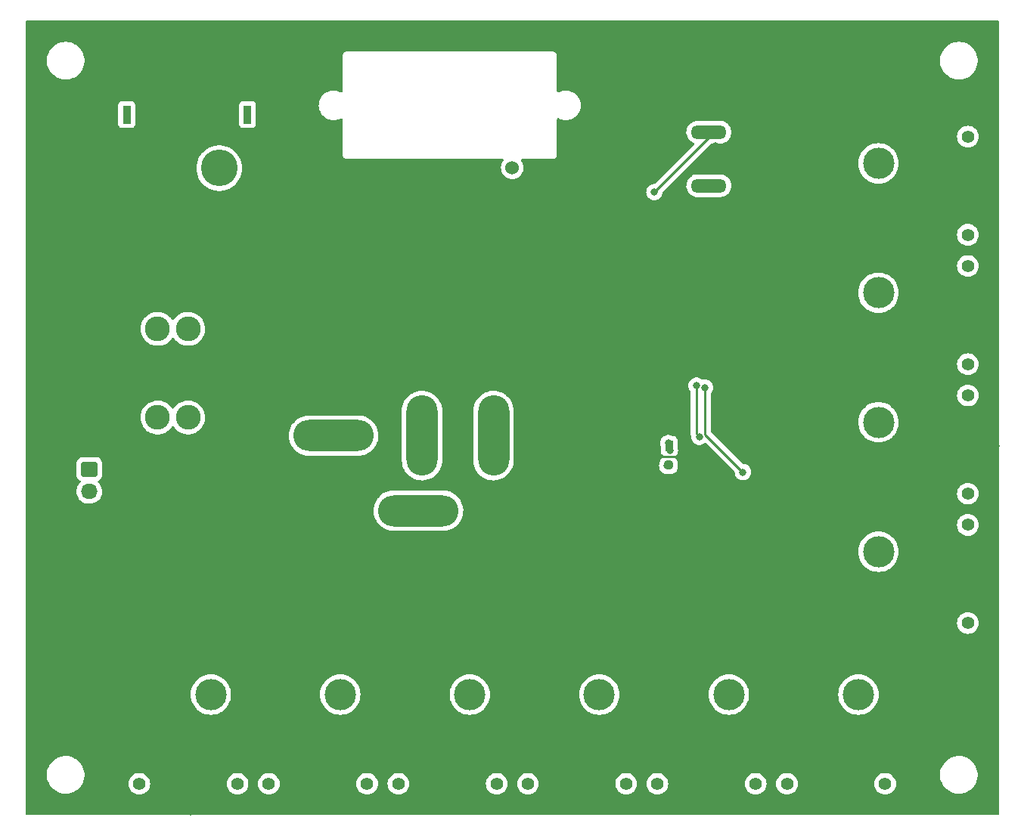
<source format=gbr>
%TF.GenerationSoftware,KiCad,Pcbnew,(6.0.11)*%
%TF.CreationDate,2023-09-13T23:25:57+09:00*%
%TF.ProjectId,Power,506f7765-722e-46b6-9963-61645f706362,rev?*%
%TF.SameCoordinates,Original*%
%TF.FileFunction,Copper,L2,Bot*%
%TF.FilePolarity,Positive*%
%FSLAX46Y46*%
G04 Gerber Fmt 4.6, Leading zero omitted, Abs format (unit mm)*
G04 Created by KiCad (PCBNEW (6.0.11)) date 2023-09-13 23:25:57*
%MOMM*%
%LPD*%
G01*
G04 APERTURE LIST*
G04 Aperture macros list*
%AMRoundRect*
0 Rectangle with rounded corners*
0 $1 Rounding radius*
0 $2 $3 $4 $5 $6 $7 $8 $9 X,Y pos of 4 corners*
0 Add a 4 corners polygon primitive as box body*
4,1,4,$2,$3,$4,$5,$6,$7,$8,$9,$2,$3,0*
0 Add four circle primitives for the rounded corners*
1,1,$1+$1,$2,$3*
1,1,$1+$1,$4,$5*
1,1,$1+$1,$6,$7*
1,1,$1+$1,$8,$9*
0 Add four rect primitives between the rounded corners*
20,1,$1+$1,$2,$3,$4,$5,0*
20,1,$1+$1,$4,$5,$6,$7,0*
20,1,$1+$1,$6,$7,$8,$9,0*
20,1,$1+$1,$8,$9,$2,$3,0*%
G04 Aperture macros list end*
%TA.AperFunction,ComponentPad*%
%ADD10O,9.000000X3.500000*%
%TD*%
%TA.AperFunction,ComponentPad*%
%ADD11O,3.500000X9.000000*%
%TD*%
%TA.AperFunction,ComponentPad*%
%ADD12C,1.400000*%
%TD*%
%TA.AperFunction,ComponentPad*%
%ADD13R,3.500000X3.500000*%
%TD*%
%TA.AperFunction,ComponentPad*%
%ADD14C,3.500000*%
%TD*%
%TA.AperFunction,ComponentPad*%
%ADD15C,1.524000*%
%TD*%
%TA.AperFunction,ComponentPad*%
%ADD16RoundRect,0.250000X-0.675000X0.600000X-0.675000X-0.600000X0.675000X-0.600000X0.675000X0.600000X0*%
%TD*%
%TA.AperFunction,ComponentPad*%
%ADD17O,1.850000X1.700000*%
%TD*%
%TA.AperFunction,ComponentPad*%
%ADD18R,0.900000X2.000000*%
%TD*%
%TA.AperFunction,ComponentPad*%
%ADD19RoundRect,1.025000X-1.025000X-1.025000X1.025000X-1.025000X1.025000X1.025000X-1.025000X1.025000X0*%
%TD*%
%TA.AperFunction,ComponentPad*%
%ADD20C,4.100000*%
%TD*%
%TA.AperFunction,ComponentPad*%
%ADD21C,2.780000*%
%TD*%
%TA.AperFunction,ComponentPad*%
%ADD22O,4.000000X1.524000*%
%TD*%
%TA.AperFunction,SMDPad,CuDef*%
%ADD23R,0.900000X1.200000*%
%TD*%
%TA.AperFunction,SMDPad,CuDef*%
%ADD24RoundRect,0.237500X-0.250000X-0.237500X0.250000X-0.237500X0.250000X0.237500X-0.250000X0.237500X0*%
%TD*%
%TA.AperFunction,ViaPad*%
%ADD25C,0.800000*%
%TD*%
%TA.AperFunction,Conductor*%
%ADD26C,0.250000*%
%TD*%
%TA.AperFunction,Conductor*%
%ADD27C,0.500000*%
%TD*%
G04 APERTURE END LIST*
D10*
%TO.P,K1,11A*%
%TO.N,30*%
X127060000Y-90470000D03*
D11*
%TO.P,K1,12*%
%TO.N,unconnected-(K1-Pad12)*%
X136960000Y-90470000D03*
%TO.P,K1,14*%
%TO.N,87*%
X144960000Y-90470000D03*
D10*
%TO.P,K1,A1*%
%TO.N,85*%
X136560000Y-98870000D03*
%TO.P,K1,A2*%
%TO.N,GND*%
X136560000Y-82070000D03*
%TD*%
D12*
%TO.P,J3,*%
%TO.N,*%
X198060000Y-85970000D03*
X198060000Y-96970000D03*
D13*
%TO.P,J3,1,Pin_1*%
%TO.N,GND*%
X188060000Y-93970000D03*
D14*
%TO.P,J3,2,Pin_2*%
%TO.N,VDD*%
X188060000Y-88970000D03*
%TD*%
D15*
%TO.P,MES1,1,-*%
%TO.N,GND*%
X149060000Y-60470000D03*
%TO.P,MES1,2,+*%
%TO.N,VDD*%
X147060000Y-60455000D03*
%TD*%
D12*
%TO.P,J4,*%
%TO.N,*%
X198060000Y-67970000D03*
X198060000Y-56970000D03*
D13*
%TO.P,J4,1,Pin_1*%
%TO.N,GND*%
X188060000Y-64970000D03*
D14*
%TO.P,J4,2,Pin_2*%
%TO.N,VDD*%
X188060000Y-59970000D03*
%TD*%
D16*
%TO.P,J2,1,Pin_1*%
%TO.N,30*%
X99710000Y-94220000D03*
D17*
%TO.P,J2,2,Pin_2*%
%TO.N,85*%
X99710000Y-96720000D03*
%TD*%
D12*
%TO.P,J8,*%
%TO.N,*%
X198060000Y-71470000D03*
X198060000Y-82470000D03*
D13*
%TO.P,J8,1,Pin_1*%
%TO.N,GND*%
X188060000Y-79470000D03*
D14*
%TO.P,J8,2,Pin_2*%
%TO.N,VDD*%
X188060000Y-74470000D03*
%TD*%
D12*
%TO.P,J10,*%
%TO.N,*%
X188810000Y-129470000D03*
X177810000Y-129470000D03*
D13*
%TO.P,J10,1,Pin_1*%
%TO.N,GND*%
X180810000Y-119470000D03*
D14*
%TO.P,J10,2,Pin_2*%
%TO.N,VDD*%
X185810000Y-119470000D03*
%TD*%
D18*
%TO.P,J1,*%
%TO.N,*%
X117410000Y-54510000D03*
X103910000Y-54510000D03*
D19*
%TO.P,J1,1,Pin_1*%
%TO.N,GND*%
X107060000Y-60510000D03*
D20*
%TO.P,J1,2,Pin_2*%
%TO.N,+12V*%
X114260000Y-60510000D03*
%TD*%
D12*
%TO.P,J9,*%
%TO.N,*%
X134310000Y-129470000D03*
X145310000Y-129470000D03*
D13*
%TO.P,J9,1,Pin_1*%
%TO.N,GND*%
X137310000Y-119470000D03*
D14*
%TO.P,J9,2,Pin_2*%
%TO.N,VDD*%
X142310000Y-119470000D03*
%TD*%
D21*
%TO.P,F1,1*%
%TO.N,+12V*%
X110760000Y-78510000D03*
X107360000Y-78510000D03*
%TO.P,F1,2*%
%TO.N,30*%
X110760000Y-88430000D03*
X107360000Y-88430000D03*
%TD*%
D12*
%TO.P,J5,*%
%TO.N,*%
X105310000Y-129470000D03*
X116310000Y-129470000D03*
D13*
%TO.P,J5,1,Pin_1*%
%TO.N,GND*%
X108310000Y-119470000D03*
D14*
%TO.P,J5,2,Pin_2*%
%TO.N,VDD*%
X113310000Y-119470000D03*
%TD*%
D12*
%TO.P,J6,*%
%TO.N,*%
X148810000Y-129470000D03*
X159810000Y-129470000D03*
D13*
%TO.P,J6,1,Pin_1*%
%TO.N,GND*%
X151810000Y-119470000D03*
D14*
%TO.P,J6,2,Pin_2*%
%TO.N,VDD*%
X156810000Y-119470000D03*
%TD*%
D12*
%TO.P,J12,*%
%TO.N,*%
X130810000Y-129470000D03*
X119810000Y-129470000D03*
D13*
%TO.P,J12,1,Pin_1*%
%TO.N,GND*%
X122810000Y-119470000D03*
D14*
%TO.P,J12,2,Pin_2*%
%TO.N,VDD*%
X127810000Y-119470000D03*
%TD*%
D12*
%TO.P,J7,*%
%TO.N,*%
X198060000Y-111470000D03*
X198060000Y-100470000D03*
D13*
%TO.P,J7,1,Pin_1*%
%TO.N,GND*%
X188060000Y-108470000D03*
D14*
%TO.P,J7,2,Pin_2*%
%TO.N,VDD*%
X188060000Y-103470000D03*
%TD*%
D12*
%TO.P,J11,*%
%TO.N,*%
X163310000Y-129470000D03*
X174310000Y-129470000D03*
D13*
%TO.P,J11,1,Pin_1*%
%TO.N,GND*%
X166310000Y-119470000D03*
D14*
%TO.P,J11,2,Pin_2*%
%TO.N,VDD*%
X171310000Y-119470000D03*
%TD*%
D22*
%TO.P,SW1,1,A*%
%TO.N,Net-(Q5-Pad1)*%
X169060000Y-62470000D03*
%TO.P,SW1,2,B*%
%TO.N,/S-S*%
X169060000Y-56470000D03*
%TD*%
D23*
%TO.P,D1,1,K*%
%TO.N,/S-S*%
X164630000Y-91620000D03*
%TO.P,D1,2,A*%
%TO.N,GND*%
X161330000Y-91620000D03*
%TD*%
D24*
%TO.P,R1,1*%
%TO.N,GND*%
X162747500Y-93780000D03*
%TO.P,R1,2*%
%TO.N,/S-S*%
X164572500Y-93780000D03*
%TD*%
D25*
%TO.N,GND*%
X165320000Y-99050000D03*
X164160000Y-99090000D03*
%TO.N,/S-S*%
X167679198Y-84854951D03*
X164525497Y-91305497D03*
X162965005Y-63194500D03*
X164705000Y-92115000D03*
X167989920Y-90619045D03*
X164400000Y-93860000D03*
%TO.N,GND*%
X145140000Y-59990000D03*
X159720000Y-60820000D03*
X152820000Y-57760000D03*
X152410000Y-55860000D03*
X102520000Y-112540000D03*
X93510000Y-132410000D03*
X200910000Y-52030000D03*
X132350000Y-132310000D03*
X169800000Y-58050000D03*
X158020000Y-129550000D03*
X154610000Y-73010000D03*
X191860000Y-52220000D03*
X152480000Y-51260000D03*
X154980000Y-76940000D03*
X201000000Y-67690000D03*
X128710000Y-68920000D03*
X200950000Y-77190000D03*
X139250000Y-95670000D03*
X102920000Y-65650000D03*
X98270000Y-107790000D03*
X154460000Y-132410000D03*
X198160000Y-80720000D03*
X140300000Y-44640000D03*
X126910000Y-50700000D03*
X198040000Y-118110000D03*
X161480000Y-129500000D03*
X191170000Y-44990000D03*
X114580000Y-56890000D03*
X198160000Y-66210000D03*
X186910000Y-48310000D03*
X200930000Y-132090000D03*
X164970000Y-129610000D03*
X93500000Y-92280000D03*
X105970000Y-107770000D03*
X138030000Y-75180000D03*
X160310000Y-90520000D03*
X158580000Y-51960000D03*
X198050000Y-95060000D03*
X94330000Y-65420000D03*
X94450000Y-79810000D03*
X198070000Y-84250000D03*
X156460000Y-62450000D03*
X200930000Y-117420000D03*
X101880000Y-119570000D03*
X118030000Y-129590000D03*
X127060000Y-55680000D03*
X161440000Y-77350000D03*
X139590000Y-85230000D03*
X150620000Y-129610000D03*
X174610000Y-57850000D03*
X157360000Y-46230000D03*
X166350000Y-44790000D03*
X131260000Y-100760000D03*
X141640000Y-80380000D03*
X193050000Y-57160000D03*
X198100000Y-102470000D03*
X93730000Y-45030000D03*
X93210000Y-116090000D03*
X101110000Y-52590000D03*
X150620000Y-64430000D03*
X201180000Y-91620000D03*
X109900000Y-123880000D03*
X125400000Y-132220000D03*
X97350000Y-96180000D03*
X146760000Y-67560000D03*
X129000000Y-129610000D03*
X140040000Y-132410000D03*
X98670000Y-101440000D03*
X163200000Y-60720000D03*
X98530000Y-72890000D03*
X152440000Y-44640000D03*
X105170000Y-47760000D03*
X96580000Y-121850000D03*
X104130000Y-104130000D03*
X93210000Y-126040000D03*
X179720000Y-44890000D03*
X138490000Y-67980000D03*
X197990000Y-73270000D03*
X198040000Y-122180000D03*
X187380000Y-53620000D03*
X134110000Y-95570000D03*
X100310000Y-131980000D03*
X201060000Y-106290000D03*
X172260000Y-129540000D03*
X200720000Y-44870000D03*
X148370000Y-76750000D03*
X198120000Y-69720000D03*
X166350000Y-57690000D03*
X130500000Y-81080000D03*
X111180000Y-51810000D03*
X147060000Y-129580000D03*
X109860000Y-116010000D03*
X102810000Y-79920000D03*
X110060000Y-111390000D03*
X159790000Y-57520000D03*
X100880000Y-45030000D03*
X134280000Y-68020000D03*
X186880000Y-129560000D03*
X121640000Y-129650000D03*
X198130000Y-98670000D03*
X96060000Y-85780000D03*
X133140000Y-78490000D03*
X134060000Y-85800000D03*
X112320000Y-104210000D03*
X118190000Y-46980000D03*
X164690000Y-48230000D03*
X136690000Y-60130000D03*
X193570000Y-132150000D03*
X198130000Y-87860000D03*
X168590000Y-132400000D03*
X126290000Y-79550000D03*
X93280000Y-105870000D03*
X189630000Y-127310000D03*
X147320000Y-46010000D03*
X143980000Y-72500000D03*
X171720000Y-60590000D03*
X200560000Y-57260000D03*
X105790000Y-126140000D03*
X136160000Y-129640000D03*
X127190000Y-59440000D03*
X110350000Y-128930000D03*
X179650000Y-129570000D03*
X198610000Y-62210000D03*
X123000000Y-50470000D03*
X154840000Y-68210000D03*
X194240000Y-126020000D03*
X156570000Y-64930000D03*
X150020000Y-71390000D03*
X173900000Y-48620000D03*
X98010000Y-57660000D03*
X167240000Y-60760000D03*
X198130000Y-109560000D03*
X128560000Y-100760000D03*
X140980000Y-63520000D03*
X184490000Y-56750000D03*
X98270000Y-115860000D03*
X171900000Y-54940000D03*
X178180000Y-54890000D03*
X94000000Y-52370000D03*
X132650000Y-63130000D03*
X165390000Y-52270000D03*
X200760000Y-126020000D03*
X180480000Y-52060000D03*
X183390000Y-132480000D03*
X176020000Y-129610000D03*
X100340000Y-126240000D03*
X143160000Y-129560000D03*
X111060000Y-132580000D03*
X132390000Y-73930000D03*
X111400000Y-44780000D03*
X114650000Y-128500000D03*
X123450000Y-45010000D03*
X160310000Y-91500000D03*
X132490000Y-45680000D03*
%TO.N,Net-(Q3-Pad1)*%
X168650500Y-85090698D03*
X172880000Y-94550995D03*
%TD*%
D26*
%TO.N,GND*%
X165880000Y-94880000D02*
X163000000Y-94880000D01*
X163000000Y-94880000D02*
X161330000Y-93210000D01*
X162747500Y-93752500D02*
X163700000Y-92800000D01*
X163740000Y-92840000D02*
X165480000Y-92840000D01*
X163700000Y-92800000D02*
X163740000Y-92840000D01*
X160310000Y-90600000D02*
X161330000Y-91620000D01*
X160310000Y-90520000D02*
X160310000Y-90600000D01*
%TO.N,/S-S*%
X169060000Y-57099505D02*
X169060000Y-56470000D01*
X162965005Y-63194500D02*
X169060000Y-57099505D01*
D27*
X164705000Y-91485000D02*
X164525497Y-91305497D01*
X164705000Y-92115000D02*
X164705000Y-91485000D01*
D26*
X167679198Y-84854951D02*
X167679198Y-90308323D01*
X167679198Y-90308323D02*
X167989920Y-90619045D01*
%TO.N,GND*%
X165880000Y-93200000D02*
X165880000Y-94880000D01*
X165500000Y-92820000D02*
X165880000Y-93200000D01*
X161330000Y-93210000D02*
X161330000Y-91620000D01*
X165480000Y-92840000D02*
X165500000Y-92820000D01*
X162747500Y-93780000D02*
X162747500Y-93752500D01*
%TO.N,Net-(Q3-Pad1)*%
X168650500Y-85090698D02*
X168650500Y-90321495D01*
X168650500Y-90321495D02*
X172880000Y-94550995D01*
%TD*%
%TA.AperFunction,Conductor*%
%TO.N,GND*%
G36*
X201493621Y-43998502D02*
G01*
X201540114Y-44052158D01*
X201551500Y-44104500D01*
X201551500Y-132835500D01*
X201531498Y-132903621D01*
X201477842Y-132950114D01*
X201425500Y-132961500D01*
X92694500Y-132961500D01*
X92626379Y-132941498D01*
X92579886Y-132887842D01*
X92568500Y-132835500D01*
X92568500Y-128602703D01*
X94950743Y-128602703D01*
X94951302Y-128606947D01*
X94951302Y-128606951D01*
X94962265Y-128690224D01*
X94988268Y-128887734D01*
X95064129Y-129165036D01*
X95176923Y-129429476D01*
X95324561Y-129676161D01*
X95504313Y-129900528D01*
X95712851Y-130098423D01*
X95946317Y-130266186D01*
X95950112Y-130268195D01*
X95950113Y-130268196D01*
X95971869Y-130279715D01*
X96200392Y-130400712D01*
X96470373Y-130499511D01*
X96751264Y-130560755D01*
X96779841Y-130563004D01*
X96974282Y-130578307D01*
X96974291Y-130578307D01*
X96976739Y-130578500D01*
X97132271Y-130578500D01*
X97134407Y-130578354D01*
X97134418Y-130578354D01*
X97342548Y-130564165D01*
X97342554Y-130564164D01*
X97346825Y-130563873D01*
X97351020Y-130563004D01*
X97351022Y-130563004D01*
X97544619Y-130522912D01*
X97628342Y-130505574D01*
X97899343Y-130409607D01*
X98154812Y-130277750D01*
X98158313Y-130275289D01*
X98158317Y-130275287D01*
X98272417Y-130195096D01*
X98390023Y-130112441D01*
X98600622Y-129916740D01*
X98782713Y-129694268D01*
X98920145Y-129470000D01*
X104096884Y-129470000D01*
X104115314Y-129680655D01*
X104116738Y-129685968D01*
X104116738Y-129685970D01*
X104119851Y-129697586D01*
X104170044Y-129884910D01*
X104172366Y-129889891D01*
X104172367Y-129889892D01*
X104186249Y-129919661D01*
X104259411Y-130076558D01*
X104380699Y-130249776D01*
X104530224Y-130399301D01*
X104703442Y-130520589D01*
X104708420Y-130522910D01*
X104708423Y-130522912D01*
X104827319Y-130578354D01*
X104895090Y-130609956D01*
X104900398Y-130611378D01*
X104900400Y-130611379D01*
X105094030Y-130663262D01*
X105094032Y-130663262D01*
X105099345Y-130664686D01*
X105310000Y-130683116D01*
X105520655Y-130664686D01*
X105525968Y-130663262D01*
X105525970Y-130663262D01*
X105719600Y-130611379D01*
X105719602Y-130611378D01*
X105724910Y-130609956D01*
X105792681Y-130578354D01*
X105911577Y-130522912D01*
X105911580Y-130522910D01*
X105916558Y-130520589D01*
X106089776Y-130399301D01*
X106239301Y-130249776D01*
X106360589Y-130076558D01*
X106433752Y-129919661D01*
X106447633Y-129889892D01*
X106447634Y-129889891D01*
X106449956Y-129884910D01*
X106500150Y-129697586D01*
X106503262Y-129685970D01*
X106503262Y-129685968D01*
X106504686Y-129680655D01*
X106523116Y-129470000D01*
X115096884Y-129470000D01*
X115115314Y-129680655D01*
X115116738Y-129685968D01*
X115116738Y-129685970D01*
X115119851Y-129697586D01*
X115170044Y-129884910D01*
X115172366Y-129889891D01*
X115172367Y-129889892D01*
X115186249Y-129919661D01*
X115259411Y-130076558D01*
X115380699Y-130249776D01*
X115530224Y-130399301D01*
X115703442Y-130520589D01*
X115708420Y-130522910D01*
X115708423Y-130522912D01*
X115827319Y-130578354D01*
X115895090Y-130609956D01*
X115900398Y-130611378D01*
X115900400Y-130611379D01*
X116094030Y-130663262D01*
X116094032Y-130663262D01*
X116099345Y-130664686D01*
X116310000Y-130683116D01*
X116520655Y-130664686D01*
X116525968Y-130663262D01*
X116525970Y-130663262D01*
X116719600Y-130611379D01*
X116719602Y-130611378D01*
X116724910Y-130609956D01*
X116792681Y-130578354D01*
X116911577Y-130522912D01*
X116911580Y-130522910D01*
X116916558Y-130520589D01*
X117089776Y-130399301D01*
X117239301Y-130249776D01*
X117360589Y-130076558D01*
X117433752Y-129919661D01*
X117447633Y-129889892D01*
X117447634Y-129889891D01*
X117449956Y-129884910D01*
X117500150Y-129697586D01*
X117503262Y-129685970D01*
X117503262Y-129685968D01*
X117504686Y-129680655D01*
X117523116Y-129470000D01*
X118596884Y-129470000D01*
X118615314Y-129680655D01*
X118616738Y-129685968D01*
X118616738Y-129685970D01*
X118619851Y-129697586D01*
X118670044Y-129884910D01*
X118672366Y-129889891D01*
X118672367Y-129889892D01*
X118686249Y-129919661D01*
X118759411Y-130076558D01*
X118880699Y-130249776D01*
X119030224Y-130399301D01*
X119203442Y-130520589D01*
X119208420Y-130522910D01*
X119208423Y-130522912D01*
X119327319Y-130578354D01*
X119395090Y-130609956D01*
X119400398Y-130611378D01*
X119400400Y-130611379D01*
X119594030Y-130663262D01*
X119594032Y-130663262D01*
X119599345Y-130664686D01*
X119810000Y-130683116D01*
X120020655Y-130664686D01*
X120025968Y-130663262D01*
X120025970Y-130663262D01*
X120219600Y-130611379D01*
X120219602Y-130611378D01*
X120224910Y-130609956D01*
X120292681Y-130578354D01*
X120411577Y-130522912D01*
X120411580Y-130522910D01*
X120416558Y-130520589D01*
X120589776Y-130399301D01*
X120739301Y-130249776D01*
X120860589Y-130076558D01*
X120933752Y-129919661D01*
X120947633Y-129889892D01*
X120947634Y-129889891D01*
X120949956Y-129884910D01*
X121000150Y-129697586D01*
X121003262Y-129685970D01*
X121003262Y-129685968D01*
X121004686Y-129680655D01*
X121023116Y-129470000D01*
X129596884Y-129470000D01*
X129615314Y-129680655D01*
X129616738Y-129685968D01*
X129616738Y-129685970D01*
X129619851Y-129697586D01*
X129670044Y-129884910D01*
X129672366Y-129889891D01*
X129672367Y-129889892D01*
X129686249Y-129919661D01*
X129759411Y-130076558D01*
X129880699Y-130249776D01*
X130030224Y-130399301D01*
X130203442Y-130520589D01*
X130208420Y-130522910D01*
X130208423Y-130522912D01*
X130327319Y-130578354D01*
X130395090Y-130609956D01*
X130400398Y-130611378D01*
X130400400Y-130611379D01*
X130594030Y-130663262D01*
X130594032Y-130663262D01*
X130599345Y-130664686D01*
X130810000Y-130683116D01*
X131020655Y-130664686D01*
X131025968Y-130663262D01*
X131025970Y-130663262D01*
X131219600Y-130611379D01*
X131219602Y-130611378D01*
X131224910Y-130609956D01*
X131292681Y-130578354D01*
X131411577Y-130522912D01*
X131411580Y-130522910D01*
X131416558Y-130520589D01*
X131589776Y-130399301D01*
X131739301Y-130249776D01*
X131860589Y-130076558D01*
X131933752Y-129919661D01*
X131947633Y-129889892D01*
X131947634Y-129889891D01*
X131949956Y-129884910D01*
X132000150Y-129697586D01*
X132003262Y-129685970D01*
X132003262Y-129685968D01*
X132004686Y-129680655D01*
X132023116Y-129470000D01*
X133096884Y-129470000D01*
X133115314Y-129680655D01*
X133116738Y-129685968D01*
X133116738Y-129685970D01*
X133119851Y-129697586D01*
X133170044Y-129884910D01*
X133172366Y-129889891D01*
X133172367Y-129889892D01*
X133186249Y-129919661D01*
X133259411Y-130076558D01*
X133380699Y-130249776D01*
X133530224Y-130399301D01*
X133703442Y-130520589D01*
X133708420Y-130522910D01*
X133708423Y-130522912D01*
X133827319Y-130578354D01*
X133895090Y-130609956D01*
X133900398Y-130611378D01*
X133900400Y-130611379D01*
X134094030Y-130663262D01*
X134094032Y-130663262D01*
X134099345Y-130664686D01*
X134310000Y-130683116D01*
X134520655Y-130664686D01*
X134525968Y-130663262D01*
X134525970Y-130663262D01*
X134719600Y-130611379D01*
X134719602Y-130611378D01*
X134724910Y-130609956D01*
X134792681Y-130578354D01*
X134911577Y-130522912D01*
X134911580Y-130522910D01*
X134916558Y-130520589D01*
X135089776Y-130399301D01*
X135239301Y-130249776D01*
X135360589Y-130076558D01*
X135433752Y-129919661D01*
X135447633Y-129889892D01*
X135447634Y-129889891D01*
X135449956Y-129884910D01*
X135500150Y-129697586D01*
X135503262Y-129685970D01*
X135503262Y-129685968D01*
X135504686Y-129680655D01*
X135523116Y-129470000D01*
X144096884Y-129470000D01*
X144115314Y-129680655D01*
X144116738Y-129685968D01*
X144116738Y-129685970D01*
X144119851Y-129697586D01*
X144170044Y-129884910D01*
X144172366Y-129889891D01*
X144172367Y-129889892D01*
X144186249Y-129919661D01*
X144259411Y-130076558D01*
X144380699Y-130249776D01*
X144530224Y-130399301D01*
X144703442Y-130520589D01*
X144708420Y-130522910D01*
X144708423Y-130522912D01*
X144827319Y-130578354D01*
X144895090Y-130609956D01*
X144900398Y-130611378D01*
X144900400Y-130611379D01*
X145094030Y-130663262D01*
X145094032Y-130663262D01*
X145099345Y-130664686D01*
X145310000Y-130683116D01*
X145520655Y-130664686D01*
X145525968Y-130663262D01*
X145525970Y-130663262D01*
X145719600Y-130611379D01*
X145719602Y-130611378D01*
X145724910Y-130609956D01*
X145792681Y-130578354D01*
X145911577Y-130522912D01*
X145911580Y-130522910D01*
X145916558Y-130520589D01*
X146089776Y-130399301D01*
X146239301Y-130249776D01*
X146360589Y-130076558D01*
X146433752Y-129919661D01*
X146447633Y-129889892D01*
X146447634Y-129889891D01*
X146449956Y-129884910D01*
X146500150Y-129697586D01*
X146503262Y-129685970D01*
X146503262Y-129685968D01*
X146504686Y-129680655D01*
X146523116Y-129470000D01*
X147596884Y-129470000D01*
X147615314Y-129680655D01*
X147616738Y-129685968D01*
X147616738Y-129685970D01*
X147619851Y-129697586D01*
X147670044Y-129884910D01*
X147672366Y-129889891D01*
X147672367Y-129889892D01*
X147686249Y-129919661D01*
X147759411Y-130076558D01*
X147880699Y-130249776D01*
X148030224Y-130399301D01*
X148203442Y-130520589D01*
X148208420Y-130522910D01*
X148208423Y-130522912D01*
X148327319Y-130578354D01*
X148395090Y-130609956D01*
X148400398Y-130611378D01*
X148400400Y-130611379D01*
X148594030Y-130663262D01*
X148594032Y-130663262D01*
X148599345Y-130664686D01*
X148810000Y-130683116D01*
X149020655Y-130664686D01*
X149025968Y-130663262D01*
X149025970Y-130663262D01*
X149219600Y-130611379D01*
X149219602Y-130611378D01*
X149224910Y-130609956D01*
X149292681Y-130578354D01*
X149411577Y-130522912D01*
X149411580Y-130522910D01*
X149416558Y-130520589D01*
X149589776Y-130399301D01*
X149739301Y-130249776D01*
X149860589Y-130076558D01*
X149933752Y-129919661D01*
X149947633Y-129889892D01*
X149947634Y-129889891D01*
X149949956Y-129884910D01*
X150000150Y-129697586D01*
X150003262Y-129685970D01*
X150003262Y-129685968D01*
X150004686Y-129680655D01*
X150023116Y-129470000D01*
X158596884Y-129470000D01*
X158615314Y-129680655D01*
X158616738Y-129685968D01*
X158616738Y-129685970D01*
X158619851Y-129697586D01*
X158670044Y-129884910D01*
X158672366Y-129889891D01*
X158672367Y-129889892D01*
X158686249Y-129919661D01*
X158759411Y-130076558D01*
X158880699Y-130249776D01*
X159030224Y-130399301D01*
X159203442Y-130520589D01*
X159208420Y-130522910D01*
X159208423Y-130522912D01*
X159327319Y-130578354D01*
X159395090Y-130609956D01*
X159400398Y-130611378D01*
X159400400Y-130611379D01*
X159594030Y-130663262D01*
X159594032Y-130663262D01*
X159599345Y-130664686D01*
X159810000Y-130683116D01*
X160020655Y-130664686D01*
X160025968Y-130663262D01*
X160025970Y-130663262D01*
X160219600Y-130611379D01*
X160219602Y-130611378D01*
X160224910Y-130609956D01*
X160292681Y-130578354D01*
X160411577Y-130522912D01*
X160411580Y-130522910D01*
X160416558Y-130520589D01*
X160589776Y-130399301D01*
X160739301Y-130249776D01*
X160860589Y-130076558D01*
X160933752Y-129919661D01*
X160947633Y-129889892D01*
X160947634Y-129889891D01*
X160949956Y-129884910D01*
X161000150Y-129697586D01*
X161003262Y-129685970D01*
X161003262Y-129685968D01*
X161004686Y-129680655D01*
X161023116Y-129470000D01*
X162096884Y-129470000D01*
X162115314Y-129680655D01*
X162116738Y-129685968D01*
X162116738Y-129685970D01*
X162119851Y-129697586D01*
X162170044Y-129884910D01*
X162172366Y-129889891D01*
X162172367Y-129889892D01*
X162186249Y-129919661D01*
X162259411Y-130076558D01*
X162380699Y-130249776D01*
X162530224Y-130399301D01*
X162703442Y-130520589D01*
X162708420Y-130522910D01*
X162708423Y-130522912D01*
X162827319Y-130578354D01*
X162895090Y-130609956D01*
X162900398Y-130611378D01*
X162900400Y-130611379D01*
X163094030Y-130663262D01*
X163094032Y-130663262D01*
X163099345Y-130664686D01*
X163310000Y-130683116D01*
X163520655Y-130664686D01*
X163525968Y-130663262D01*
X163525970Y-130663262D01*
X163719600Y-130611379D01*
X163719602Y-130611378D01*
X163724910Y-130609956D01*
X163792681Y-130578354D01*
X163911577Y-130522912D01*
X163911580Y-130522910D01*
X163916558Y-130520589D01*
X164089776Y-130399301D01*
X164239301Y-130249776D01*
X164360589Y-130076558D01*
X164433752Y-129919661D01*
X164447633Y-129889892D01*
X164447634Y-129889891D01*
X164449956Y-129884910D01*
X164500150Y-129697586D01*
X164503262Y-129685970D01*
X164503262Y-129685968D01*
X164504686Y-129680655D01*
X164523116Y-129470000D01*
X173096884Y-129470000D01*
X173115314Y-129680655D01*
X173116738Y-129685968D01*
X173116738Y-129685970D01*
X173119851Y-129697586D01*
X173170044Y-129884910D01*
X173172366Y-129889891D01*
X173172367Y-129889892D01*
X173186249Y-129919661D01*
X173259411Y-130076558D01*
X173380699Y-130249776D01*
X173530224Y-130399301D01*
X173703442Y-130520589D01*
X173708420Y-130522910D01*
X173708423Y-130522912D01*
X173827319Y-130578354D01*
X173895090Y-130609956D01*
X173900398Y-130611378D01*
X173900400Y-130611379D01*
X174094030Y-130663262D01*
X174094032Y-130663262D01*
X174099345Y-130664686D01*
X174310000Y-130683116D01*
X174520655Y-130664686D01*
X174525968Y-130663262D01*
X174525970Y-130663262D01*
X174719600Y-130611379D01*
X174719602Y-130611378D01*
X174724910Y-130609956D01*
X174792681Y-130578354D01*
X174911577Y-130522912D01*
X174911580Y-130522910D01*
X174916558Y-130520589D01*
X175089776Y-130399301D01*
X175239301Y-130249776D01*
X175360589Y-130076558D01*
X175433752Y-129919661D01*
X175447633Y-129889892D01*
X175447634Y-129889891D01*
X175449956Y-129884910D01*
X175500150Y-129697586D01*
X175503262Y-129685970D01*
X175503262Y-129685968D01*
X175504686Y-129680655D01*
X175523116Y-129470000D01*
X176596884Y-129470000D01*
X176615314Y-129680655D01*
X176616738Y-129685968D01*
X176616738Y-129685970D01*
X176619851Y-129697586D01*
X176670044Y-129884910D01*
X176672366Y-129889891D01*
X176672367Y-129889892D01*
X176686249Y-129919661D01*
X176759411Y-130076558D01*
X176880699Y-130249776D01*
X177030224Y-130399301D01*
X177203442Y-130520589D01*
X177208420Y-130522910D01*
X177208423Y-130522912D01*
X177327319Y-130578354D01*
X177395090Y-130609956D01*
X177400398Y-130611378D01*
X177400400Y-130611379D01*
X177594030Y-130663262D01*
X177594032Y-130663262D01*
X177599345Y-130664686D01*
X177810000Y-130683116D01*
X178020655Y-130664686D01*
X178025968Y-130663262D01*
X178025970Y-130663262D01*
X178219600Y-130611379D01*
X178219602Y-130611378D01*
X178224910Y-130609956D01*
X178292681Y-130578354D01*
X178411577Y-130522912D01*
X178411580Y-130522910D01*
X178416558Y-130520589D01*
X178589776Y-130399301D01*
X178739301Y-130249776D01*
X178860589Y-130076558D01*
X178933752Y-129919661D01*
X178947633Y-129889892D01*
X178947634Y-129889891D01*
X178949956Y-129884910D01*
X179000150Y-129697586D01*
X179003262Y-129685970D01*
X179003262Y-129685968D01*
X179004686Y-129680655D01*
X179023116Y-129470000D01*
X187596884Y-129470000D01*
X187615314Y-129680655D01*
X187616738Y-129685968D01*
X187616738Y-129685970D01*
X187619851Y-129697586D01*
X187670044Y-129884910D01*
X187672366Y-129889891D01*
X187672367Y-129889892D01*
X187686249Y-129919661D01*
X187759411Y-130076558D01*
X187880699Y-130249776D01*
X188030224Y-130399301D01*
X188203442Y-130520589D01*
X188208420Y-130522910D01*
X188208423Y-130522912D01*
X188327319Y-130578354D01*
X188395090Y-130609956D01*
X188400398Y-130611378D01*
X188400400Y-130611379D01*
X188594030Y-130663262D01*
X188594032Y-130663262D01*
X188599345Y-130664686D01*
X188810000Y-130683116D01*
X189020655Y-130664686D01*
X189025968Y-130663262D01*
X189025970Y-130663262D01*
X189219600Y-130611379D01*
X189219602Y-130611378D01*
X189224910Y-130609956D01*
X189292681Y-130578354D01*
X189411577Y-130522912D01*
X189411580Y-130522910D01*
X189416558Y-130520589D01*
X189589776Y-130399301D01*
X189739301Y-130249776D01*
X189860589Y-130076558D01*
X189933752Y-129919661D01*
X189947633Y-129889892D01*
X189947634Y-129889891D01*
X189949956Y-129884910D01*
X190000150Y-129697586D01*
X190003262Y-129685970D01*
X190003262Y-129685968D01*
X190004686Y-129680655D01*
X190023116Y-129470000D01*
X190004686Y-129259345D01*
X190003262Y-129254030D01*
X189951379Y-129060400D01*
X189951378Y-129060398D01*
X189949956Y-129055090D01*
X189947633Y-129050108D01*
X189862912Y-128868423D01*
X189862910Y-128868420D01*
X189860589Y-128863442D01*
X189739301Y-128690224D01*
X189651780Y-128602703D01*
X194950743Y-128602703D01*
X194951302Y-128606947D01*
X194951302Y-128606951D01*
X194962265Y-128690224D01*
X194988268Y-128887734D01*
X195064129Y-129165036D01*
X195176923Y-129429476D01*
X195324561Y-129676161D01*
X195504313Y-129900528D01*
X195712851Y-130098423D01*
X195946317Y-130266186D01*
X195950112Y-130268195D01*
X195950113Y-130268196D01*
X195971869Y-130279715D01*
X196200392Y-130400712D01*
X196470373Y-130499511D01*
X196751264Y-130560755D01*
X196779841Y-130563004D01*
X196974282Y-130578307D01*
X196974291Y-130578307D01*
X196976739Y-130578500D01*
X197132271Y-130578500D01*
X197134407Y-130578354D01*
X197134418Y-130578354D01*
X197342548Y-130564165D01*
X197342554Y-130564164D01*
X197346825Y-130563873D01*
X197351020Y-130563004D01*
X197351022Y-130563004D01*
X197544619Y-130522912D01*
X197628342Y-130505574D01*
X197899343Y-130409607D01*
X198154812Y-130277750D01*
X198158313Y-130275289D01*
X198158317Y-130275287D01*
X198272417Y-130195096D01*
X198390023Y-130112441D01*
X198600622Y-129916740D01*
X198782713Y-129694268D01*
X198932927Y-129449142D01*
X199013837Y-129264825D01*
X199046757Y-129189830D01*
X199048483Y-129185898D01*
X199127244Y-128909406D01*
X199167751Y-128624784D01*
X199167845Y-128606951D01*
X199169235Y-128341583D01*
X199169235Y-128341576D01*
X199169257Y-128337297D01*
X199158671Y-128256884D01*
X199132292Y-128056522D01*
X199131732Y-128052266D01*
X199055871Y-127774964D01*
X198943077Y-127510524D01*
X198795439Y-127263839D01*
X198615687Y-127039472D01*
X198407149Y-126841577D01*
X198173683Y-126673814D01*
X198151843Y-126662250D01*
X198128654Y-126649972D01*
X197919608Y-126539288D01*
X197649627Y-126440489D01*
X197368736Y-126379245D01*
X197337685Y-126376801D01*
X197145718Y-126361693D01*
X197145709Y-126361693D01*
X197143261Y-126361500D01*
X196987729Y-126361500D01*
X196985593Y-126361646D01*
X196985582Y-126361646D01*
X196777452Y-126375835D01*
X196777446Y-126375836D01*
X196773175Y-126376127D01*
X196768980Y-126376996D01*
X196768978Y-126376996D01*
X196632417Y-126405276D01*
X196491658Y-126434426D01*
X196220657Y-126530393D01*
X195965188Y-126662250D01*
X195961687Y-126664711D01*
X195961683Y-126664713D01*
X195951594Y-126671804D01*
X195729977Y-126827559D01*
X195519378Y-127023260D01*
X195337287Y-127245732D01*
X195187073Y-127490858D01*
X195071517Y-127754102D01*
X194992756Y-128030594D01*
X194952249Y-128315216D01*
X194952227Y-128319505D01*
X194952226Y-128319512D01*
X194951047Y-128544594D01*
X194950743Y-128602703D01*
X189651780Y-128602703D01*
X189589776Y-128540699D01*
X189416558Y-128419411D01*
X189411580Y-128417090D01*
X189411577Y-128417088D01*
X189229892Y-128332367D01*
X189229891Y-128332366D01*
X189224910Y-128330044D01*
X189219602Y-128328622D01*
X189219600Y-128328621D01*
X189025970Y-128276738D01*
X189025968Y-128276738D01*
X189020655Y-128275314D01*
X188810000Y-128256884D01*
X188599345Y-128275314D01*
X188594032Y-128276738D01*
X188594030Y-128276738D01*
X188400400Y-128328621D01*
X188400398Y-128328622D01*
X188395090Y-128330044D01*
X188390109Y-128332366D01*
X188390108Y-128332367D01*
X188208423Y-128417088D01*
X188208420Y-128417090D01*
X188203442Y-128419411D01*
X188030224Y-128540699D01*
X187880699Y-128690224D01*
X187759411Y-128863442D01*
X187757090Y-128868420D01*
X187757088Y-128868423D01*
X187672367Y-129050108D01*
X187670044Y-129055090D01*
X187668622Y-129060398D01*
X187668621Y-129060400D01*
X187616738Y-129254030D01*
X187615314Y-129259345D01*
X187596884Y-129470000D01*
X179023116Y-129470000D01*
X179004686Y-129259345D01*
X179003262Y-129254030D01*
X178951379Y-129060400D01*
X178951378Y-129060398D01*
X178949956Y-129055090D01*
X178947633Y-129050108D01*
X178862912Y-128868423D01*
X178862910Y-128868420D01*
X178860589Y-128863442D01*
X178739301Y-128690224D01*
X178589776Y-128540699D01*
X178416558Y-128419411D01*
X178411580Y-128417090D01*
X178411577Y-128417088D01*
X178229892Y-128332367D01*
X178229891Y-128332366D01*
X178224910Y-128330044D01*
X178219602Y-128328622D01*
X178219600Y-128328621D01*
X178025970Y-128276738D01*
X178025968Y-128276738D01*
X178020655Y-128275314D01*
X177810000Y-128256884D01*
X177599345Y-128275314D01*
X177594032Y-128276738D01*
X177594030Y-128276738D01*
X177400400Y-128328621D01*
X177400398Y-128328622D01*
X177395090Y-128330044D01*
X177390109Y-128332366D01*
X177390108Y-128332367D01*
X177208423Y-128417088D01*
X177208420Y-128417090D01*
X177203442Y-128419411D01*
X177030224Y-128540699D01*
X176880699Y-128690224D01*
X176759411Y-128863442D01*
X176757090Y-128868420D01*
X176757088Y-128868423D01*
X176672367Y-129050108D01*
X176670044Y-129055090D01*
X176668622Y-129060398D01*
X176668621Y-129060400D01*
X176616738Y-129254030D01*
X176615314Y-129259345D01*
X176596884Y-129470000D01*
X175523116Y-129470000D01*
X175504686Y-129259345D01*
X175503262Y-129254030D01*
X175451379Y-129060400D01*
X175451378Y-129060398D01*
X175449956Y-129055090D01*
X175447633Y-129050108D01*
X175362912Y-128868423D01*
X175362910Y-128868420D01*
X175360589Y-128863442D01*
X175239301Y-128690224D01*
X175089776Y-128540699D01*
X174916558Y-128419411D01*
X174911580Y-128417090D01*
X174911577Y-128417088D01*
X174729892Y-128332367D01*
X174729891Y-128332366D01*
X174724910Y-128330044D01*
X174719602Y-128328622D01*
X174719600Y-128328621D01*
X174525970Y-128276738D01*
X174525968Y-128276738D01*
X174520655Y-128275314D01*
X174310000Y-128256884D01*
X174099345Y-128275314D01*
X174094032Y-128276738D01*
X174094030Y-128276738D01*
X173900400Y-128328621D01*
X173900398Y-128328622D01*
X173895090Y-128330044D01*
X173890109Y-128332366D01*
X173890108Y-128332367D01*
X173708423Y-128417088D01*
X173708420Y-128417090D01*
X173703442Y-128419411D01*
X173530224Y-128540699D01*
X173380699Y-128690224D01*
X173259411Y-128863442D01*
X173257090Y-128868420D01*
X173257088Y-128868423D01*
X173172367Y-129050108D01*
X173170044Y-129055090D01*
X173168622Y-129060398D01*
X173168621Y-129060400D01*
X173116738Y-129254030D01*
X173115314Y-129259345D01*
X173096884Y-129470000D01*
X164523116Y-129470000D01*
X164504686Y-129259345D01*
X164503262Y-129254030D01*
X164451379Y-129060400D01*
X164451378Y-129060398D01*
X164449956Y-129055090D01*
X164447633Y-129050108D01*
X164362912Y-128868423D01*
X164362910Y-128868420D01*
X164360589Y-128863442D01*
X164239301Y-128690224D01*
X164089776Y-128540699D01*
X163916558Y-128419411D01*
X163911580Y-128417090D01*
X163911577Y-128417088D01*
X163729892Y-128332367D01*
X163729891Y-128332366D01*
X163724910Y-128330044D01*
X163719602Y-128328622D01*
X163719600Y-128328621D01*
X163525970Y-128276738D01*
X163525968Y-128276738D01*
X163520655Y-128275314D01*
X163310000Y-128256884D01*
X163099345Y-128275314D01*
X163094032Y-128276738D01*
X163094030Y-128276738D01*
X162900400Y-128328621D01*
X162900398Y-128328622D01*
X162895090Y-128330044D01*
X162890109Y-128332366D01*
X162890108Y-128332367D01*
X162708423Y-128417088D01*
X162708420Y-128417090D01*
X162703442Y-128419411D01*
X162530224Y-128540699D01*
X162380699Y-128690224D01*
X162259411Y-128863442D01*
X162257090Y-128868420D01*
X162257088Y-128868423D01*
X162172367Y-129050108D01*
X162170044Y-129055090D01*
X162168622Y-129060398D01*
X162168621Y-129060400D01*
X162116738Y-129254030D01*
X162115314Y-129259345D01*
X162096884Y-129470000D01*
X161023116Y-129470000D01*
X161004686Y-129259345D01*
X161003262Y-129254030D01*
X160951379Y-129060400D01*
X160951378Y-129060398D01*
X160949956Y-129055090D01*
X160947633Y-129050108D01*
X160862912Y-128868423D01*
X160862910Y-128868420D01*
X160860589Y-128863442D01*
X160739301Y-128690224D01*
X160589776Y-128540699D01*
X160416558Y-128419411D01*
X160411580Y-128417090D01*
X160411577Y-128417088D01*
X160229892Y-128332367D01*
X160229891Y-128332366D01*
X160224910Y-128330044D01*
X160219602Y-128328622D01*
X160219600Y-128328621D01*
X160025970Y-128276738D01*
X160025968Y-128276738D01*
X160020655Y-128275314D01*
X159810000Y-128256884D01*
X159599345Y-128275314D01*
X159594032Y-128276738D01*
X159594030Y-128276738D01*
X159400400Y-128328621D01*
X159400398Y-128328622D01*
X159395090Y-128330044D01*
X159390109Y-128332366D01*
X159390108Y-128332367D01*
X159208423Y-128417088D01*
X159208420Y-128417090D01*
X159203442Y-128419411D01*
X159030224Y-128540699D01*
X158880699Y-128690224D01*
X158759411Y-128863442D01*
X158757090Y-128868420D01*
X158757088Y-128868423D01*
X158672367Y-129050108D01*
X158670044Y-129055090D01*
X158668622Y-129060398D01*
X158668621Y-129060400D01*
X158616738Y-129254030D01*
X158615314Y-129259345D01*
X158596884Y-129470000D01*
X150023116Y-129470000D01*
X150004686Y-129259345D01*
X150003262Y-129254030D01*
X149951379Y-129060400D01*
X149951378Y-129060398D01*
X149949956Y-129055090D01*
X149947633Y-129050108D01*
X149862912Y-128868423D01*
X149862910Y-128868420D01*
X149860589Y-128863442D01*
X149739301Y-128690224D01*
X149589776Y-128540699D01*
X149416558Y-128419411D01*
X149411580Y-128417090D01*
X149411577Y-128417088D01*
X149229892Y-128332367D01*
X149229891Y-128332366D01*
X149224910Y-128330044D01*
X149219602Y-128328622D01*
X149219600Y-128328621D01*
X149025970Y-128276738D01*
X149025968Y-128276738D01*
X149020655Y-128275314D01*
X148810000Y-128256884D01*
X148599345Y-128275314D01*
X148594032Y-128276738D01*
X148594030Y-128276738D01*
X148400400Y-128328621D01*
X148400398Y-128328622D01*
X148395090Y-128330044D01*
X148390109Y-128332366D01*
X148390108Y-128332367D01*
X148208423Y-128417088D01*
X148208420Y-128417090D01*
X148203442Y-128419411D01*
X148030224Y-128540699D01*
X147880699Y-128690224D01*
X147759411Y-128863442D01*
X147757090Y-128868420D01*
X147757088Y-128868423D01*
X147672367Y-129050108D01*
X147670044Y-129055090D01*
X147668622Y-129060398D01*
X147668621Y-129060400D01*
X147616738Y-129254030D01*
X147615314Y-129259345D01*
X147596884Y-129470000D01*
X146523116Y-129470000D01*
X146504686Y-129259345D01*
X146503262Y-129254030D01*
X146451379Y-129060400D01*
X146451378Y-129060398D01*
X146449956Y-129055090D01*
X146447633Y-129050108D01*
X146362912Y-128868423D01*
X146362910Y-128868420D01*
X146360589Y-128863442D01*
X146239301Y-128690224D01*
X146089776Y-128540699D01*
X145916558Y-128419411D01*
X145911580Y-128417090D01*
X145911577Y-128417088D01*
X145729892Y-128332367D01*
X145729891Y-128332366D01*
X145724910Y-128330044D01*
X145719602Y-128328622D01*
X145719600Y-128328621D01*
X145525970Y-128276738D01*
X145525968Y-128276738D01*
X145520655Y-128275314D01*
X145310000Y-128256884D01*
X145099345Y-128275314D01*
X145094032Y-128276738D01*
X145094030Y-128276738D01*
X144900400Y-128328621D01*
X144900398Y-128328622D01*
X144895090Y-128330044D01*
X144890109Y-128332366D01*
X144890108Y-128332367D01*
X144708423Y-128417088D01*
X144708420Y-128417090D01*
X144703442Y-128419411D01*
X144530224Y-128540699D01*
X144380699Y-128690224D01*
X144259411Y-128863442D01*
X144257090Y-128868420D01*
X144257088Y-128868423D01*
X144172367Y-129050108D01*
X144170044Y-129055090D01*
X144168622Y-129060398D01*
X144168621Y-129060400D01*
X144116738Y-129254030D01*
X144115314Y-129259345D01*
X144096884Y-129470000D01*
X135523116Y-129470000D01*
X135504686Y-129259345D01*
X135503262Y-129254030D01*
X135451379Y-129060400D01*
X135451378Y-129060398D01*
X135449956Y-129055090D01*
X135447633Y-129050108D01*
X135362912Y-128868423D01*
X135362910Y-128868420D01*
X135360589Y-128863442D01*
X135239301Y-128690224D01*
X135089776Y-128540699D01*
X134916558Y-128419411D01*
X134911580Y-128417090D01*
X134911577Y-128417088D01*
X134729892Y-128332367D01*
X134729891Y-128332366D01*
X134724910Y-128330044D01*
X134719602Y-128328622D01*
X134719600Y-128328621D01*
X134525970Y-128276738D01*
X134525968Y-128276738D01*
X134520655Y-128275314D01*
X134310000Y-128256884D01*
X134099345Y-128275314D01*
X134094032Y-128276738D01*
X134094030Y-128276738D01*
X133900400Y-128328621D01*
X133900398Y-128328622D01*
X133895090Y-128330044D01*
X133890109Y-128332366D01*
X133890108Y-128332367D01*
X133708423Y-128417088D01*
X133708420Y-128417090D01*
X133703442Y-128419411D01*
X133530224Y-128540699D01*
X133380699Y-128690224D01*
X133259411Y-128863442D01*
X133257090Y-128868420D01*
X133257088Y-128868423D01*
X133172367Y-129050108D01*
X133170044Y-129055090D01*
X133168622Y-129060398D01*
X133168621Y-129060400D01*
X133116738Y-129254030D01*
X133115314Y-129259345D01*
X133096884Y-129470000D01*
X132023116Y-129470000D01*
X132004686Y-129259345D01*
X132003262Y-129254030D01*
X131951379Y-129060400D01*
X131951378Y-129060398D01*
X131949956Y-129055090D01*
X131947633Y-129050108D01*
X131862912Y-128868423D01*
X131862910Y-128868420D01*
X131860589Y-128863442D01*
X131739301Y-128690224D01*
X131589776Y-128540699D01*
X131416558Y-128419411D01*
X131411580Y-128417090D01*
X131411577Y-128417088D01*
X131229892Y-128332367D01*
X131229891Y-128332366D01*
X131224910Y-128330044D01*
X131219602Y-128328622D01*
X131219600Y-128328621D01*
X131025970Y-128276738D01*
X131025968Y-128276738D01*
X131020655Y-128275314D01*
X130810000Y-128256884D01*
X130599345Y-128275314D01*
X130594032Y-128276738D01*
X130594030Y-128276738D01*
X130400400Y-128328621D01*
X130400398Y-128328622D01*
X130395090Y-128330044D01*
X130390109Y-128332366D01*
X130390108Y-128332367D01*
X130208423Y-128417088D01*
X130208420Y-128417090D01*
X130203442Y-128419411D01*
X130030224Y-128540699D01*
X129880699Y-128690224D01*
X129759411Y-128863442D01*
X129757090Y-128868420D01*
X129757088Y-128868423D01*
X129672367Y-129050108D01*
X129670044Y-129055090D01*
X129668622Y-129060398D01*
X129668621Y-129060400D01*
X129616738Y-129254030D01*
X129615314Y-129259345D01*
X129596884Y-129470000D01*
X121023116Y-129470000D01*
X121004686Y-129259345D01*
X121003262Y-129254030D01*
X120951379Y-129060400D01*
X120951378Y-129060398D01*
X120949956Y-129055090D01*
X120947633Y-129050108D01*
X120862912Y-128868423D01*
X120862910Y-128868420D01*
X120860589Y-128863442D01*
X120739301Y-128690224D01*
X120589776Y-128540699D01*
X120416558Y-128419411D01*
X120411580Y-128417090D01*
X120411577Y-128417088D01*
X120229892Y-128332367D01*
X120229891Y-128332366D01*
X120224910Y-128330044D01*
X120219602Y-128328622D01*
X120219600Y-128328621D01*
X120025970Y-128276738D01*
X120025968Y-128276738D01*
X120020655Y-128275314D01*
X119810000Y-128256884D01*
X119599345Y-128275314D01*
X119594032Y-128276738D01*
X119594030Y-128276738D01*
X119400400Y-128328621D01*
X119400398Y-128328622D01*
X119395090Y-128330044D01*
X119390109Y-128332366D01*
X119390108Y-128332367D01*
X119208423Y-128417088D01*
X119208420Y-128417090D01*
X119203442Y-128419411D01*
X119030224Y-128540699D01*
X118880699Y-128690224D01*
X118759411Y-128863442D01*
X118757090Y-128868420D01*
X118757088Y-128868423D01*
X118672367Y-129050108D01*
X118670044Y-129055090D01*
X118668622Y-129060398D01*
X118668621Y-129060400D01*
X118616738Y-129254030D01*
X118615314Y-129259345D01*
X118596884Y-129470000D01*
X117523116Y-129470000D01*
X117504686Y-129259345D01*
X117503262Y-129254030D01*
X117451379Y-129060400D01*
X117451378Y-129060398D01*
X117449956Y-129055090D01*
X117447633Y-129050108D01*
X117362912Y-128868423D01*
X117362910Y-128868420D01*
X117360589Y-128863442D01*
X117239301Y-128690224D01*
X117089776Y-128540699D01*
X116916558Y-128419411D01*
X116911580Y-128417090D01*
X116911577Y-128417088D01*
X116729892Y-128332367D01*
X116729891Y-128332366D01*
X116724910Y-128330044D01*
X116719602Y-128328622D01*
X116719600Y-128328621D01*
X116525970Y-128276738D01*
X116525968Y-128276738D01*
X116520655Y-128275314D01*
X116310000Y-128256884D01*
X116099345Y-128275314D01*
X116094032Y-128276738D01*
X116094030Y-128276738D01*
X115900400Y-128328621D01*
X115900398Y-128328622D01*
X115895090Y-128330044D01*
X115890109Y-128332366D01*
X115890108Y-128332367D01*
X115708423Y-128417088D01*
X115708420Y-128417090D01*
X115703442Y-128419411D01*
X115530224Y-128540699D01*
X115380699Y-128690224D01*
X115259411Y-128863442D01*
X115257090Y-128868420D01*
X115257088Y-128868423D01*
X115172367Y-129050108D01*
X115170044Y-129055090D01*
X115168622Y-129060398D01*
X115168621Y-129060400D01*
X115116738Y-129254030D01*
X115115314Y-129259345D01*
X115096884Y-129470000D01*
X106523116Y-129470000D01*
X106504686Y-129259345D01*
X106503262Y-129254030D01*
X106451379Y-129060400D01*
X106451378Y-129060398D01*
X106449956Y-129055090D01*
X106447633Y-129050108D01*
X106362912Y-128868423D01*
X106362910Y-128868420D01*
X106360589Y-128863442D01*
X106239301Y-128690224D01*
X106089776Y-128540699D01*
X105916558Y-128419411D01*
X105911580Y-128417090D01*
X105911577Y-128417088D01*
X105729892Y-128332367D01*
X105729891Y-128332366D01*
X105724910Y-128330044D01*
X105719602Y-128328622D01*
X105719600Y-128328621D01*
X105525970Y-128276738D01*
X105525968Y-128276738D01*
X105520655Y-128275314D01*
X105310000Y-128256884D01*
X105099345Y-128275314D01*
X105094032Y-128276738D01*
X105094030Y-128276738D01*
X104900400Y-128328621D01*
X104900398Y-128328622D01*
X104895090Y-128330044D01*
X104890109Y-128332366D01*
X104890108Y-128332367D01*
X104708423Y-128417088D01*
X104708420Y-128417090D01*
X104703442Y-128419411D01*
X104530224Y-128540699D01*
X104380699Y-128690224D01*
X104259411Y-128863442D01*
X104257090Y-128868420D01*
X104257088Y-128868423D01*
X104172367Y-129050108D01*
X104170044Y-129055090D01*
X104168622Y-129060398D01*
X104168621Y-129060400D01*
X104116738Y-129254030D01*
X104115314Y-129259345D01*
X104096884Y-129470000D01*
X98920145Y-129470000D01*
X98932927Y-129449142D01*
X99013837Y-129264825D01*
X99046757Y-129189830D01*
X99048483Y-129185898D01*
X99127244Y-128909406D01*
X99167751Y-128624784D01*
X99167845Y-128606951D01*
X99169235Y-128341583D01*
X99169235Y-128341576D01*
X99169257Y-128337297D01*
X99158671Y-128256884D01*
X99132292Y-128056522D01*
X99131732Y-128052266D01*
X99055871Y-127774964D01*
X98943077Y-127510524D01*
X98795439Y-127263839D01*
X98615687Y-127039472D01*
X98407149Y-126841577D01*
X98173683Y-126673814D01*
X98151843Y-126662250D01*
X98128654Y-126649972D01*
X97919608Y-126539288D01*
X97649627Y-126440489D01*
X97368736Y-126379245D01*
X97337685Y-126376801D01*
X97145718Y-126361693D01*
X97145709Y-126361693D01*
X97143261Y-126361500D01*
X96987729Y-126361500D01*
X96985593Y-126361646D01*
X96985582Y-126361646D01*
X96777452Y-126375835D01*
X96777446Y-126375836D01*
X96773175Y-126376127D01*
X96768980Y-126376996D01*
X96768978Y-126376996D01*
X96632417Y-126405276D01*
X96491658Y-126434426D01*
X96220657Y-126530393D01*
X95965188Y-126662250D01*
X95961687Y-126664711D01*
X95961683Y-126664713D01*
X95951594Y-126671804D01*
X95729977Y-126827559D01*
X95519378Y-127023260D01*
X95337287Y-127245732D01*
X95187073Y-127490858D01*
X95071517Y-127754102D01*
X94992756Y-128030594D01*
X94952249Y-128315216D01*
X94952227Y-128319505D01*
X94952226Y-128319512D01*
X94951047Y-128544594D01*
X94950743Y-128602703D01*
X92568500Y-128602703D01*
X92568500Y-119470000D01*
X111046654Y-119470000D01*
X111066017Y-119765426D01*
X111123776Y-120055797D01*
X111218941Y-120336145D01*
X111349885Y-120601673D01*
X111514367Y-120847838D01*
X111517081Y-120850932D01*
X111517085Y-120850938D01*
X111706864Y-121067338D01*
X111709573Y-121070427D01*
X111712662Y-121073136D01*
X111929062Y-121262915D01*
X111929068Y-121262919D01*
X111932162Y-121265633D01*
X111935588Y-121267922D01*
X111935593Y-121267926D01*
X112119405Y-121390744D01*
X112178327Y-121430115D01*
X112182026Y-121431939D01*
X112182031Y-121431942D01*
X112318313Y-121499148D01*
X112443855Y-121561059D01*
X112447760Y-121562384D01*
X112447761Y-121562385D01*
X112720290Y-121654896D01*
X112720294Y-121654897D01*
X112724203Y-121656224D01*
X112728247Y-121657028D01*
X112728253Y-121657030D01*
X113010535Y-121713180D01*
X113010541Y-121713181D01*
X113014574Y-121713983D01*
X113018679Y-121714252D01*
X113018686Y-121714253D01*
X113305881Y-121733076D01*
X113310000Y-121733346D01*
X113314119Y-121733076D01*
X113601314Y-121714253D01*
X113601321Y-121714252D01*
X113605426Y-121713983D01*
X113609459Y-121713181D01*
X113609465Y-121713180D01*
X113891747Y-121657030D01*
X113891753Y-121657028D01*
X113895797Y-121656224D01*
X113899706Y-121654897D01*
X113899710Y-121654896D01*
X114172239Y-121562385D01*
X114172240Y-121562384D01*
X114176145Y-121561059D01*
X114301687Y-121499148D01*
X114437969Y-121431942D01*
X114437974Y-121431939D01*
X114441673Y-121430115D01*
X114500595Y-121390744D01*
X114684407Y-121267926D01*
X114684412Y-121267922D01*
X114687838Y-121265633D01*
X114690932Y-121262919D01*
X114690938Y-121262915D01*
X114907338Y-121073136D01*
X114910427Y-121070427D01*
X114913136Y-121067338D01*
X115102915Y-120850938D01*
X115102919Y-120850932D01*
X115105633Y-120847838D01*
X115270115Y-120601673D01*
X115401059Y-120336145D01*
X115496224Y-120055797D01*
X115553983Y-119765426D01*
X115573346Y-119470000D01*
X125546654Y-119470000D01*
X125566017Y-119765426D01*
X125623776Y-120055797D01*
X125718941Y-120336145D01*
X125849885Y-120601673D01*
X126014367Y-120847838D01*
X126017081Y-120850932D01*
X126017085Y-120850938D01*
X126206864Y-121067338D01*
X126209573Y-121070427D01*
X126212662Y-121073136D01*
X126429062Y-121262915D01*
X126429068Y-121262919D01*
X126432162Y-121265633D01*
X126435588Y-121267922D01*
X126435593Y-121267926D01*
X126619405Y-121390744D01*
X126678327Y-121430115D01*
X126682026Y-121431939D01*
X126682031Y-121431942D01*
X126818313Y-121499148D01*
X126943855Y-121561059D01*
X126947760Y-121562384D01*
X126947761Y-121562385D01*
X127220290Y-121654896D01*
X127220294Y-121654897D01*
X127224203Y-121656224D01*
X127228247Y-121657028D01*
X127228253Y-121657030D01*
X127510535Y-121713180D01*
X127510541Y-121713181D01*
X127514574Y-121713983D01*
X127518679Y-121714252D01*
X127518686Y-121714253D01*
X127805881Y-121733076D01*
X127810000Y-121733346D01*
X127814119Y-121733076D01*
X128101314Y-121714253D01*
X128101321Y-121714252D01*
X128105426Y-121713983D01*
X128109459Y-121713181D01*
X128109465Y-121713180D01*
X128391747Y-121657030D01*
X128391753Y-121657028D01*
X128395797Y-121656224D01*
X128399706Y-121654897D01*
X128399710Y-121654896D01*
X128672239Y-121562385D01*
X128672240Y-121562384D01*
X128676145Y-121561059D01*
X128801687Y-121499148D01*
X128937969Y-121431942D01*
X128937974Y-121431939D01*
X128941673Y-121430115D01*
X129000595Y-121390744D01*
X129184407Y-121267926D01*
X129184412Y-121267922D01*
X129187838Y-121265633D01*
X129190932Y-121262919D01*
X129190938Y-121262915D01*
X129407338Y-121073136D01*
X129410427Y-121070427D01*
X129413136Y-121067338D01*
X129602915Y-120850938D01*
X129602919Y-120850932D01*
X129605633Y-120847838D01*
X129770115Y-120601673D01*
X129901059Y-120336145D01*
X129996224Y-120055797D01*
X130053983Y-119765426D01*
X130073346Y-119470000D01*
X140046654Y-119470000D01*
X140066017Y-119765426D01*
X140123776Y-120055797D01*
X140218941Y-120336145D01*
X140349885Y-120601673D01*
X140514367Y-120847838D01*
X140517081Y-120850932D01*
X140517085Y-120850938D01*
X140706864Y-121067338D01*
X140709573Y-121070427D01*
X140712662Y-121073136D01*
X140929062Y-121262915D01*
X140929068Y-121262919D01*
X140932162Y-121265633D01*
X140935588Y-121267922D01*
X140935593Y-121267926D01*
X141119405Y-121390744D01*
X141178327Y-121430115D01*
X141182026Y-121431939D01*
X141182031Y-121431942D01*
X141318313Y-121499148D01*
X141443855Y-121561059D01*
X141447760Y-121562384D01*
X141447761Y-121562385D01*
X141720290Y-121654896D01*
X141720294Y-121654897D01*
X141724203Y-121656224D01*
X141728247Y-121657028D01*
X141728253Y-121657030D01*
X142010535Y-121713180D01*
X142010541Y-121713181D01*
X142014574Y-121713983D01*
X142018679Y-121714252D01*
X142018686Y-121714253D01*
X142305881Y-121733076D01*
X142310000Y-121733346D01*
X142314119Y-121733076D01*
X142601314Y-121714253D01*
X142601321Y-121714252D01*
X142605426Y-121713983D01*
X142609459Y-121713181D01*
X142609465Y-121713180D01*
X142891747Y-121657030D01*
X142891753Y-121657028D01*
X142895797Y-121656224D01*
X142899706Y-121654897D01*
X142899710Y-121654896D01*
X143172239Y-121562385D01*
X143172240Y-121562384D01*
X143176145Y-121561059D01*
X143301687Y-121499148D01*
X143437969Y-121431942D01*
X143437974Y-121431939D01*
X143441673Y-121430115D01*
X143500595Y-121390744D01*
X143684407Y-121267926D01*
X143684412Y-121267922D01*
X143687838Y-121265633D01*
X143690932Y-121262919D01*
X143690938Y-121262915D01*
X143907338Y-121073136D01*
X143910427Y-121070427D01*
X143913136Y-121067338D01*
X144102915Y-120850938D01*
X144102919Y-120850932D01*
X144105633Y-120847838D01*
X144270115Y-120601673D01*
X144401059Y-120336145D01*
X144496224Y-120055797D01*
X144553983Y-119765426D01*
X144573346Y-119470000D01*
X154546654Y-119470000D01*
X154566017Y-119765426D01*
X154623776Y-120055797D01*
X154718941Y-120336145D01*
X154849885Y-120601673D01*
X155014367Y-120847838D01*
X155017081Y-120850932D01*
X155017085Y-120850938D01*
X155206864Y-121067338D01*
X155209573Y-121070427D01*
X155212662Y-121073136D01*
X155429062Y-121262915D01*
X155429068Y-121262919D01*
X155432162Y-121265633D01*
X155435588Y-121267922D01*
X155435593Y-121267926D01*
X155619405Y-121390744D01*
X155678327Y-121430115D01*
X155682026Y-121431939D01*
X155682031Y-121431942D01*
X155818313Y-121499148D01*
X155943855Y-121561059D01*
X155947760Y-121562384D01*
X155947761Y-121562385D01*
X156220290Y-121654896D01*
X156220294Y-121654897D01*
X156224203Y-121656224D01*
X156228247Y-121657028D01*
X156228253Y-121657030D01*
X156510535Y-121713180D01*
X156510541Y-121713181D01*
X156514574Y-121713983D01*
X156518679Y-121714252D01*
X156518686Y-121714253D01*
X156805881Y-121733076D01*
X156810000Y-121733346D01*
X156814119Y-121733076D01*
X157101314Y-121714253D01*
X157101321Y-121714252D01*
X157105426Y-121713983D01*
X157109459Y-121713181D01*
X157109465Y-121713180D01*
X157391747Y-121657030D01*
X157391753Y-121657028D01*
X157395797Y-121656224D01*
X157399706Y-121654897D01*
X157399710Y-121654896D01*
X157672239Y-121562385D01*
X157672240Y-121562384D01*
X157676145Y-121561059D01*
X157801687Y-121499148D01*
X157937969Y-121431942D01*
X157937974Y-121431939D01*
X157941673Y-121430115D01*
X158000595Y-121390744D01*
X158184407Y-121267926D01*
X158184412Y-121267922D01*
X158187838Y-121265633D01*
X158190932Y-121262919D01*
X158190938Y-121262915D01*
X158407338Y-121073136D01*
X158410427Y-121070427D01*
X158413136Y-121067338D01*
X158602915Y-120850938D01*
X158602919Y-120850932D01*
X158605633Y-120847838D01*
X158770115Y-120601673D01*
X158901059Y-120336145D01*
X158996224Y-120055797D01*
X159053983Y-119765426D01*
X159073346Y-119470000D01*
X169046654Y-119470000D01*
X169066017Y-119765426D01*
X169123776Y-120055797D01*
X169218941Y-120336145D01*
X169349885Y-120601673D01*
X169514367Y-120847838D01*
X169517081Y-120850932D01*
X169517085Y-120850938D01*
X169706864Y-121067338D01*
X169709573Y-121070427D01*
X169712662Y-121073136D01*
X169929062Y-121262915D01*
X169929068Y-121262919D01*
X169932162Y-121265633D01*
X169935588Y-121267922D01*
X169935593Y-121267926D01*
X170119405Y-121390744D01*
X170178327Y-121430115D01*
X170182026Y-121431939D01*
X170182031Y-121431942D01*
X170318313Y-121499148D01*
X170443855Y-121561059D01*
X170447760Y-121562384D01*
X170447761Y-121562385D01*
X170720290Y-121654896D01*
X170720294Y-121654897D01*
X170724203Y-121656224D01*
X170728247Y-121657028D01*
X170728253Y-121657030D01*
X171010535Y-121713180D01*
X171010541Y-121713181D01*
X171014574Y-121713983D01*
X171018679Y-121714252D01*
X171018686Y-121714253D01*
X171305881Y-121733076D01*
X171310000Y-121733346D01*
X171314119Y-121733076D01*
X171601314Y-121714253D01*
X171601321Y-121714252D01*
X171605426Y-121713983D01*
X171609459Y-121713181D01*
X171609465Y-121713180D01*
X171891747Y-121657030D01*
X171891753Y-121657028D01*
X171895797Y-121656224D01*
X171899706Y-121654897D01*
X171899710Y-121654896D01*
X172172239Y-121562385D01*
X172172240Y-121562384D01*
X172176145Y-121561059D01*
X172301687Y-121499148D01*
X172437969Y-121431942D01*
X172437974Y-121431939D01*
X172441673Y-121430115D01*
X172500595Y-121390744D01*
X172684407Y-121267926D01*
X172684412Y-121267922D01*
X172687838Y-121265633D01*
X172690932Y-121262919D01*
X172690938Y-121262915D01*
X172907338Y-121073136D01*
X172910427Y-121070427D01*
X172913136Y-121067338D01*
X173102915Y-120850938D01*
X173102919Y-120850932D01*
X173105633Y-120847838D01*
X173270115Y-120601673D01*
X173401059Y-120336145D01*
X173496224Y-120055797D01*
X173553983Y-119765426D01*
X173573346Y-119470000D01*
X183546654Y-119470000D01*
X183566017Y-119765426D01*
X183623776Y-120055797D01*
X183718941Y-120336145D01*
X183849885Y-120601673D01*
X184014367Y-120847838D01*
X184017081Y-120850932D01*
X184017085Y-120850938D01*
X184206864Y-121067338D01*
X184209573Y-121070427D01*
X184212662Y-121073136D01*
X184429062Y-121262915D01*
X184429068Y-121262919D01*
X184432162Y-121265633D01*
X184435588Y-121267922D01*
X184435593Y-121267926D01*
X184619405Y-121390744D01*
X184678327Y-121430115D01*
X184682026Y-121431939D01*
X184682031Y-121431942D01*
X184818313Y-121499148D01*
X184943855Y-121561059D01*
X184947760Y-121562384D01*
X184947761Y-121562385D01*
X185220290Y-121654896D01*
X185220294Y-121654897D01*
X185224203Y-121656224D01*
X185228247Y-121657028D01*
X185228253Y-121657030D01*
X185510535Y-121713180D01*
X185510541Y-121713181D01*
X185514574Y-121713983D01*
X185518679Y-121714252D01*
X185518686Y-121714253D01*
X185805881Y-121733076D01*
X185810000Y-121733346D01*
X185814119Y-121733076D01*
X186101314Y-121714253D01*
X186101321Y-121714252D01*
X186105426Y-121713983D01*
X186109459Y-121713181D01*
X186109465Y-121713180D01*
X186391747Y-121657030D01*
X186391753Y-121657028D01*
X186395797Y-121656224D01*
X186399706Y-121654897D01*
X186399710Y-121654896D01*
X186672239Y-121562385D01*
X186672240Y-121562384D01*
X186676145Y-121561059D01*
X186801687Y-121499148D01*
X186937969Y-121431942D01*
X186937974Y-121431939D01*
X186941673Y-121430115D01*
X187000595Y-121390744D01*
X187184407Y-121267926D01*
X187184412Y-121267922D01*
X187187838Y-121265633D01*
X187190932Y-121262919D01*
X187190938Y-121262915D01*
X187407338Y-121073136D01*
X187410427Y-121070427D01*
X187413136Y-121067338D01*
X187602915Y-120850938D01*
X187602919Y-120850932D01*
X187605633Y-120847838D01*
X187770115Y-120601673D01*
X187901059Y-120336145D01*
X187996224Y-120055797D01*
X188053983Y-119765426D01*
X188073346Y-119470000D01*
X188053983Y-119174574D01*
X187996224Y-118884203D01*
X187901059Y-118603855D01*
X187770115Y-118338327D01*
X187605633Y-118092162D01*
X187602919Y-118089068D01*
X187602915Y-118089062D01*
X187413136Y-117872662D01*
X187410427Y-117869573D01*
X187407338Y-117866864D01*
X187190938Y-117677085D01*
X187190932Y-117677081D01*
X187187838Y-117674367D01*
X187184412Y-117672078D01*
X187184407Y-117672074D01*
X186945106Y-117512179D01*
X186941673Y-117509885D01*
X186937974Y-117508061D01*
X186937969Y-117508058D01*
X186801687Y-117440852D01*
X186676145Y-117378941D01*
X186672239Y-117377615D01*
X186399710Y-117285104D01*
X186399706Y-117285103D01*
X186395797Y-117283776D01*
X186391753Y-117282972D01*
X186391747Y-117282970D01*
X186109465Y-117226820D01*
X186109459Y-117226819D01*
X186105426Y-117226017D01*
X186101321Y-117225748D01*
X186101314Y-117225747D01*
X185814119Y-117206924D01*
X185810000Y-117206654D01*
X185805881Y-117206924D01*
X185518686Y-117225747D01*
X185518679Y-117225748D01*
X185514574Y-117226017D01*
X185510541Y-117226819D01*
X185510535Y-117226820D01*
X185228253Y-117282970D01*
X185228247Y-117282972D01*
X185224203Y-117283776D01*
X185220294Y-117285103D01*
X185220290Y-117285104D01*
X184947761Y-117377615D01*
X184943855Y-117378941D01*
X184818313Y-117440852D01*
X184682031Y-117508058D01*
X184682026Y-117508061D01*
X184678327Y-117509885D01*
X184674894Y-117512179D01*
X184435593Y-117672074D01*
X184435588Y-117672078D01*
X184432162Y-117674367D01*
X184429068Y-117677081D01*
X184429062Y-117677085D01*
X184212662Y-117866864D01*
X184209573Y-117869573D01*
X184206864Y-117872662D01*
X184017085Y-118089062D01*
X184017081Y-118089068D01*
X184014367Y-118092162D01*
X183849885Y-118338327D01*
X183718941Y-118603855D01*
X183623776Y-118884203D01*
X183566017Y-119174574D01*
X183546654Y-119470000D01*
X173573346Y-119470000D01*
X173553983Y-119174574D01*
X173496224Y-118884203D01*
X173401059Y-118603855D01*
X173270115Y-118338327D01*
X173105633Y-118092162D01*
X173102919Y-118089068D01*
X173102915Y-118089062D01*
X172913136Y-117872662D01*
X172910427Y-117869573D01*
X172907338Y-117866864D01*
X172690938Y-117677085D01*
X172690932Y-117677081D01*
X172687838Y-117674367D01*
X172684412Y-117672078D01*
X172684407Y-117672074D01*
X172445106Y-117512179D01*
X172441673Y-117509885D01*
X172437974Y-117508061D01*
X172437969Y-117508058D01*
X172301687Y-117440852D01*
X172176145Y-117378941D01*
X172172239Y-117377615D01*
X171899710Y-117285104D01*
X171899706Y-117285103D01*
X171895797Y-117283776D01*
X171891753Y-117282972D01*
X171891747Y-117282970D01*
X171609465Y-117226820D01*
X171609459Y-117226819D01*
X171605426Y-117226017D01*
X171601321Y-117225748D01*
X171601314Y-117225747D01*
X171314119Y-117206924D01*
X171310000Y-117206654D01*
X171305881Y-117206924D01*
X171018686Y-117225747D01*
X171018679Y-117225748D01*
X171014574Y-117226017D01*
X171010541Y-117226819D01*
X171010535Y-117226820D01*
X170728253Y-117282970D01*
X170728247Y-117282972D01*
X170724203Y-117283776D01*
X170720294Y-117285103D01*
X170720290Y-117285104D01*
X170447761Y-117377615D01*
X170443855Y-117378941D01*
X170318313Y-117440852D01*
X170182031Y-117508058D01*
X170182026Y-117508061D01*
X170178327Y-117509885D01*
X170174894Y-117512179D01*
X169935593Y-117672074D01*
X169935588Y-117672078D01*
X169932162Y-117674367D01*
X169929068Y-117677081D01*
X169929062Y-117677085D01*
X169712662Y-117866864D01*
X169709573Y-117869573D01*
X169706864Y-117872662D01*
X169517085Y-118089062D01*
X169517081Y-118089068D01*
X169514367Y-118092162D01*
X169349885Y-118338327D01*
X169218941Y-118603855D01*
X169123776Y-118884203D01*
X169066017Y-119174574D01*
X169046654Y-119470000D01*
X159073346Y-119470000D01*
X159053983Y-119174574D01*
X158996224Y-118884203D01*
X158901059Y-118603855D01*
X158770115Y-118338327D01*
X158605633Y-118092162D01*
X158602919Y-118089068D01*
X158602915Y-118089062D01*
X158413136Y-117872662D01*
X158410427Y-117869573D01*
X158407338Y-117866864D01*
X158190938Y-117677085D01*
X158190932Y-117677081D01*
X158187838Y-117674367D01*
X158184412Y-117672078D01*
X158184407Y-117672074D01*
X157945106Y-117512179D01*
X157941673Y-117509885D01*
X157937974Y-117508061D01*
X157937969Y-117508058D01*
X157801687Y-117440852D01*
X157676145Y-117378941D01*
X157672239Y-117377615D01*
X157399710Y-117285104D01*
X157399706Y-117285103D01*
X157395797Y-117283776D01*
X157391753Y-117282972D01*
X157391747Y-117282970D01*
X157109465Y-117226820D01*
X157109459Y-117226819D01*
X157105426Y-117226017D01*
X157101321Y-117225748D01*
X157101314Y-117225747D01*
X156814119Y-117206924D01*
X156810000Y-117206654D01*
X156805881Y-117206924D01*
X156518686Y-117225747D01*
X156518679Y-117225748D01*
X156514574Y-117226017D01*
X156510541Y-117226819D01*
X156510535Y-117226820D01*
X156228253Y-117282970D01*
X156228247Y-117282972D01*
X156224203Y-117283776D01*
X156220294Y-117285103D01*
X156220290Y-117285104D01*
X155947761Y-117377615D01*
X155943855Y-117378941D01*
X155818313Y-117440852D01*
X155682031Y-117508058D01*
X155682026Y-117508061D01*
X155678327Y-117509885D01*
X155674894Y-117512179D01*
X155435593Y-117672074D01*
X155435588Y-117672078D01*
X155432162Y-117674367D01*
X155429068Y-117677081D01*
X155429062Y-117677085D01*
X155212662Y-117866864D01*
X155209573Y-117869573D01*
X155206864Y-117872662D01*
X155017085Y-118089062D01*
X155017081Y-118089068D01*
X155014367Y-118092162D01*
X154849885Y-118338327D01*
X154718941Y-118603855D01*
X154623776Y-118884203D01*
X154566017Y-119174574D01*
X154546654Y-119470000D01*
X144573346Y-119470000D01*
X144553983Y-119174574D01*
X144496224Y-118884203D01*
X144401059Y-118603855D01*
X144270115Y-118338327D01*
X144105633Y-118092162D01*
X144102919Y-118089068D01*
X144102915Y-118089062D01*
X143913136Y-117872662D01*
X143910427Y-117869573D01*
X143907338Y-117866864D01*
X143690938Y-117677085D01*
X143690932Y-117677081D01*
X143687838Y-117674367D01*
X143684412Y-117672078D01*
X143684407Y-117672074D01*
X143445106Y-117512179D01*
X143441673Y-117509885D01*
X143437974Y-117508061D01*
X143437969Y-117508058D01*
X143301687Y-117440852D01*
X143176145Y-117378941D01*
X143172239Y-117377615D01*
X142899710Y-117285104D01*
X142899706Y-117285103D01*
X142895797Y-117283776D01*
X142891753Y-117282972D01*
X142891747Y-117282970D01*
X142609465Y-117226820D01*
X142609459Y-117226819D01*
X142605426Y-117226017D01*
X142601321Y-117225748D01*
X142601314Y-117225747D01*
X142314119Y-117206924D01*
X142310000Y-117206654D01*
X142305881Y-117206924D01*
X142018686Y-117225747D01*
X142018679Y-117225748D01*
X142014574Y-117226017D01*
X142010541Y-117226819D01*
X142010535Y-117226820D01*
X141728253Y-117282970D01*
X141728247Y-117282972D01*
X141724203Y-117283776D01*
X141720294Y-117285103D01*
X141720290Y-117285104D01*
X141447761Y-117377615D01*
X141443855Y-117378941D01*
X141318313Y-117440852D01*
X141182031Y-117508058D01*
X141182026Y-117508061D01*
X141178327Y-117509885D01*
X141174894Y-117512179D01*
X140935593Y-117672074D01*
X140935588Y-117672078D01*
X140932162Y-117674367D01*
X140929068Y-117677081D01*
X140929062Y-117677085D01*
X140712662Y-117866864D01*
X140709573Y-117869573D01*
X140706864Y-117872662D01*
X140517085Y-118089062D01*
X140517081Y-118089068D01*
X140514367Y-118092162D01*
X140349885Y-118338327D01*
X140218941Y-118603855D01*
X140123776Y-118884203D01*
X140066017Y-119174574D01*
X140046654Y-119470000D01*
X130073346Y-119470000D01*
X130053983Y-119174574D01*
X129996224Y-118884203D01*
X129901059Y-118603855D01*
X129770115Y-118338327D01*
X129605633Y-118092162D01*
X129602919Y-118089068D01*
X129602915Y-118089062D01*
X129413136Y-117872662D01*
X129410427Y-117869573D01*
X129407338Y-117866864D01*
X129190938Y-117677085D01*
X129190932Y-117677081D01*
X129187838Y-117674367D01*
X129184412Y-117672078D01*
X129184407Y-117672074D01*
X128945106Y-117512179D01*
X128941673Y-117509885D01*
X128937974Y-117508061D01*
X128937969Y-117508058D01*
X128801687Y-117440852D01*
X128676145Y-117378941D01*
X128672239Y-117377615D01*
X128399710Y-117285104D01*
X128399706Y-117285103D01*
X128395797Y-117283776D01*
X128391753Y-117282972D01*
X128391747Y-117282970D01*
X128109465Y-117226820D01*
X128109459Y-117226819D01*
X128105426Y-117226017D01*
X128101321Y-117225748D01*
X128101314Y-117225747D01*
X127814119Y-117206924D01*
X127810000Y-117206654D01*
X127805881Y-117206924D01*
X127518686Y-117225747D01*
X127518679Y-117225748D01*
X127514574Y-117226017D01*
X127510541Y-117226819D01*
X127510535Y-117226820D01*
X127228253Y-117282970D01*
X127228247Y-117282972D01*
X127224203Y-117283776D01*
X127220294Y-117285103D01*
X127220290Y-117285104D01*
X126947761Y-117377615D01*
X126943855Y-117378941D01*
X126818313Y-117440852D01*
X126682031Y-117508058D01*
X126682026Y-117508061D01*
X126678327Y-117509885D01*
X126674894Y-117512179D01*
X126435593Y-117672074D01*
X126435588Y-117672078D01*
X126432162Y-117674367D01*
X126429068Y-117677081D01*
X126429062Y-117677085D01*
X126212662Y-117866864D01*
X126209573Y-117869573D01*
X126206864Y-117872662D01*
X126017085Y-118089062D01*
X126017081Y-118089068D01*
X126014367Y-118092162D01*
X125849885Y-118338327D01*
X125718941Y-118603855D01*
X125623776Y-118884203D01*
X125566017Y-119174574D01*
X125546654Y-119470000D01*
X115573346Y-119470000D01*
X115553983Y-119174574D01*
X115496224Y-118884203D01*
X115401059Y-118603855D01*
X115270115Y-118338327D01*
X115105633Y-118092162D01*
X115102919Y-118089068D01*
X115102915Y-118089062D01*
X114913136Y-117872662D01*
X114910427Y-117869573D01*
X114907338Y-117866864D01*
X114690938Y-117677085D01*
X114690932Y-117677081D01*
X114687838Y-117674367D01*
X114684412Y-117672078D01*
X114684407Y-117672074D01*
X114445106Y-117512179D01*
X114441673Y-117509885D01*
X114437974Y-117508061D01*
X114437969Y-117508058D01*
X114301687Y-117440852D01*
X114176145Y-117378941D01*
X114172239Y-117377615D01*
X113899710Y-117285104D01*
X113899706Y-117285103D01*
X113895797Y-117283776D01*
X113891753Y-117282972D01*
X113891747Y-117282970D01*
X113609465Y-117226820D01*
X113609459Y-117226819D01*
X113605426Y-117226017D01*
X113601321Y-117225748D01*
X113601314Y-117225747D01*
X113314119Y-117206924D01*
X113310000Y-117206654D01*
X113305881Y-117206924D01*
X113018686Y-117225747D01*
X113018679Y-117225748D01*
X113014574Y-117226017D01*
X113010541Y-117226819D01*
X113010535Y-117226820D01*
X112728253Y-117282970D01*
X112728247Y-117282972D01*
X112724203Y-117283776D01*
X112720294Y-117285103D01*
X112720290Y-117285104D01*
X112447761Y-117377615D01*
X112443855Y-117378941D01*
X112318313Y-117440852D01*
X112182031Y-117508058D01*
X112182026Y-117508061D01*
X112178327Y-117509885D01*
X112174894Y-117512179D01*
X111935593Y-117672074D01*
X111935588Y-117672078D01*
X111932162Y-117674367D01*
X111929068Y-117677081D01*
X111929062Y-117677085D01*
X111712662Y-117866864D01*
X111709573Y-117869573D01*
X111706864Y-117872662D01*
X111517085Y-118089062D01*
X111517081Y-118089068D01*
X111514367Y-118092162D01*
X111349885Y-118338327D01*
X111218941Y-118603855D01*
X111123776Y-118884203D01*
X111066017Y-119174574D01*
X111046654Y-119470000D01*
X92568500Y-119470000D01*
X92568500Y-111470000D01*
X196846884Y-111470000D01*
X196865314Y-111680655D01*
X196920044Y-111884910D01*
X197009411Y-112076558D01*
X197130699Y-112249776D01*
X197280224Y-112399301D01*
X197453442Y-112520589D01*
X197458420Y-112522910D01*
X197458423Y-112522912D01*
X197640108Y-112607633D01*
X197645090Y-112609956D01*
X197650398Y-112611378D01*
X197650400Y-112611379D01*
X197844030Y-112663262D01*
X197844032Y-112663262D01*
X197849345Y-112664686D01*
X198060000Y-112683116D01*
X198270655Y-112664686D01*
X198275968Y-112663262D01*
X198275970Y-112663262D01*
X198469600Y-112611379D01*
X198469602Y-112611378D01*
X198474910Y-112609956D01*
X198479892Y-112607633D01*
X198661577Y-112522912D01*
X198661580Y-112522910D01*
X198666558Y-112520589D01*
X198839776Y-112399301D01*
X198989301Y-112249776D01*
X199110589Y-112076558D01*
X199199956Y-111884910D01*
X199254686Y-111680655D01*
X199273116Y-111470000D01*
X199254686Y-111259345D01*
X199199956Y-111055090D01*
X199110589Y-110863442D01*
X198989301Y-110690224D01*
X198839776Y-110540699D01*
X198666558Y-110419411D01*
X198661580Y-110417090D01*
X198661577Y-110417088D01*
X198479892Y-110332367D01*
X198479891Y-110332366D01*
X198474910Y-110330044D01*
X198469602Y-110328622D01*
X198469600Y-110328621D01*
X198275970Y-110276738D01*
X198275968Y-110276738D01*
X198270655Y-110275314D01*
X198060000Y-110256884D01*
X197849345Y-110275314D01*
X197844032Y-110276738D01*
X197844030Y-110276738D01*
X197650400Y-110328621D01*
X197650398Y-110328622D01*
X197645090Y-110330044D01*
X197640109Y-110332366D01*
X197640108Y-110332367D01*
X197458423Y-110417088D01*
X197458420Y-110417090D01*
X197453442Y-110419411D01*
X197280224Y-110540699D01*
X197130699Y-110690224D01*
X197009411Y-110863442D01*
X196920044Y-111055090D01*
X196865314Y-111259345D01*
X196846884Y-111470000D01*
X92568500Y-111470000D01*
X92568500Y-103470000D01*
X185796654Y-103470000D01*
X185816017Y-103765426D01*
X185873776Y-104055797D01*
X185968941Y-104336145D01*
X186099885Y-104601673D01*
X186264367Y-104847838D01*
X186267081Y-104850932D01*
X186267085Y-104850938D01*
X186456864Y-105067338D01*
X186459573Y-105070427D01*
X186462662Y-105073136D01*
X186679062Y-105262915D01*
X186679068Y-105262919D01*
X186682162Y-105265633D01*
X186685588Y-105267922D01*
X186685593Y-105267926D01*
X186869405Y-105390744D01*
X186928327Y-105430115D01*
X186932026Y-105431939D01*
X186932031Y-105431942D01*
X187068313Y-105499148D01*
X187193855Y-105561059D01*
X187197760Y-105562384D01*
X187197761Y-105562385D01*
X187470290Y-105654896D01*
X187470294Y-105654897D01*
X187474203Y-105656224D01*
X187478247Y-105657028D01*
X187478253Y-105657030D01*
X187760535Y-105713180D01*
X187760541Y-105713181D01*
X187764574Y-105713983D01*
X187768679Y-105714252D01*
X187768686Y-105714253D01*
X188055881Y-105733076D01*
X188060000Y-105733346D01*
X188064119Y-105733076D01*
X188351314Y-105714253D01*
X188351321Y-105714252D01*
X188355426Y-105713983D01*
X188359459Y-105713181D01*
X188359465Y-105713180D01*
X188641747Y-105657030D01*
X188641753Y-105657028D01*
X188645797Y-105656224D01*
X188649706Y-105654897D01*
X188649710Y-105654896D01*
X188922239Y-105562385D01*
X188922240Y-105562384D01*
X188926145Y-105561059D01*
X189051687Y-105499148D01*
X189187969Y-105431942D01*
X189187974Y-105431939D01*
X189191673Y-105430115D01*
X189250595Y-105390744D01*
X189434407Y-105267926D01*
X189434412Y-105267922D01*
X189437838Y-105265633D01*
X189440932Y-105262919D01*
X189440938Y-105262915D01*
X189657338Y-105073136D01*
X189660427Y-105070427D01*
X189663136Y-105067338D01*
X189852915Y-104850938D01*
X189852919Y-104850932D01*
X189855633Y-104847838D01*
X190020115Y-104601673D01*
X190151059Y-104336145D01*
X190246224Y-104055797D01*
X190303983Y-103765426D01*
X190323346Y-103470000D01*
X190303983Y-103174574D01*
X190246224Y-102884203D01*
X190151059Y-102603855D01*
X190020115Y-102338327D01*
X189855633Y-102092162D01*
X189852919Y-102089068D01*
X189852915Y-102089062D01*
X189663136Y-101872662D01*
X189660427Y-101869573D01*
X189657338Y-101866864D01*
X189440938Y-101677085D01*
X189440932Y-101677081D01*
X189437838Y-101674367D01*
X189434412Y-101672078D01*
X189434407Y-101672074D01*
X189195106Y-101512179D01*
X189191673Y-101509885D01*
X189187974Y-101508061D01*
X189187969Y-101508058D01*
X189051687Y-101440852D01*
X188926145Y-101378941D01*
X188922239Y-101377615D01*
X188649710Y-101285104D01*
X188649706Y-101285103D01*
X188645797Y-101283776D01*
X188641753Y-101282972D01*
X188641747Y-101282970D01*
X188359465Y-101226820D01*
X188359459Y-101226819D01*
X188355426Y-101226017D01*
X188351321Y-101225748D01*
X188351314Y-101225747D01*
X188064119Y-101206924D01*
X188060000Y-101206654D01*
X188055881Y-101206924D01*
X187768686Y-101225747D01*
X187768679Y-101225748D01*
X187764574Y-101226017D01*
X187760541Y-101226819D01*
X187760535Y-101226820D01*
X187478253Y-101282970D01*
X187478247Y-101282972D01*
X187474203Y-101283776D01*
X187470294Y-101285103D01*
X187470290Y-101285104D01*
X187197761Y-101377615D01*
X187193855Y-101378941D01*
X187068313Y-101440852D01*
X186932031Y-101508058D01*
X186932026Y-101508061D01*
X186928327Y-101509885D01*
X186924894Y-101512179D01*
X186685593Y-101672074D01*
X186685588Y-101672078D01*
X186682162Y-101674367D01*
X186679068Y-101677081D01*
X186679062Y-101677085D01*
X186462662Y-101866864D01*
X186459573Y-101869573D01*
X186456864Y-101872662D01*
X186267085Y-102089062D01*
X186267081Y-102089068D01*
X186264367Y-102092162D01*
X186099885Y-102338327D01*
X185968941Y-102603855D01*
X185873776Y-102884203D01*
X185816017Y-103174574D01*
X185796654Y-103470000D01*
X92568500Y-103470000D01*
X92568500Y-98917404D01*
X131546941Y-98917404D01*
X131573091Y-99216292D01*
X131574001Y-99220364D01*
X131574002Y-99220369D01*
X131637628Y-99505016D01*
X131638540Y-99509095D01*
X131742140Y-99790671D01*
X131744084Y-99794359D01*
X131744088Y-99794367D01*
X131840805Y-99977807D01*
X131882069Y-100056071D01*
X132055871Y-100300633D01*
X132260490Y-100520061D01*
X132492333Y-100710498D01*
X132747325Y-100868600D01*
X133020988Y-100991589D01*
X133195368Y-101043574D01*
X133304514Y-101076112D01*
X133304516Y-101076112D01*
X133308513Y-101077304D01*
X133312633Y-101077957D01*
X133312635Y-101077957D01*
X133332246Y-101081063D01*
X133604848Y-101124239D01*
X133647577Y-101126179D01*
X133697262Y-101128436D01*
X133697281Y-101128436D01*
X133698681Y-101128500D01*
X139386107Y-101128500D01*
X139609370Y-101113671D01*
X139613464Y-101112846D01*
X139613468Y-101112845D01*
X139754513Y-101084405D01*
X139903480Y-101054368D01*
X140187163Y-100956688D01*
X140190896Y-100954819D01*
X140190900Y-100954817D01*
X140451691Y-100824222D01*
X140451693Y-100824221D01*
X140455435Y-100822347D01*
X140703584Y-100653706D01*
X140909047Y-100470000D01*
X196846884Y-100470000D01*
X196865314Y-100680655D01*
X196866738Y-100685968D01*
X196866738Y-100685970D01*
X196872601Y-100707849D01*
X196920044Y-100884910D01*
X196922366Y-100889891D01*
X196922367Y-100889892D01*
X196999064Y-101054368D01*
X197009411Y-101076558D01*
X197130699Y-101249776D01*
X197280224Y-101399301D01*
X197453442Y-101520589D01*
X197458420Y-101522910D01*
X197458423Y-101522912D01*
X197640108Y-101607633D01*
X197645090Y-101609956D01*
X197650398Y-101611378D01*
X197650400Y-101611379D01*
X197844030Y-101663262D01*
X197844032Y-101663262D01*
X197849345Y-101664686D01*
X198060000Y-101683116D01*
X198270655Y-101664686D01*
X198275968Y-101663262D01*
X198275970Y-101663262D01*
X198469600Y-101611379D01*
X198469602Y-101611378D01*
X198474910Y-101609956D01*
X198479892Y-101607633D01*
X198661577Y-101522912D01*
X198661580Y-101522910D01*
X198666558Y-101520589D01*
X198839776Y-101399301D01*
X198989301Y-101249776D01*
X199110589Y-101076558D01*
X199120937Y-101054368D01*
X199197633Y-100889892D01*
X199197634Y-100889891D01*
X199199956Y-100884910D01*
X199247400Y-100707849D01*
X199253262Y-100685970D01*
X199253262Y-100685968D01*
X199254686Y-100680655D01*
X199273116Y-100470000D01*
X199254686Y-100259345D01*
X199199956Y-100055090D01*
X199197633Y-100050108D01*
X199112912Y-99868423D01*
X199112910Y-99868420D01*
X199110589Y-99863442D01*
X198989301Y-99690224D01*
X198839776Y-99540699D01*
X198666558Y-99419411D01*
X198661580Y-99417090D01*
X198661577Y-99417088D01*
X198479892Y-99332367D01*
X198479891Y-99332366D01*
X198474910Y-99330044D01*
X198469602Y-99328622D01*
X198469600Y-99328621D01*
X198275970Y-99276738D01*
X198275968Y-99276738D01*
X198270655Y-99275314D01*
X198060000Y-99256884D01*
X197849345Y-99275314D01*
X197844032Y-99276738D01*
X197844030Y-99276738D01*
X197650400Y-99328621D01*
X197650398Y-99328622D01*
X197645090Y-99330044D01*
X197640109Y-99332366D01*
X197640108Y-99332367D01*
X197458423Y-99417088D01*
X197458420Y-99417090D01*
X197453442Y-99419411D01*
X197280224Y-99540699D01*
X197130699Y-99690224D01*
X197009411Y-99863442D01*
X197007090Y-99868420D01*
X197007088Y-99868423D01*
X196922367Y-100050108D01*
X196920044Y-100055090D01*
X196865314Y-100259345D01*
X196846884Y-100470000D01*
X140909047Y-100470000D01*
X140927248Y-100453726D01*
X140929966Y-100450555D01*
X141119779Y-100229097D01*
X141119782Y-100229093D01*
X141122499Y-100225923D01*
X141124773Y-100222421D01*
X141124777Y-100222416D01*
X141283628Y-99977807D01*
X141283631Y-99977802D01*
X141285907Y-99974297D01*
X141414600Y-99703270D01*
X141467811Y-99537540D01*
X141505038Y-99421591D01*
X141505038Y-99421590D01*
X141506318Y-99417604D01*
X141522328Y-99328621D01*
X141558709Y-99126425D01*
X141558710Y-99126420D01*
X141559448Y-99122316D01*
X141573059Y-98822596D01*
X141546909Y-98523708D01*
X141502832Y-98326515D01*
X141482372Y-98234984D01*
X141482371Y-98234981D01*
X141481460Y-98230905D01*
X141377860Y-97949329D01*
X141375916Y-97945641D01*
X141375912Y-97945633D01*
X141239884Y-97687633D01*
X141239883Y-97687632D01*
X141237931Y-97683929D01*
X141064129Y-97439367D01*
X140859510Y-97219939D01*
X140627667Y-97029502D01*
X140531700Y-96970000D01*
X196846884Y-96970000D01*
X196865314Y-97180655D01*
X196866738Y-97185968D01*
X196866738Y-97185970D01*
X196893615Y-97286274D01*
X196920044Y-97384910D01*
X196922366Y-97389891D01*
X196922367Y-97389892D01*
X196986464Y-97527347D01*
X197009411Y-97576558D01*
X197130699Y-97749776D01*
X197280224Y-97899301D01*
X197453442Y-98020589D01*
X197458420Y-98022910D01*
X197458423Y-98022912D01*
X197577482Y-98078430D01*
X197645090Y-98109956D01*
X197650398Y-98111378D01*
X197650400Y-98111379D01*
X197844030Y-98163262D01*
X197844032Y-98163262D01*
X197849345Y-98164686D01*
X198060000Y-98183116D01*
X198270655Y-98164686D01*
X198275968Y-98163262D01*
X198275970Y-98163262D01*
X198469600Y-98111379D01*
X198469602Y-98111378D01*
X198474910Y-98109956D01*
X198542518Y-98078430D01*
X198661577Y-98022912D01*
X198661580Y-98022910D01*
X198666558Y-98020589D01*
X198839776Y-97899301D01*
X198989301Y-97749776D01*
X199110589Y-97576558D01*
X199133537Y-97527347D01*
X199197633Y-97389892D01*
X199197634Y-97389891D01*
X199199956Y-97384910D01*
X199226386Y-97286274D01*
X199253262Y-97185970D01*
X199253262Y-97185968D01*
X199254686Y-97180655D01*
X199273116Y-96970000D01*
X199254686Y-96759345D01*
X199234713Y-96684805D01*
X199201379Y-96560400D01*
X199201378Y-96560398D01*
X199199956Y-96555090D01*
X199197633Y-96550108D01*
X199112912Y-96368423D01*
X199112910Y-96368420D01*
X199110589Y-96363442D01*
X198989301Y-96190224D01*
X198839776Y-96040699D01*
X198666558Y-95919411D01*
X198661580Y-95917090D01*
X198661577Y-95917088D01*
X198479892Y-95832367D01*
X198479891Y-95832366D01*
X198474910Y-95830044D01*
X198469602Y-95828622D01*
X198469600Y-95828621D01*
X198275970Y-95776738D01*
X198275968Y-95776738D01*
X198270655Y-95775314D01*
X198060000Y-95756884D01*
X197849345Y-95775314D01*
X197844032Y-95776738D01*
X197844030Y-95776738D01*
X197650400Y-95828621D01*
X197650398Y-95828622D01*
X197645090Y-95830044D01*
X197640109Y-95832366D01*
X197640108Y-95832367D01*
X197458423Y-95917088D01*
X197458420Y-95917090D01*
X197453442Y-95919411D01*
X197280224Y-96040699D01*
X197130699Y-96190224D01*
X197009411Y-96363442D01*
X197007090Y-96368420D01*
X197007088Y-96368423D01*
X196922367Y-96550108D01*
X196920044Y-96555090D01*
X196918622Y-96560398D01*
X196918621Y-96560400D01*
X196885287Y-96684805D01*
X196865314Y-96759345D01*
X196846884Y-96970000D01*
X140531700Y-96970000D01*
X140372675Y-96871400D01*
X140099012Y-96748411D01*
X139885650Y-96684805D01*
X139815486Y-96663888D01*
X139815484Y-96663888D01*
X139811487Y-96662696D01*
X139807367Y-96662043D01*
X139807365Y-96662043D01*
X139688491Y-96643215D01*
X139515152Y-96615761D01*
X139472423Y-96613821D01*
X139422738Y-96611564D01*
X139422719Y-96611564D01*
X139421319Y-96611500D01*
X133733893Y-96611500D01*
X133510630Y-96626329D01*
X133506536Y-96627154D01*
X133506532Y-96627155D01*
X133390810Y-96650489D01*
X133216520Y-96685632D01*
X132932837Y-96783312D01*
X132929104Y-96785181D01*
X132929100Y-96785183D01*
X132668309Y-96915778D01*
X132664565Y-96917653D01*
X132416416Y-97086294D01*
X132192752Y-97286274D01*
X132190035Y-97289444D01*
X132190034Y-97289445D01*
X132064155Y-97436311D01*
X131997501Y-97514077D01*
X131995227Y-97517579D01*
X131995223Y-97517584D01*
X131836372Y-97762193D01*
X131834093Y-97765703D01*
X131705400Y-98036730D01*
X131704121Y-98040713D01*
X131704120Y-98040716D01*
X131664164Y-98165165D01*
X131613682Y-98322396D01*
X131560552Y-98617684D01*
X131546941Y-98917404D01*
X92568500Y-98917404D01*
X92568500Y-96655774D01*
X98273102Y-96655774D01*
X98273302Y-96661103D01*
X98273302Y-96661105D01*
X98274192Y-96684805D01*
X98281751Y-96886158D01*
X98329093Y-97111791D01*
X98331051Y-97116750D01*
X98331052Y-97116752D01*
X98354125Y-97175175D01*
X98413776Y-97326221D01*
X98416543Y-97330780D01*
X98416544Y-97330783D01*
X98478998Y-97433703D01*
X98533377Y-97523317D01*
X98536874Y-97527347D01*
X98675963Y-97687633D01*
X98684477Y-97697445D01*
X98688608Y-97700832D01*
X98858627Y-97840240D01*
X98858633Y-97840244D01*
X98862755Y-97843624D01*
X98867391Y-97846263D01*
X98867394Y-97846265D01*
X98966115Y-97902460D01*
X99063114Y-97957675D01*
X99279825Y-98036337D01*
X99285074Y-98037286D01*
X99285077Y-98037287D01*
X99502608Y-98076623D01*
X99502615Y-98076624D01*
X99506692Y-98077361D01*
X99524414Y-98078197D01*
X99529356Y-98078430D01*
X99529363Y-98078430D01*
X99530844Y-98078500D01*
X99842890Y-98078500D01*
X99909809Y-98072822D01*
X100009409Y-98064371D01*
X100009413Y-98064370D01*
X100014720Y-98063920D01*
X100019875Y-98062582D01*
X100019881Y-98062581D01*
X100232703Y-98007343D01*
X100232707Y-98007342D01*
X100237872Y-98006001D01*
X100242738Y-98003809D01*
X100242741Y-98003808D01*
X100443202Y-97913507D01*
X100448075Y-97911312D01*
X100639319Y-97782559D01*
X100669602Y-97753671D01*
X100738827Y-97687633D01*
X100806135Y-97623424D01*
X100943754Y-97438458D01*
X101048240Y-97232949D01*
X101053103Y-97217290D01*
X101115024Y-97017871D01*
X101116607Y-97012773D01*
X101129214Y-96917653D01*
X101146198Y-96789511D01*
X101146198Y-96789506D01*
X101146898Y-96784226D01*
X101145554Y-96748411D01*
X101140594Y-96616310D01*
X101138249Y-96553842D01*
X101090907Y-96328209D01*
X101006224Y-96113779D01*
X100964242Y-96044594D01*
X100889390Y-95921243D01*
X100886623Y-95916683D01*
X100799755Y-95816576D01*
X100739023Y-95746588D01*
X100739021Y-95746586D01*
X100735523Y-95742555D01*
X100699880Y-95713330D01*
X100659886Y-95654671D01*
X100657954Y-95583701D01*
X100694698Y-95522952D01*
X100713468Y-95508752D01*
X100853120Y-95422332D01*
X100859348Y-95418478D01*
X100984305Y-95293303D01*
X101021018Y-95233744D01*
X101073275Y-95148968D01*
X101073276Y-95148966D01*
X101077115Y-95142738D01*
X101112924Y-95034777D01*
X101130632Y-94981389D01*
X101130632Y-94981387D01*
X101132797Y-94974861D01*
X101143500Y-94870400D01*
X101143500Y-93569600D01*
X101143163Y-93566350D01*
X101133238Y-93470692D01*
X101133237Y-93470688D01*
X101132526Y-93463834D01*
X101076568Y-93296107D01*
X134701500Y-93296107D01*
X134716329Y-93519370D01*
X134717154Y-93523464D01*
X134717155Y-93523468D01*
X134733714Y-93605590D01*
X134775632Y-93813480D01*
X134873312Y-94097163D01*
X134875181Y-94100896D01*
X134875183Y-94100900D01*
X134911647Y-94173716D01*
X135007653Y-94365435D01*
X135032398Y-94401846D01*
X135150550Y-94575702D01*
X135176294Y-94613584D01*
X135376274Y-94837248D01*
X135379444Y-94839965D01*
X135379445Y-94839966D01*
X135600903Y-95029779D01*
X135600907Y-95029782D01*
X135604077Y-95032499D01*
X135607579Y-95034773D01*
X135607584Y-95034777D01*
X135852193Y-95193628D01*
X135852198Y-95193631D01*
X135855703Y-95195907D01*
X136126730Y-95324600D01*
X136130713Y-95325879D01*
X136130716Y-95325880D01*
X136408409Y-95415038D01*
X136412396Y-95416318D01*
X136439313Y-95421161D01*
X136703575Y-95468709D01*
X136703580Y-95468710D01*
X136707684Y-95469448D01*
X136711851Y-95469637D01*
X136711858Y-95469638D01*
X137003234Y-95482870D01*
X137003240Y-95482870D01*
X137007404Y-95483059D01*
X137011552Y-95482696D01*
X137011556Y-95482696D01*
X137202290Y-95466008D01*
X137306292Y-95456909D01*
X137310364Y-95455999D01*
X137310369Y-95455998D01*
X137595016Y-95392372D01*
X137595019Y-95392371D01*
X137599095Y-95391460D01*
X137880671Y-95287860D01*
X137884359Y-95285916D01*
X137884367Y-95285912D01*
X138142367Y-95149884D01*
X138142368Y-95149883D01*
X138146071Y-95147931D01*
X138390633Y-94974129D01*
X138610061Y-94769510D01*
X138800498Y-94537667D01*
X138958600Y-94282675D01*
X139081589Y-94009012D01*
X139141103Y-93809377D01*
X139166112Y-93725486D01*
X139166112Y-93725484D01*
X139167304Y-93721487D01*
X139214239Y-93425152D01*
X139218500Y-93331319D01*
X139218500Y-93296107D01*
X142701500Y-93296107D01*
X142716329Y-93519370D01*
X142717154Y-93523464D01*
X142717155Y-93523468D01*
X142733714Y-93605590D01*
X142775632Y-93813480D01*
X142873312Y-94097163D01*
X142875181Y-94100896D01*
X142875183Y-94100900D01*
X142911647Y-94173716D01*
X143007653Y-94365435D01*
X143032398Y-94401846D01*
X143150550Y-94575702D01*
X143176294Y-94613584D01*
X143376274Y-94837248D01*
X143379444Y-94839965D01*
X143379445Y-94839966D01*
X143600903Y-95029779D01*
X143600907Y-95029782D01*
X143604077Y-95032499D01*
X143607579Y-95034773D01*
X143607584Y-95034777D01*
X143852193Y-95193628D01*
X143852198Y-95193631D01*
X143855703Y-95195907D01*
X144126730Y-95324600D01*
X144130713Y-95325879D01*
X144130716Y-95325880D01*
X144408409Y-95415038D01*
X144412396Y-95416318D01*
X144439313Y-95421161D01*
X144703575Y-95468709D01*
X144703580Y-95468710D01*
X144707684Y-95469448D01*
X144711851Y-95469637D01*
X144711858Y-95469638D01*
X145003234Y-95482870D01*
X145003240Y-95482870D01*
X145007404Y-95483059D01*
X145011552Y-95482696D01*
X145011556Y-95482696D01*
X145202290Y-95466008D01*
X145306292Y-95456909D01*
X145310364Y-95455999D01*
X145310369Y-95455998D01*
X145595016Y-95392372D01*
X145595019Y-95392371D01*
X145599095Y-95391460D01*
X145880671Y-95287860D01*
X145884359Y-95285916D01*
X145884367Y-95285912D01*
X146142367Y-95149884D01*
X146142368Y-95149883D01*
X146146071Y-95147931D01*
X146390633Y-94974129D01*
X146610061Y-94769510D01*
X146800498Y-94537667D01*
X146958600Y-94282675D01*
X147081589Y-94009012D01*
X147126012Y-93860000D01*
X163486496Y-93860000D01*
X163487186Y-93866565D01*
X163502158Y-94009012D01*
X163506458Y-94049928D01*
X163565473Y-94231556D01*
X163660960Y-94396944D01*
X163714262Y-94456142D01*
X163727762Y-94474138D01*
X163733884Y-94484031D01*
X163785269Y-94535327D01*
X163788143Y-94538196D01*
X163787462Y-94538878D01*
X163788113Y-94539933D01*
X163788997Y-94539047D01*
X163856997Y-94606929D01*
X164005080Y-94698209D01*
X164170191Y-94752974D01*
X164177027Y-94753674D01*
X164177030Y-94753675D01*
X164269734Y-94763173D01*
X164269739Y-94763173D01*
X164272928Y-94763500D01*
X164273936Y-94763500D01*
X164292302Y-94765905D01*
X164295338Y-94766550D01*
X164298057Y-94767128D01*
X164298060Y-94767128D01*
X164304513Y-94768500D01*
X164495487Y-94768500D01*
X164501942Y-94767128D01*
X164501951Y-94767127D01*
X164506057Y-94766254D01*
X164532255Y-94763500D01*
X164872072Y-94763500D01*
X164875318Y-94763163D01*
X164875322Y-94763163D01*
X164969235Y-94753419D01*
X164969239Y-94753418D01*
X164976093Y-94752707D01*
X164982629Y-94750526D01*
X164982631Y-94750526D01*
X165115395Y-94706232D01*
X165141107Y-94697654D01*
X165289031Y-94606116D01*
X165332981Y-94562089D01*
X165406758Y-94488184D01*
X165406762Y-94488179D01*
X165411929Y-94483003D01*
X165464977Y-94396944D01*
X165499369Y-94341150D01*
X165499370Y-94341148D01*
X165503209Y-94334920D01*
X165557974Y-94169809D01*
X165568500Y-94067072D01*
X165568500Y-93492928D01*
X165568035Y-93488444D01*
X165558419Y-93395765D01*
X165558418Y-93395761D01*
X165557707Y-93388907D01*
X165538023Y-93329905D01*
X165504972Y-93230841D01*
X165502654Y-93223893D01*
X165411116Y-93075969D01*
X165405934Y-93070796D01*
X165405930Y-93070791D01*
X165311111Y-92976138D01*
X165277031Y-92913856D01*
X165282034Y-92843036D01*
X165314671Y-92795016D01*
X165316253Y-92793866D01*
X165375167Y-92728436D01*
X165439621Y-92656852D01*
X165439622Y-92656851D01*
X165444040Y-92651944D01*
X165539527Y-92486556D01*
X165598542Y-92304928D01*
X165603679Y-92256057D01*
X165617814Y-92121565D01*
X165618504Y-92115000D01*
X165598542Y-91925072D01*
X165594667Y-91913146D01*
X165588500Y-91874210D01*
X165588500Y-90971866D01*
X165581745Y-90909684D01*
X165530615Y-90773295D01*
X165443261Y-90656739D01*
X165326705Y-90569385D01*
X165190316Y-90518255D01*
X165128134Y-90511500D01*
X165002566Y-90511500D01*
X164951318Y-90500607D01*
X164813820Y-90439389D01*
X164813812Y-90439386D01*
X164807785Y-90436703D01*
X164709539Y-90415820D01*
X164627441Y-90398369D01*
X164627436Y-90398369D01*
X164620984Y-90396997D01*
X164430010Y-90396997D01*
X164423558Y-90398369D01*
X164423553Y-90398369D01*
X164341455Y-90415820D01*
X164243209Y-90436703D01*
X164237179Y-90439388D01*
X164237178Y-90439388D01*
X164097598Y-90501533D01*
X164068745Y-90514379D01*
X164063407Y-90518257D01*
X164060818Y-90519752D01*
X164042047Y-90528615D01*
X163933295Y-90569385D01*
X163816739Y-90656739D01*
X163729385Y-90773295D01*
X163678255Y-90909684D01*
X163671500Y-90971866D01*
X163671500Y-90975282D01*
X163671316Y-90978680D01*
X163670749Y-90978649D01*
X163665333Y-91012843D01*
X163631955Y-91115569D01*
X163631265Y-91122130D01*
X163631265Y-91122132D01*
X163627707Y-91155989D01*
X163611993Y-91305497D01*
X163612683Y-91312062D01*
X163631158Y-91487839D01*
X163631955Y-91495425D01*
X163633995Y-91501703D01*
X163665333Y-91598151D01*
X163671500Y-91637087D01*
X163671500Y-92268134D01*
X163678255Y-92330316D01*
X163729385Y-92466705D01*
X163816739Y-92583261D01*
X163933295Y-92670615D01*
X163941695Y-92673764D01*
X163946690Y-92676499D01*
X163996834Y-92726758D01*
X164011847Y-92796149D01*
X163986960Y-92862641D01*
X163952486Y-92894158D01*
X163855969Y-92953884D01*
X163850796Y-92959066D01*
X163738242Y-93071816D01*
X163738238Y-93071821D01*
X163733071Y-93076997D01*
X163729231Y-93083227D01*
X163729230Y-93083228D01*
X163646364Y-93217662D01*
X163641791Y-93225080D01*
X163587026Y-93390191D01*
X163586325Y-93397037D01*
X163582185Y-93437442D01*
X163569739Y-93475924D01*
X163571462Y-93476691D01*
X163568777Y-93482721D01*
X163565473Y-93488444D01*
X163506458Y-93670072D01*
X163486496Y-93860000D01*
X147126012Y-93860000D01*
X147141103Y-93809377D01*
X147166112Y-93725486D01*
X147166112Y-93725484D01*
X147167304Y-93721487D01*
X147214239Y-93425152D01*
X147218500Y-93331319D01*
X147218500Y-87643893D01*
X147203671Y-87420630D01*
X147202345Y-87414050D01*
X147155683Y-87182637D01*
X147144368Y-87126520D01*
X147046688Y-86842837D01*
X147030106Y-86809722D01*
X146914222Y-86578309D01*
X146914221Y-86578307D01*
X146912347Y-86574565D01*
X146841294Y-86470013D01*
X146746057Y-86329875D01*
X146746055Y-86329872D01*
X146743706Y-86326416D01*
X146543726Y-86102752D01*
X146387350Y-85968721D01*
X146319097Y-85910221D01*
X146319093Y-85910218D01*
X146315923Y-85907501D01*
X146312421Y-85905227D01*
X146312416Y-85905223D01*
X146067807Y-85746372D01*
X146067802Y-85746369D01*
X146064297Y-85744093D01*
X145793270Y-85615400D01*
X145789287Y-85614121D01*
X145789284Y-85614120D01*
X145511591Y-85524962D01*
X145511590Y-85524962D01*
X145507604Y-85523682D01*
X145426610Y-85509109D01*
X145216425Y-85471291D01*
X145216420Y-85471290D01*
X145212316Y-85470552D01*
X145208149Y-85470363D01*
X145208142Y-85470362D01*
X144916766Y-85457130D01*
X144916760Y-85457130D01*
X144912596Y-85456941D01*
X144908448Y-85457304D01*
X144908444Y-85457304D01*
X144748579Y-85471291D01*
X144613708Y-85483091D01*
X144609636Y-85484001D01*
X144609631Y-85484002D01*
X144324984Y-85547628D01*
X144324981Y-85547629D01*
X144320905Y-85548540D01*
X144316982Y-85549984D01*
X144316980Y-85549984D01*
X144234483Y-85580337D01*
X144039329Y-85652140D01*
X144035641Y-85654084D01*
X144035633Y-85654088D01*
X143825602Y-85764825D01*
X143773929Y-85792069D01*
X143529367Y-85965871D01*
X143309939Y-86170490D01*
X143119502Y-86402333D01*
X142961400Y-86657325D01*
X142838411Y-86930988D01*
X142814891Y-87009885D01*
X142760042Y-87193873D01*
X142752696Y-87218513D01*
X142705761Y-87514848D01*
X142705602Y-87518357D01*
X142702041Y-87596775D01*
X142701500Y-87608681D01*
X142701500Y-93296107D01*
X139218500Y-93296107D01*
X139218500Y-87643893D01*
X139203671Y-87420630D01*
X139202345Y-87414050D01*
X139155683Y-87182637D01*
X139144368Y-87126520D01*
X139046688Y-86842837D01*
X139030106Y-86809722D01*
X138914222Y-86578309D01*
X138914221Y-86578307D01*
X138912347Y-86574565D01*
X138841294Y-86470013D01*
X138746057Y-86329875D01*
X138746055Y-86329872D01*
X138743706Y-86326416D01*
X138543726Y-86102752D01*
X138387350Y-85968721D01*
X138319097Y-85910221D01*
X138319093Y-85910218D01*
X138315923Y-85907501D01*
X138312421Y-85905227D01*
X138312416Y-85905223D01*
X138067807Y-85746372D01*
X138067802Y-85746369D01*
X138064297Y-85744093D01*
X137793270Y-85615400D01*
X137789287Y-85614121D01*
X137789284Y-85614120D01*
X137511591Y-85524962D01*
X137511590Y-85524962D01*
X137507604Y-85523682D01*
X137426610Y-85509109D01*
X137216425Y-85471291D01*
X137216420Y-85471290D01*
X137212316Y-85470552D01*
X137208149Y-85470363D01*
X137208142Y-85470362D01*
X136916766Y-85457130D01*
X136916760Y-85457130D01*
X136912596Y-85456941D01*
X136908448Y-85457304D01*
X136908444Y-85457304D01*
X136748579Y-85471291D01*
X136613708Y-85483091D01*
X136609636Y-85484001D01*
X136609631Y-85484002D01*
X136324984Y-85547628D01*
X136324981Y-85547629D01*
X136320905Y-85548540D01*
X136316982Y-85549984D01*
X136316980Y-85549984D01*
X136234483Y-85580337D01*
X136039329Y-85652140D01*
X136035641Y-85654084D01*
X136035633Y-85654088D01*
X135825602Y-85764825D01*
X135773929Y-85792069D01*
X135529367Y-85965871D01*
X135309939Y-86170490D01*
X135119502Y-86402333D01*
X134961400Y-86657325D01*
X134838411Y-86930988D01*
X134814891Y-87009885D01*
X134760042Y-87193873D01*
X134752696Y-87218513D01*
X134705761Y-87514848D01*
X134705602Y-87518357D01*
X134702041Y-87596775D01*
X134701500Y-87608681D01*
X134701500Y-93296107D01*
X101076568Y-93296107D01*
X101076550Y-93296054D01*
X100983478Y-93145652D01*
X100858303Y-93020695D01*
X100852072Y-93016854D01*
X100713968Y-92931725D01*
X100713966Y-92931724D01*
X100707738Y-92927885D01*
X100547254Y-92874655D01*
X100546389Y-92874368D01*
X100546387Y-92874368D01*
X100539861Y-92872203D01*
X100533025Y-92871503D01*
X100533022Y-92871502D01*
X100489969Y-92867091D01*
X100435400Y-92861500D01*
X98984600Y-92861500D01*
X98981354Y-92861837D01*
X98981350Y-92861837D01*
X98885692Y-92871762D01*
X98885688Y-92871763D01*
X98878834Y-92872474D01*
X98872298Y-92874655D01*
X98872296Y-92874655D01*
X98813827Y-92894162D01*
X98711054Y-92928450D01*
X98560652Y-93021522D01*
X98435695Y-93146697D01*
X98431855Y-93152927D01*
X98431854Y-93152928D01*
X98383828Y-93230841D01*
X98342885Y-93297262D01*
X98340581Y-93304209D01*
X98296390Y-93437442D01*
X98287203Y-93465139D01*
X98276500Y-93569600D01*
X98276500Y-94870400D01*
X98287474Y-94976166D01*
X98289655Y-94982702D01*
X98289655Y-94982704D01*
X98326402Y-95092847D01*
X98343450Y-95143946D01*
X98436522Y-95294348D01*
X98561697Y-95419305D01*
X98707340Y-95509081D01*
X98754832Y-95561852D01*
X98766256Y-95631924D01*
X98737982Y-95697048D01*
X98728195Y-95707510D01*
X98613865Y-95816576D01*
X98476246Y-96001542D01*
X98473830Y-96006293D01*
X98473828Y-96006297D01*
X98454357Y-96044594D01*
X98371760Y-96207051D01*
X98370178Y-96212145D01*
X98370177Y-96212148D01*
X98324598Y-96358937D01*
X98303393Y-96427227D01*
X98302692Y-96432516D01*
X98277005Y-96626329D01*
X98273102Y-96655774D01*
X92568500Y-96655774D01*
X92568500Y-90517404D01*
X122046941Y-90517404D01*
X122047304Y-90521552D01*
X122047304Y-90521556D01*
X122059760Y-90663919D01*
X122073091Y-90816292D01*
X122074001Y-90820364D01*
X122074002Y-90820369D01*
X122128099Y-91062385D01*
X122138540Y-91109095D01*
X122139984Y-91113018D01*
X122139984Y-91113020D01*
X122155794Y-91155989D01*
X122242140Y-91390671D01*
X122244084Y-91394359D01*
X122244088Y-91394367D01*
X122340805Y-91577807D01*
X122382069Y-91656071D01*
X122555871Y-91900633D01*
X122760490Y-92120061D01*
X122992333Y-92310498D01*
X123247325Y-92468600D01*
X123520988Y-92591589D01*
X123695368Y-92643574D01*
X123804514Y-92676112D01*
X123804516Y-92676112D01*
X123808513Y-92677304D01*
X123812633Y-92677957D01*
X123812635Y-92677957D01*
X123931509Y-92696785D01*
X124104848Y-92724239D01*
X124147577Y-92726179D01*
X124197262Y-92728436D01*
X124197281Y-92728436D01*
X124198681Y-92728500D01*
X129886107Y-92728500D01*
X130109370Y-92713671D01*
X130113464Y-92712846D01*
X130113468Y-92712845D01*
X130254513Y-92684405D01*
X130403480Y-92654368D01*
X130687163Y-92556688D01*
X130690896Y-92554819D01*
X130690900Y-92554817D01*
X130951691Y-92424222D01*
X130951693Y-92424221D01*
X130955435Y-92422347D01*
X131137870Y-92298365D01*
X131200125Y-92256057D01*
X131200128Y-92256055D01*
X131203584Y-92253706D01*
X131427248Y-92053726D01*
X131547740Y-91913146D01*
X131619779Y-91829097D01*
X131619782Y-91829093D01*
X131622499Y-91825923D01*
X131624773Y-91822421D01*
X131624777Y-91822416D01*
X131783628Y-91577807D01*
X131783631Y-91577802D01*
X131785907Y-91574297D01*
X131808107Y-91527545D01*
X131862569Y-91412848D01*
X131914600Y-91303270D01*
X131917898Y-91293000D01*
X132005038Y-91021591D01*
X132005038Y-91021590D01*
X132006318Y-91017604D01*
X132051242Y-90767926D01*
X132058709Y-90726425D01*
X132058710Y-90726420D01*
X132059448Y-90722316D01*
X132062671Y-90651358D01*
X132072870Y-90426766D01*
X132072870Y-90426760D01*
X132073059Y-90422596D01*
X132070940Y-90398369D01*
X132047273Y-90127870D01*
X132046909Y-90123708D01*
X132040715Y-90095995D01*
X131982372Y-89834984D01*
X131982371Y-89834981D01*
X131981460Y-89830905D01*
X131877860Y-89549329D01*
X131875916Y-89545641D01*
X131875912Y-89545633D01*
X131739884Y-89287633D01*
X131739883Y-89287632D01*
X131737931Y-89283929D01*
X131564129Y-89039367D01*
X131359510Y-88819939D01*
X131127667Y-88629502D01*
X130872675Y-88471400D01*
X130599012Y-88348411D01*
X130385650Y-88284805D01*
X130315486Y-88263888D01*
X130315484Y-88263888D01*
X130311487Y-88262696D01*
X130307367Y-88262043D01*
X130307365Y-88262043D01*
X130188491Y-88243215D01*
X130015152Y-88215761D01*
X129972423Y-88213821D01*
X129922738Y-88211564D01*
X129922719Y-88211564D01*
X129921319Y-88211500D01*
X124233893Y-88211500D01*
X124010630Y-88226329D01*
X124006536Y-88227154D01*
X124006532Y-88227155D01*
X123865487Y-88255595D01*
X123716520Y-88285632D01*
X123432837Y-88383312D01*
X123429104Y-88385181D01*
X123429100Y-88385183D01*
X123168309Y-88515778D01*
X123164565Y-88517653D01*
X123060013Y-88588706D01*
X122933662Y-88674574D01*
X122916416Y-88686294D01*
X122692752Y-88886274D01*
X122690035Y-88889444D01*
X122690034Y-88889445D01*
X122527721Y-89078819D01*
X122497501Y-89114077D01*
X122495227Y-89117579D01*
X122495223Y-89117584D01*
X122336372Y-89362193D01*
X122334093Y-89365703D01*
X122332299Y-89369482D01*
X122332298Y-89369483D01*
X122316600Y-89402543D01*
X122205400Y-89636730D01*
X122204121Y-89640713D01*
X122204120Y-89640716D01*
X122144317Y-89826980D01*
X122113682Y-89922396D01*
X122112941Y-89926515D01*
X122063790Y-90199690D01*
X122060552Y-90217684D01*
X122060363Y-90221851D01*
X122060362Y-90221858D01*
X122047209Y-90511500D01*
X122046941Y-90517404D01*
X92568500Y-90517404D01*
X92568500Y-88370214D01*
X105457589Y-88370214D01*
X105457764Y-88374666D01*
X105461565Y-88471400D01*
X105468144Y-88638863D01*
X105516447Y-88903344D01*
X105601534Y-89158381D01*
X105603527Y-89162369D01*
X105682608Y-89320634D01*
X105721707Y-89398884D01*
X105874568Y-89620056D01*
X106057067Y-89817482D01*
X106060521Y-89820294D01*
X106262107Y-89984411D01*
X106262111Y-89984414D01*
X106265564Y-89987225D01*
X106495897Y-90125897D01*
X106591777Y-90166497D01*
X106739369Y-90228995D01*
X106739374Y-90228997D01*
X106743472Y-90230732D01*
X106747769Y-90231871D01*
X106747774Y-90231873D01*
X106873410Y-90265184D01*
X107003348Y-90299636D01*
X107270340Y-90331237D01*
X107539121Y-90324903D01*
X107690923Y-90299636D01*
X107799938Y-90281491D01*
X107799942Y-90281490D01*
X107804328Y-90280760D01*
X107808569Y-90279419D01*
X107808572Y-90279418D01*
X108056424Y-90201033D01*
X108056426Y-90201032D01*
X108060670Y-90199690D01*
X108064681Y-90197764D01*
X108064686Y-90197762D01*
X108299012Y-90085240D01*
X108299013Y-90085239D01*
X108303031Y-90083310D01*
X108339279Y-90059090D01*
X108522869Y-89936420D01*
X108522873Y-89936417D01*
X108526577Y-89933942D01*
X108529894Y-89930971D01*
X108529898Y-89930968D01*
X108723528Y-89757538D01*
X108723529Y-89757537D01*
X108726846Y-89754566D01*
X108899842Y-89548761D01*
X108952710Y-89463990D01*
X109005730Y-89416774D01*
X109075860Y-89405718D01*
X109140835Y-89434332D01*
X109163275Y-89459028D01*
X109274568Y-89620056D01*
X109457067Y-89817482D01*
X109460521Y-89820294D01*
X109662107Y-89984411D01*
X109662111Y-89984414D01*
X109665564Y-89987225D01*
X109895897Y-90125897D01*
X109991777Y-90166497D01*
X110139369Y-90228995D01*
X110139374Y-90228997D01*
X110143472Y-90230732D01*
X110147769Y-90231871D01*
X110147774Y-90231873D01*
X110273410Y-90265184D01*
X110403348Y-90299636D01*
X110670340Y-90331237D01*
X110939121Y-90324903D01*
X111090923Y-90299636D01*
X111199938Y-90281491D01*
X111199942Y-90281490D01*
X111204328Y-90280760D01*
X111208569Y-90279419D01*
X111208572Y-90279418D01*
X111456424Y-90201033D01*
X111456426Y-90201032D01*
X111460670Y-90199690D01*
X111464681Y-90197764D01*
X111464686Y-90197762D01*
X111699012Y-90085240D01*
X111699013Y-90085239D01*
X111703031Y-90083310D01*
X111739279Y-90059090D01*
X111922869Y-89936420D01*
X111922873Y-89936417D01*
X111926577Y-89933942D01*
X111929894Y-89930971D01*
X111929898Y-89930968D01*
X112123528Y-89757538D01*
X112123529Y-89757537D01*
X112126846Y-89754566D01*
X112299842Y-89548761D01*
X112442115Y-89320634D01*
X112550825Y-89074737D01*
X112560801Y-89039367D01*
X112622595Y-88820260D01*
X112623804Y-88815975D01*
X112647593Y-88638863D01*
X112659167Y-88552694D01*
X112659168Y-88552686D01*
X112659594Y-88549512D01*
X112663350Y-88430000D01*
X112660108Y-88384203D01*
X112644677Y-88166265D01*
X112644362Y-88161816D01*
X112587775Y-87898982D01*
X112565170Y-87837707D01*
X112496260Y-87650921D01*
X112494719Y-87646744D01*
X112367052Y-87410134D01*
X112207319Y-87193873D01*
X112179059Y-87165165D01*
X112039022Y-87022912D01*
X112018708Y-87002276D01*
X112015169Y-86999575D01*
X112015162Y-86999569D01*
X111808523Y-86841868D01*
X111804983Y-86839166D01*
X111744100Y-86805070D01*
X111574293Y-86709973D01*
X111574290Y-86709972D01*
X111570407Y-86707797D01*
X111566262Y-86706193D01*
X111566259Y-86706192D01*
X111323805Y-86612394D01*
X111319662Y-86610791D01*
X111315337Y-86609788D01*
X111315332Y-86609787D01*
X111148423Y-86571100D01*
X111057750Y-86550083D01*
X110789897Y-86526885D01*
X110785462Y-86527129D01*
X110785458Y-86527129D01*
X110667232Y-86533635D01*
X110521447Y-86541658D01*
X110356015Y-86574565D01*
X110262125Y-86593241D01*
X110262123Y-86593242D01*
X110257757Y-86594110D01*
X110004089Y-86683192D01*
X109765502Y-86807127D01*
X109761875Y-86809719D01*
X109761870Y-86809722D01*
X109550386Y-86960852D01*
X109546759Y-86963444D01*
X109352223Y-87149022D01*
X109349467Y-87152517D01*
X109349466Y-87152519D01*
X109300593Y-87214514D01*
X109185776Y-87360159D01*
X109183540Y-87364008D01*
X109183539Y-87364010D01*
X109169584Y-87388036D01*
X109118074Y-87436895D01*
X109048325Y-87450149D01*
X108982484Y-87423590D01*
X108959279Y-87399610D01*
X108809972Y-87197465D01*
X108807319Y-87193873D01*
X108779059Y-87165165D01*
X108639022Y-87022912D01*
X108618708Y-87002276D01*
X108615169Y-86999575D01*
X108615162Y-86999569D01*
X108408523Y-86841868D01*
X108404983Y-86839166D01*
X108344100Y-86805070D01*
X108174293Y-86709973D01*
X108174290Y-86709972D01*
X108170407Y-86707797D01*
X108166262Y-86706193D01*
X108166259Y-86706192D01*
X107923805Y-86612394D01*
X107919662Y-86610791D01*
X107915337Y-86609788D01*
X107915332Y-86609787D01*
X107748423Y-86571100D01*
X107657750Y-86550083D01*
X107389897Y-86526885D01*
X107385462Y-86527129D01*
X107385458Y-86527129D01*
X107267232Y-86533635D01*
X107121447Y-86541658D01*
X106956015Y-86574565D01*
X106862125Y-86593241D01*
X106862123Y-86593242D01*
X106857757Y-86594110D01*
X106604089Y-86683192D01*
X106365502Y-86807127D01*
X106361875Y-86809719D01*
X106361870Y-86809722D01*
X106150386Y-86960852D01*
X106146759Y-86963444D01*
X105952223Y-87149022D01*
X105949467Y-87152517D01*
X105949466Y-87152519D01*
X105914034Y-87197465D01*
X105785776Y-87360159D01*
X105748229Y-87424801D01*
X105652977Y-87588788D01*
X105652974Y-87588794D01*
X105650739Y-87592642D01*
X105649065Y-87596775D01*
X105552618Y-87834894D01*
X105549807Y-87841833D01*
X105548736Y-87846146D01*
X105548734Y-87846151D01*
X105535611Y-87898982D01*
X105484992Y-88102759D01*
X105484538Y-88107190D01*
X105479387Y-88157461D01*
X105457589Y-88370214D01*
X92568500Y-88370214D01*
X92568500Y-84854951D01*
X166765694Y-84854951D01*
X166766384Y-84861516D01*
X166784885Y-85037540D01*
X166785656Y-85044879D01*
X166844671Y-85226507D01*
X166847974Y-85232229D01*
X166847975Y-85232230D01*
X166875917Y-85280626D01*
X166940158Y-85391895D01*
X167013335Y-85473166D01*
X167044051Y-85537172D01*
X167045698Y-85557475D01*
X167045698Y-90229556D01*
X167045171Y-90240739D01*
X167043496Y-90248232D01*
X167043745Y-90256158D01*
X167043745Y-90256159D01*
X167045636Y-90316309D01*
X167045698Y-90320268D01*
X167045698Y-90348179D01*
X167046195Y-90352113D01*
X167046195Y-90352114D01*
X167046203Y-90352179D01*
X167047136Y-90364016D01*
X167048525Y-90408212D01*
X167054176Y-90427662D01*
X167058185Y-90447023D01*
X167060724Y-90467120D01*
X167063643Y-90474491D01*
X167063643Y-90474493D01*
X167074349Y-90501533D01*
X167082508Y-90561087D01*
X167076416Y-90619045D01*
X167096378Y-90808973D01*
X167155393Y-90990601D01*
X167250880Y-91155989D01*
X167378667Y-91297911D01*
X167533168Y-91410163D01*
X167539196Y-91412847D01*
X167539198Y-91412848D01*
X167701601Y-91485154D01*
X167707632Y-91487839D01*
X167772857Y-91501703D01*
X167887976Y-91526173D01*
X167887981Y-91526173D01*
X167894433Y-91527545D01*
X168085407Y-91527545D01*
X168091859Y-91526173D01*
X168091864Y-91526173D01*
X168206983Y-91501703D01*
X168272208Y-91487839D01*
X168278239Y-91485154D01*
X168440642Y-91412848D01*
X168440644Y-91412847D01*
X168446672Y-91410163D01*
X168589316Y-91306525D01*
X168656180Y-91282669D01*
X168725332Y-91298749D01*
X168752469Y-91319368D01*
X171932878Y-94499777D01*
X171966904Y-94562089D01*
X171969092Y-94575698D01*
X171986458Y-94740923D01*
X172045473Y-94922551D01*
X172140960Y-95087939D01*
X172145378Y-95092846D01*
X172145379Y-95092847D01*
X172194977Y-95147931D01*
X172268747Y-95229861D01*
X172348933Y-95288120D01*
X172399144Y-95324600D01*
X172423248Y-95342113D01*
X172429276Y-95344797D01*
X172429278Y-95344798D01*
X172587041Y-95415038D01*
X172597712Y-95419789D01*
X172691113Y-95439642D01*
X172778056Y-95458123D01*
X172778061Y-95458123D01*
X172784513Y-95459495D01*
X172975487Y-95459495D01*
X172981939Y-95458123D01*
X172981944Y-95458123D01*
X173068887Y-95439642D01*
X173162288Y-95419789D01*
X173172959Y-95415038D01*
X173330722Y-95344798D01*
X173330724Y-95344797D01*
X173336752Y-95342113D01*
X173360857Y-95324600D01*
X173411067Y-95288120D01*
X173491253Y-95229861D01*
X173565023Y-95147931D01*
X173614621Y-95092847D01*
X173614622Y-95092846D01*
X173619040Y-95087939D01*
X173714527Y-94922551D01*
X173773542Y-94740923D01*
X173778032Y-94698209D01*
X173792814Y-94557560D01*
X173793504Y-94550995D01*
X173773542Y-94361067D01*
X173714527Y-94179439D01*
X173619040Y-94014051D01*
X173491253Y-93872129D01*
X173336752Y-93759877D01*
X173330724Y-93757193D01*
X173330722Y-93757192D01*
X173168319Y-93684886D01*
X173168318Y-93684886D01*
X173162288Y-93682201D01*
X173068887Y-93662348D01*
X172981944Y-93643867D01*
X172981939Y-93643867D01*
X172975487Y-93642495D01*
X172919595Y-93642495D01*
X172851474Y-93622493D01*
X172830500Y-93605590D01*
X169320905Y-90095995D01*
X169286879Y-90033683D01*
X169284000Y-90006900D01*
X169284000Y-88970000D01*
X185796654Y-88970000D01*
X185816017Y-89265426D01*
X185816819Y-89269459D01*
X185816820Y-89269465D01*
X185854527Y-89459028D01*
X185873776Y-89555797D01*
X185875103Y-89559706D01*
X185875104Y-89559710D01*
X185961496Y-89814213D01*
X185968941Y-89836145D01*
X186099885Y-90101673D01*
X186102179Y-90105106D01*
X186253275Y-90331237D01*
X186264367Y-90347838D01*
X186267081Y-90350932D01*
X186267085Y-90350938D01*
X186368975Y-90467120D01*
X186459573Y-90570427D01*
X186462662Y-90573136D01*
X186679062Y-90762915D01*
X186679068Y-90762919D01*
X186682162Y-90765633D01*
X186685588Y-90767922D01*
X186685593Y-90767926D01*
X186764080Y-90820369D01*
X186928327Y-90930115D01*
X186932026Y-90931939D01*
X186932031Y-90931942D01*
X187026744Y-90978649D01*
X187193855Y-91061059D01*
X187197760Y-91062384D01*
X187197761Y-91062385D01*
X187470290Y-91154896D01*
X187470294Y-91154897D01*
X187474203Y-91156224D01*
X187478247Y-91157028D01*
X187478253Y-91157030D01*
X187760535Y-91213180D01*
X187760541Y-91213181D01*
X187764574Y-91213983D01*
X187768679Y-91214252D01*
X187768686Y-91214253D01*
X188055881Y-91233076D01*
X188060000Y-91233346D01*
X188064119Y-91233076D01*
X188351314Y-91214253D01*
X188351321Y-91214252D01*
X188355426Y-91213983D01*
X188359459Y-91213181D01*
X188359465Y-91213180D01*
X188641747Y-91157030D01*
X188641753Y-91157028D01*
X188645797Y-91156224D01*
X188649706Y-91154897D01*
X188649710Y-91154896D01*
X188922239Y-91062385D01*
X188922240Y-91062384D01*
X188926145Y-91061059D01*
X189093256Y-90978649D01*
X189187969Y-90931942D01*
X189187974Y-90931939D01*
X189191673Y-90930115D01*
X189355920Y-90820369D01*
X189434407Y-90767926D01*
X189434412Y-90767922D01*
X189437838Y-90765633D01*
X189440932Y-90762919D01*
X189440938Y-90762915D01*
X189657338Y-90573136D01*
X189660427Y-90570427D01*
X189751025Y-90467120D01*
X189852915Y-90350938D01*
X189852919Y-90350932D01*
X189855633Y-90347838D01*
X189866726Y-90331237D01*
X190017821Y-90105106D01*
X190020115Y-90101673D01*
X190151059Y-89836145D01*
X190158504Y-89814213D01*
X190244896Y-89559710D01*
X190244897Y-89559706D01*
X190246224Y-89555797D01*
X190265473Y-89459028D01*
X190303180Y-89269465D01*
X190303181Y-89269459D01*
X190303983Y-89265426D01*
X190323346Y-88970000D01*
X190304934Y-88689080D01*
X190304253Y-88678686D01*
X190304252Y-88678679D01*
X190303983Y-88674574D01*
X190295545Y-88632151D01*
X190247030Y-88388253D01*
X190247028Y-88388247D01*
X190246224Y-88384203D01*
X190241476Y-88370214D01*
X190152385Y-88107761D01*
X190152384Y-88107760D01*
X190151059Y-88103855D01*
X190047965Y-87894801D01*
X190021942Y-87842031D01*
X190021939Y-87842026D01*
X190020115Y-87838327D01*
X189980744Y-87779405D01*
X189857926Y-87595593D01*
X189857922Y-87595588D01*
X189855633Y-87592162D01*
X189852919Y-87589068D01*
X189852915Y-87589062D01*
X189663136Y-87372662D01*
X189660427Y-87369573D01*
X189483617Y-87214514D01*
X189440938Y-87177085D01*
X189440932Y-87177081D01*
X189437838Y-87174367D01*
X189434412Y-87172078D01*
X189434407Y-87172074D01*
X189195106Y-87012179D01*
X189191673Y-87009885D01*
X189187974Y-87008061D01*
X189187969Y-87008058D01*
X189023946Y-86927171D01*
X188926145Y-86878941D01*
X188819786Y-86842837D01*
X188649710Y-86785104D01*
X188649706Y-86785103D01*
X188645797Y-86783776D01*
X188641753Y-86782972D01*
X188641747Y-86782970D01*
X188359465Y-86726820D01*
X188359459Y-86726819D01*
X188355426Y-86726017D01*
X188351321Y-86725748D01*
X188351314Y-86725747D01*
X188064119Y-86706924D01*
X188060000Y-86706654D01*
X188055881Y-86706924D01*
X187768686Y-86725747D01*
X187768679Y-86725748D01*
X187764574Y-86726017D01*
X187760541Y-86726819D01*
X187760535Y-86726820D01*
X187478253Y-86782970D01*
X187478247Y-86782972D01*
X187474203Y-86783776D01*
X187470294Y-86785103D01*
X187470290Y-86785104D01*
X187300214Y-86842837D01*
X187193855Y-86878941D01*
X187096054Y-86927171D01*
X186932031Y-87008058D01*
X186932026Y-87008061D01*
X186928327Y-87009885D01*
X186924894Y-87012179D01*
X186685593Y-87172074D01*
X186685588Y-87172078D01*
X186682162Y-87174367D01*
X186679068Y-87177081D01*
X186679062Y-87177085D01*
X186636383Y-87214514D01*
X186459573Y-87369573D01*
X186456864Y-87372662D01*
X186267085Y-87589062D01*
X186267081Y-87589068D01*
X186264367Y-87592162D01*
X186262078Y-87595588D01*
X186262074Y-87595593D01*
X186139256Y-87779405D01*
X186099885Y-87838327D01*
X186098061Y-87842026D01*
X186098058Y-87842031D01*
X186072035Y-87894801D01*
X185968941Y-88103855D01*
X185967616Y-88107760D01*
X185967615Y-88107761D01*
X185878525Y-88370214D01*
X185873776Y-88384203D01*
X185872972Y-88388247D01*
X185872970Y-88388253D01*
X185824456Y-88632151D01*
X185816017Y-88674574D01*
X185815748Y-88678679D01*
X185815747Y-88678686D01*
X185815066Y-88689080D01*
X185796654Y-88970000D01*
X169284000Y-88970000D01*
X169284000Y-85970000D01*
X196846884Y-85970000D01*
X196865314Y-86180655D01*
X196866738Y-86185968D01*
X196866738Y-86185970D01*
X196904371Y-86326416D01*
X196920044Y-86384910D01*
X196922366Y-86389891D01*
X196922367Y-86389892D01*
X196997535Y-86551089D01*
X197009411Y-86576558D01*
X197130699Y-86749776D01*
X197280224Y-86899301D01*
X197453442Y-87020589D01*
X197458420Y-87022910D01*
X197458423Y-87022912D01*
X197640108Y-87107633D01*
X197645090Y-87109956D01*
X197650398Y-87111378D01*
X197650400Y-87111379D01*
X197844030Y-87163262D01*
X197844032Y-87163262D01*
X197849345Y-87164686D01*
X198060000Y-87183116D01*
X198270655Y-87164686D01*
X198275968Y-87163262D01*
X198275970Y-87163262D01*
X198469600Y-87111379D01*
X198469602Y-87111378D01*
X198474910Y-87109956D01*
X198479892Y-87107633D01*
X198661577Y-87022912D01*
X198661580Y-87022910D01*
X198666558Y-87020589D01*
X198839776Y-86899301D01*
X198989301Y-86749776D01*
X199110589Y-86576558D01*
X199122466Y-86551089D01*
X199197633Y-86389892D01*
X199197634Y-86389891D01*
X199199956Y-86384910D01*
X199215630Y-86326416D01*
X199253262Y-86185970D01*
X199253262Y-86185968D01*
X199254686Y-86180655D01*
X199273116Y-85970000D01*
X199254686Y-85759345D01*
X199241172Y-85708911D01*
X199201379Y-85560400D01*
X199201378Y-85560398D01*
X199199956Y-85555090D01*
X199196902Y-85548540D01*
X199112912Y-85368423D01*
X199112910Y-85368420D01*
X199110589Y-85363442D01*
X198989301Y-85190224D01*
X198839776Y-85040699D01*
X198666558Y-84919411D01*
X198661580Y-84917090D01*
X198661577Y-84917088D01*
X198479892Y-84832367D01*
X198479891Y-84832366D01*
X198474910Y-84830044D01*
X198469602Y-84828622D01*
X198469600Y-84828621D01*
X198275970Y-84776738D01*
X198275968Y-84776738D01*
X198270655Y-84775314D01*
X198060000Y-84756884D01*
X197849345Y-84775314D01*
X197844032Y-84776738D01*
X197844030Y-84776738D01*
X197650400Y-84828621D01*
X197650398Y-84828622D01*
X197645090Y-84830044D01*
X197640109Y-84832366D01*
X197640108Y-84832367D01*
X197458423Y-84917088D01*
X197458420Y-84917090D01*
X197453442Y-84919411D01*
X197280224Y-85040699D01*
X197130699Y-85190224D01*
X197009411Y-85363442D01*
X197007090Y-85368420D01*
X197007088Y-85368423D01*
X196923098Y-85548540D01*
X196920044Y-85555090D01*
X196918622Y-85560398D01*
X196918621Y-85560400D01*
X196878828Y-85708911D01*
X196865314Y-85759345D01*
X196846884Y-85970000D01*
X169284000Y-85970000D01*
X169284000Y-85793222D01*
X169304002Y-85725101D01*
X169316358Y-85708919D01*
X169389540Y-85627642D01*
X169478728Y-85473164D01*
X169481723Y-85467977D01*
X169481724Y-85467976D01*
X169485027Y-85462254D01*
X169544042Y-85280626D01*
X169564004Y-85090698D01*
X169558749Y-85040699D01*
X169544732Y-84907333D01*
X169544732Y-84907331D01*
X169544042Y-84900770D01*
X169485027Y-84719142D01*
X169457571Y-84671586D01*
X169392841Y-84559472D01*
X169389540Y-84553754D01*
X169261753Y-84411832D01*
X169140485Y-84323725D01*
X169112594Y-84303461D01*
X169112593Y-84303460D01*
X169107252Y-84299580D01*
X169101224Y-84296896D01*
X169101222Y-84296895D01*
X168938819Y-84224589D01*
X168938818Y-84224589D01*
X168932788Y-84221904D01*
X168839387Y-84202051D01*
X168752444Y-84183570D01*
X168752439Y-84183570D01*
X168745987Y-84182198D01*
X168555013Y-84182198D01*
X168548561Y-84183570D01*
X168548556Y-84183570D01*
X168408432Y-84213355D01*
X168337641Y-84207953D01*
X168297921Y-84183741D01*
X168294873Y-84180996D01*
X168290451Y-84176085D01*
X168135950Y-84063833D01*
X168129922Y-84061149D01*
X168129920Y-84061148D01*
X167967517Y-83988842D01*
X167967516Y-83988842D01*
X167961486Y-83986157D01*
X167868086Y-83966304D01*
X167781142Y-83947823D01*
X167781137Y-83947823D01*
X167774685Y-83946451D01*
X167583711Y-83946451D01*
X167577259Y-83947823D01*
X167577254Y-83947823D01*
X167490311Y-83966304D01*
X167396910Y-83986157D01*
X167390880Y-83988842D01*
X167390879Y-83988842D01*
X167228476Y-84061148D01*
X167228474Y-84061149D01*
X167222446Y-84063833D01*
X167067945Y-84176085D01*
X167063524Y-84180995D01*
X167063523Y-84180996D01*
X167061052Y-84183741D01*
X166940158Y-84318007D01*
X166844671Y-84483395D01*
X166785656Y-84665023D01*
X166765694Y-84854951D01*
X92568500Y-84854951D01*
X92568500Y-82470000D01*
X196846884Y-82470000D01*
X196865314Y-82680655D01*
X196920044Y-82884910D01*
X197009411Y-83076558D01*
X197130699Y-83249776D01*
X197280224Y-83399301D01*
X197453442Y-83520589D01*
X197458420Y-83522910D01*
X197458423Y-83522912D01*
X197640108Y-83607633D01*
X197645090Y-83609956D01*
X197650398Y-83611378D01*
X197650400Y-83611379D01*
X197844030Y-83663262D01*
X197844032Y-83663262D01*
X197849345Y-83664686D01*
X198060000Y-83683116D01*
X198270655Y-83664686D01*
X198275968Y-83663262D01*
X198275970Y-83663262D01*
X198469600Y-83611379D01*
X198469602Y-83611378D01*
X198474910Y-83609956D01*
X198479892Y-83607633D01*
X198661577Y-83522912D01*
X198661580Y-83522910D01*
X198666558Y-83520589D01*
X198839776Y-83399301D01*
X198989301Y-83249776D01*
X199110589Y-83076558D01*
X199199956Y-82884910D01*
X199254686Y-82680655D01*
X199273116Y-82470000D01*
X199254686Y-82259345D01*
X199199956Y-82055090D01*
X199110589Y-81863442D01*
X198989301Y-81690224D01*
X198839776Y-81540699D01*
X198666558Y-81419411D01*
X198661580Y-81417090D01*
X198661577Y-81417088D01*
X198479892Y-81332367D01*
X198479891Y-81332366D01*
X198474910Y-81330044D01*
X198469602Y-81328622D01*
X198469600Y-81328621D01*
X198275970Y-81276738D01*
X198275968Y-81276738D01*
X198270655Y-81275314D01*
X198060000Y-81256884D01*
X197849345Y-81275314D01*
X197844032Y-81276738D01*
X197844030Y-81276738D01*
X197650400Y-81328621D01*
X197650398Y-81328622D01*
X197645090Y-81330044D01*
X197640109Y-81332366D01*
X197640108Y-81332367D01*
X197458423Y-81417088D01*
X197458420Y-81417090D01*
X197453442Y-81419411D01*
X197280224Y-81540699D01*
X197130699Y-81690224D01*
X197009411Y-81863442D01*
X196920044Y-82055090D01*
X196865314Y-82259345D01*
X196846884Y-82470000D01*
X92568500Y-82470000D01*
X92568500Y-78450214D01*
X105457589Y-78450214D01*
X105468144Y-78718863D01*
X105516447Y-78983344D01*
X105601534Y-79238381D01*
X105603527Y-79242369D01*
X105682608Y-79400634D01*
X105721707Y-79478884D01*
X105874568Y-79700056D01*
X106057067Y-79897482D01*
X106060521Y-79900294D01*
X106262107Y-80064411D01*
X106262111Y-80064414D01*
X106265564Y-80067225D01*
X106495897Y-80205897D01*
X106591777Y-80246497D01*
X106739369Y-80308995D01*
X106739374Y-80308997D01*
X106743472Y-80310732D01*
X106747769Y-80311871D01*
X106747774Y-80311873D01*
X106873410Y-80345184D01*
X107003348Y-80379636D01*
X107270340Y-80411237D01*
X107539121Y-80404903D01*
X107690923Y-80379636D01*
X107799938Y-80361491D01*
X107799942Y-80361490D01*
X107804328Y-80360760D01*
X107808569Y-80359419D01*
X107808572Y-80359418D01*
X108056424Y-80281033D01*
X108056426Y-80281032D01*
X108060670Y-80279690D01*
X108064681Y-80277764D01*
X108064686Y-80277762D01*
X108299012Y-80165240D01*
X108299013Y-80165239D01*
X108303031Y-80163310D01*
X108306737Y-80160834D01*
X108522869Y-80016420D01*
X108522873Y-80016417D01*
X108526577Y-80013942D01*
X108529894Y-80010971D01*
X108529898Y-80010968D01*
X108723528Y-79837538D01*
X108723529Y-79837537D01*
X108726846Y-79834566D01*
X108899842Y-79628761D01*
X108952710Y-79543990D01*
X109005730Y-79496774D01*
X109075860Y-79485718D01*
X109140835Y-79514332D01*
X109163275Y-79539028D01*
X109274568Y-79700056D01*
X109457067Y-79897482D01*
X109460521Y-79900294D01*
X109662107Y-80064411D01*
X109662111Y-80064414D01*
X109665564Y-80067225D01*
X109895897Y-80205897D01*
X109991777Y-80246497D01*
X110139369Y-80308995D01*
X110139374Y-80308997D01*
X110143472Y-80310732D01*
X110147769Y-80311871D01*
X110147774Y-80311873D01*
X110273410Y-80345184D01*
X110403348Y-80379636D01*
X110670340Y-80411237D01*
X110939121Y-80404903D01*
X111090923Y-80379636D01*
X111199938Y-80361491D01*
X111199942Y-80361490D01*
X111204328Y-80360760D01*
X111208569Y-80359419D01*
X111208572Y-80359418D01*
X111456424Y-80281033D01*
X111456426Y-80281032D01*
X111460670Y-80279690D01*
X111464681Y-80277764D01*
X111464686Y-80277762D01*
X111699012Y-80165240D01*
X111699013Y-80165239D01*
X111703031Y-80163310D01*
X111706737Y-80160834D01*
X111922869Y-80016420D01*
X111922873Y-80016417D01*
X111926577Y-80013942D01*
X111929894Y-80010971D01*
X111929898Y-80010968D01*
X112123528Y-79837538D01*
X112123529Y-79837537D01*
X112126846Y-79834566D01*
X112299842Y-79628761D01*
X112442115Y-79400634D01*
X112550825Y-79154737D01*
X112623804Y-78895975D01*
X112647593Y-78718863D01*
X112659167Y-78632694D01*
X112659168Y-78632686D01*
X112659594Y-78629512D01*
X112663350Y-78510000D01*
X112644362Y-78241816D01*
X112587775Y-77978982D01*
X112565170Y-77917707D01*
X112496260Y-77730921D01*
X112494719Y-77726744D01*
X112367052Y-77490134D01*
X112207319Y-77273873D01*
X112166610Y-77232519D01*
X112021839Y-77085457D01*
X112018708Y-77082276D01*
X112015169Y-77079575D01*
X112015162Y-77079569D01*
X111808523Y-76921868D01*
X111804983Y-76919166D01*
X111570407Y-76787797D01*
X111566262Y-76786193D01*
X111566259Y-76786192D01*
X111427407Y-76732474D01*
X111319662Y-76690791D01*
X111315337Y-76689788D01*
X111315332Y-76689787D01*
X111170530Y-76656224D01*
X111057750Y-76630083D01*
X110789897Y-76606885D01*
X110785462Y-76607129D01*
X110785458Y-76607129D01*
X110667232Y-76613635D01*
X110521447Y-76621658D01*
X110354351Y-76654896D01*
X110262125Y-76673241D01*
X110262123Y-76673242D01*
X110257757Y-76674110D01*
X110004089Y-76763192D01*
X109765502Y-76887127D01*
X109761875Y-76889719D01*
X109761870Y-76889722D01*
X109550386Y-77040852D01*
X109546759Y-77043444D01*
X109352223Y-77229022D01*
X109349467Y-77232517D01*
X109349466Y-77232519D01*
X109188532Y-77436663D01*
X109185776Y-77440159D01*
X109183540Y-77444008D01*
X109183539Y-77444010D01*
X109169584Y-77468036D01*
X109118074Y-77516895D01*
X109048325Y-77530149D01*
X108982484Y-77503590D01*
X108959279Y-77479610D01*
X108809972Y-77277465D01*
X108807319Y-77273873D01*
X108766610Y-77232519D01*
X108621839Y-77085457D01*
X108618708Y-77082276D01*
X108615169Y-77079575D01*
X108615162Y-77079569D01*
X108408523Y-76921868D01*
X108404983Y-76919166D01*
X108170407Y-76787797D01*
X108166262Y-76786193D01*
X108166259Y-76786192D01*
X108027407Y-76732474D01*
X107919662Y-76690791D01*
X107915337Y-76689788D01*
X107915332Y-76689787D01*
X107770530Y-76656224D01*
X107657750Y-76630083D01*
X107389897Y-76606885D01*
X107385462Y-76607129D01*
X107385458Y-76607129D01*
X107267232Y-76613635D01*
X107121447Y-76621658D01*
X106954351Y-76654896D01*
X106862125Y-76673241D01*
X106862123Y-76673242D01*
X106857757Y-76674110D01*
X106604089Y-76763192D01*
X106365502Y-76887127D01*
X106361875Y-76889719D01*
X106361870Y-76889722D01*
X106150386Y-77040852D01*
X106146759Y-77043444D01*
X105952223Y-77229022D01*
X105949467Y-77232517D01*
X105949466Y-77232519D01*
X105914034Y-77277465D01*
X105785776Y-77440159D01*
X105741204Y-77516895D01*
X105652977Y-77668788D01*
X105652974Y-77668794D01*
X105650739Y-77672642D01*
X105549807Y-77921833D01*
X105548736Y-77926146D01*
X105548734Y-77926151D01*
X105535611Y-77978982D01*
X105484992Y-78182759D01*
X105457589Y-78450214D01*
X92568500Y-78450214D01*
X92568500Y-74470000D01*
X185796654Y-74470000D01*
X185816017Y-74765426D01*
X185873776Y-75055797D01*
X185968941Y-75336145D01*
X186099885Y-75601673D01*
X186264367Y-75847838D01*
X186267081Y-75850932D01*
X186267085Y-75850938D01*
X186456864Y-76067338D01*
X186459573Y-76070427D01*
X186462662Y-76073136D01*
X186679062Y-76262915D01*
X186679068Y-76262919D01*
X186682162Y-76265633D01*
X186685588Y-76267922D01*
X186685593Y-76267926D01*
X186869405Y-76390744D01*
X186928327Y-76430115D01*
X186932026Y-76431939D01*
X186932031Y-76431942D01*
X187068313Y-76499148D01*
X187193855Y-76561059D01*
X187197760Y-76562384D01*
X187197761Y-76562385D01*
X187470290Y-76654896D01*
X187470294Y-76654897D01*
X187474203Y-76656224D01*
X187478247Y-76657028D01*
X187478253Y-76657030D01*
X187760535Y-76713180D01*
X187760541Y-76713181D01*
X187764574Y-76713983D01*
X187768679Y-76714252D01*
X187768686Y-76714253D01*
X188055881Y-76733076D01*
X188060000Y-76733346D01*
X188064119Y-76733076D01*
X188351314Y-76714253D01*
X188351321Y-76714252D01*
X188355426Y-76713983D01*
X188359459Y-76713181D01*
X188359465Y-76713180D01*
X188641747Y-76657030D01*
X188641753Y-76657028D01*
X188645797Y-76656224D01*
X188649706Y-76654897D01*
X188649710Y-76654896D01*
X188922239Y-76562385D01*
X188922240Y-76562384D01*
X188926145Y-76561059D01*
X189051687Y-76499148D01*
X189187969Y-76431942D01*
X189187974Y-76431939D01*
X189191673Y-76430115D01*
X189250595Y-76390744D01*
X189434407Y-76267926D01*
X189434412Y-76267922D01*
X189437838Y-76265633D01*
X189440932Y-76262919D01*
X189440938Y-76262915D01*
X189657338Y-76073136D01*
X189660427Y-76070427D01*
X189663136Y-76067338D01*
X189852915Y-75850938D01*
X189852919Y-75850932D01*
X189855633Y-75847838D01*
X190020115Y-75601673D01*
X190151059Y-75336145D01*
X190246224Y-75055797D01*
X190303983Y-74765426D01*
X190323346Y-74470000D01*
X190303983Y-74174574D01*
X190246224Y-73884203D01*
X190151059Y-73603855D01*
X190020115Y-73338327D01*
X189855633Y-73092162D01*
X189852919Y-73089068D01*
X189852915Y-73089062D01*
X189663136Y-72872662D01*
X189660427Y-72869573D01*
X189657338Y-72866864D01*
X189440938Y-72677085D01*
X189440932Y-72677081D01*
X189437838Y-72674367D01*
X189434412Y-72672078D01*
X189434407Y-72672074D01*
X189195106Y-72512179D01*
X189191673Y-72509885D01*
X189187974Y-72508061D01*
X189187969Y-72508058D01*
X189051687Y-72440852D01*
X188926145Y-72378941D01*
X188922239Y-72377615D01*
X188649710Y-72285104D01*
X188649706Y-72285103D01*
X188645797Y-72283776D01*
X188641753Y-72282972D01*
X188641747Y-72282970D01*
X188359465Y-72226820D01*
X188359459Y-72226819D01*
X188355426Y-72226017D01*
X188351321Y-72225748D01*
X188351314Y-72225747D01*
X188064119Y-72206924D01*
X188060000Y-72206654D01*
X188055881Y-72206924D01*
X187768686Y-72225747D01*
X187768679Y-72225748D01*
X187764574Y-72226017D01*
X187760541Y-72226819D01*
X187760535Y-72226820D01*
X187478253Y-72282970D01*
X187478247Y-72282972D01*
X187474203Y-72283776D01*
X187470294Y-72285103D01*
X187470290Y-72285104D01*
X187197761Y-72377615D01*
X187193855Y-72378941D01*
X187068313Y-72440852D01*
X186932031Y-72508058D01*
X186932026Y-72508061D01*
X186928327Y-72509885D01*
X186924894Y-72512179D01*
X186685593Y-72672074D01*
X186685588Y-72672078D01*
X186682162Y-72674367D01*
X186679068Y-72677081D01*
X186679062Y-72677085D01*
X186462662Y-72866864D01*
X186459573Y-72869573D01*
X186456864Y-72872662D01*
X186267085Y-73089062D01*
X186267081Y-73089068D01*
X186264367Y-73092162D01*
X186099885Y-73338327D01*
X185968941Y-73603855D01*
X185873776Y-73884203D01*
X185816017Y-74174574D01*
X185796654Y-74470000D01*
X92568500Y-74470000D01*
X92568500Y-71470000D01*
X196846884Y-71470000D01*
X196865314Y-71680655D01*
X196920044Y-71884910D01*
X197009411Y-72076558D01*
X197130699Y-72249776D01*
X197280224Y-72399301D01*
X197453442Y-72520589D01*
X197458420Y-72522910D01*
X197458423Y-72522912D01*
X197640108Y-72607633D01*
X197645090Y-72609956D01*
X197650398Y-72611378D01*
X197650400Y-72611379D01*
X197844030Y-72663262D01*
X197844032Y-72663262D01*
X197849345Y-72664686D01*
X198060000Y-72683116D01*
X198270655Y-72664686D01*
X198275968Y-72663262D01*
X198275970Y-72663262D01*
X198469600Y-72611379D01*
X198469602Y-72611378D01*
X198474910Y-72609956D01*
X198479892Y-72607633D01*
X198661577Y-72522912D01*
X198661580Y-72522910D01*
X198666558Y-72520589D01*
X198839776Y-72399301D01*
X198989301Y-72249776D01*
X199110589Y-72076558D01*
X199199956Y-71884910D01*
X199254686Y-71680655D01*
X199273116Y-71470000D01*
X199254686Y-71259345D01*
X199199956Y-71055090D01*
X199110589Y-70863442D01*
X198989301Y-70690224D01*
X198839776Y-70540699D01*
X198666558Y-70419411D01*
X198661580Y-70417090D01*
X198661577Y-70417088D01*
X198479892Y-70332367D01*
X198479891Y-70332366D01*
X198474910Y-70330044D01*
X198469602Y-70328622D01*
X198469600Y-70328621D01*
X198275970Y-70276738D01*
X198275968Y-70276738D01*
X198270655Y-70275314D01*
X198060000Y-70256884D01*
X197849345Y-70275314D01*
X197844032Y-70276738D01*
X197844030Y-70276738D01*
X197650400Y-70328621D01*
X197650398Y-70328622D01*
X197645090Y-70330044D01*
X197640109Y-70332366D01*
X197640108Y-70332367D01*
X197458423Y-70417088D01*
X197458420Y-70417090D01*
X197453442Y-70419411D01*
X197280224Y-70540699D01*
X197130699Y-70690224D01*
X197009411Y-70863442D01*
X196920044Y-71055090D01*
X196865314Y-71259345D01*
X196846884Y-71470000D01*
X92568500Y-71470000D01*
X92568500Y-67970000D01*
X196846884Y-67970000D01*
X196865314Y-68180655D01*
X196920044Y-68384910D01*
X197009411Y-68576558D01*
X197130699Y-68749776D01*
X197280224Y-68899301D01*
X197453442Y-69020589D01*
X197458420Y-69022910D01*
X197458423Y-69022912D01*
X197640108Y-69107633D01*
X197645090Y-69109956D01*
X197650398Y-69111378D01*
X197650400Y-69111379D01*
X197844030Y-69163262D01*
X197844032Y-69163262D01*
X197849345Y-69164686D01*
X198060000Y-69183116D01*
X198270655Y-69164686D01*
X198275968Y-69163262D01*
X198275970Y-69163262D01*
X198469600Y-69111379D01*
X198469602Y-69111378D01*
X198474910Y-69109956D01*
X198479892Y-69107633D01*
X198661577Y-69022912D01*
X198661580Y-69022910D01*
X198666558Y-69020589D01*
X198839776Y-68899301D01*
X198989301Y-68749776D01*
X199110589Y-68576558D01*
X199199956Y-68384910D01*
X199254686Y-68180655D01*
X199273116Y-67970000D01*
X199254686Y-67759345D01*
X199199956Y-67555090D01*
X199110589Y-67363442D01*
X198989301Y-67190224D01*
X198839776Y-67040699D01*
X198666558Y-66919411D01*
X198661580Y-66917090D01*
X198661577Y-66917088D01*
X198479892Y-66832367D01*
X198479891Y-66832366D01*
X198474910Y-66830044D01*
X198469602Y-66828622D01*
X198469600Y-66828621D01*
X198275970Y-66776738D01*
X198275968Y-66776738D01*
X198270655Y-66775314D01*
X198060000Y-66756884D01*
X197849345Y-66775314D01*
X197844032Y-66776738D01*
X197844030Y-66776738D01*
X197650400Y-66828621D01*
X197650398Y-66828622D01*
X197645090Y-66830044D01*
X197640109Y-66832366D01*
X197640108Y-66832367D01*
X197458423Y-66917088D01*
X197458420Y-66917090D01*
X197453442Y-66919411D01*
X197280224Y-67040699D01*
X197130699Y-67190224D01*
X197009411Y-67363442D01*
X196920044Y-67555090D01*
X196865314Y-67759345D01*
X196846884Y-67970000D01*
X92568500Y-67970000D01*
X92568500Y-63194500D01*
X162051501Y-63194500D01*
X162052191Y-63201065D01*
X162065638Y-63329002D01*
X162071463Y-63384428D01*
X162130478Y-63566056D01*
X162133781Y-63571778D01*
X162133782Y-63571779D01*
X162167691Y-63630510D01*
X162225965Y-63731444D01*
X162230383Y-63736351D01*
X162230384Y-63736352D01*
X162234119Y-63740500D01*
X162353752Y-63873366D01*
X162508253Y-63985618D01*
X162514281Y-63988302D01*
X162514283Y-63988303D01*
X162676686Y-64060609D01*
X162682717Y-64063294D01*
X162776117Y-64083147D01*
X162863061Y-64101628D01*
X162863066Y-64101628D01*
X162869518Y-64103000D01*
X163060492Y-64103000D01*
X163066944Y-64101628D01*
X163066949Y-64101628D01*
X163153893Y-64083147D01*
X163247293Y-64063294D01*
X163253324Y-64060609D01*
X163415727Y-63988303D01*
X163415729Y-63988302D01*
X163421757Y-63985618D01*
X163576258Y-63873366D01*
X163695891Y-63740500D01*
X163699626Y-63736352D01*
X163699627Y-63736351D01*
X163704045Y-63731444D01*
X163762319Y-63630510D01*
X163796228Y-63571779D01*
X163796229Y-63571778D01*
X163799532Y-63566056D01*
X163858547Y-63384428D01*
X163864373Y-63329002D01*
X163875912Y-63219207D01*
X163902925Y-63153550D01*
X163912127Y-63143282D01*
X164545340Y-62510069D01*
X166546994Y-62510069D01*
X166574241Y-62735219D01*
X166640927Y-62951987D01*
X166744946Y-63153519D01*
X166883009Y-63333447D01*
X166931824Y-63377865D01*
X167046605Y-63482308D01*
X167046608Y-63482310D01*
X167050752Y-63486081D01*
X167055503Y-63489062D01*
X167055504Y-63489062D01*
X167238118Y-63603616D01*
X167238122Y-63603618D01*
X167242874Y-63606599D01*
X167453301Y-63691190D01*
X167675382Y-63737181D01*
X167679993Y-63737447D01*
X167679994Y-63737447D01*
X167731121Y-63740395D01*
X167731125Y-63740395D01*
X167732944Y-63740500D01*
X170355535Y-63740500D01*
X170358322Y-63740251D01*
X170358328Y-63740251D01*
X170428506Y-63733987D01*
X170523895Y-63725474D01*
X170742651Y-63665630D01*
X170747709Y-63663218D01*
X170747713Y-63663216D01*
X170942284Y-63570410D01*
X170942285Y-63570409D01*
X170947351Y-63567993D01*
X170958793Y-63559771D01*
X171126966Y-63438926D01*
X171126968Y-63438924D01*
X171131526Y-63435649D01*
X171289355Y-63272783D01*
X171346370Y-63187935D01*
X171412721Y-63089195D01*
X171412724Y-63089190D01*
X171415847Y-63084542D01*
X171423108Y-63068003D01*
X171474161Y-62951701D01*
X171507007Y-62876876D01*
X171539728Y-62740583D01*
X171558640Y-62661808D01*
X171558641Y-62661802D01*
X171559950Y-62656349D01*
X171573006Y-62429931D01*
X171545759Y-62204781D01*
X171530413Y-62154896D01*
X171501545Y-62061059D01*
X171479073Y-61988013D01*
X171375054Y-61786481D01*
X171236991Y-61606553D01*
X171121071Y-61501074D01*
X171073395Y-61457692D01*
X171073392Y-61457690D01*
X171069248Y-61453919D01*
X171062899Y-61449936D01*
X170881882Y-61336384D01*
X170881878Y-61336382D01*
X170877126Y-61333401D01*
X170666699Y-61248810D01*
X170444618Y-61202819D01*
X170440007Y-61202553D01*
X170440006Y-61202553D01*
X170388879Y-61199605D01*
X170388875Y-61199605D01*
X170387056Y-61199500D01*
X167764465Y-61199500D01*
X167761678Y-61199749D01*
X167761672Y-61199749D01*
X167691494Y-61206013D01*
X167596105Y-61214526D01*
X167377349Y-61274370D01*
X167372291Y-61276782D01*
X167372287Y-61276784D01*
X167223320Y-61347838D01*
X167172649Y-61372007D01*
X167168088Y-61375284D01*
X167168087Y-61375285D01*
X167062806Y-61450938D01*
X166988474Y-61504351D01*
X166830645Y-61667217D01*
X166827518Y-61671871D01*
X166707279Y-61850805D01*
X166707276Y-61850810D01*
X166704153Y-61855458D01*
X166701900Y-61860590D01*
X166701898Y-61860594D01*
X166648152Y-61983030D01*
X166612993Y-62063124D01*
X166611683Y-62068581D01*
X166561360Y-62278192D01*
X166561359Y-62278198D01*
X166560050Y-62283651D01*
X166559727Y-62289257D01*
X166548291Y-62487584D01*
X166546994Y-62510069D01*
X164545340Y-62510069D01*
X167085409Y-59970000D01*
X185796654Y-59970000D01*
X185796924Y-59974119D01*
X185813927Y-60233537D01*
X185816017Y-60265426D01*
X185816819Y-60269459D01*
X185816820Y-60269465D01*
X185872970Y-60551747D01*
X185873776Y-60555797D01*
X185875103Y-60559706D01*
X185875104Y-60559710D01*
X185914736Y-60676463D01*
X185968941Y-60836145D01*
X185970765Y-60839843D01*
X186097672Y-61097185D01*
X186099885Y-61101673D01*
X186102179Y-61105106D01*
X186256714Y-61336384D01*
X186264367Y-61347838D01*
X186267081Y-61350932D01*
X186267085Y-61350938D01*
X186398752Y-61501074D01*
X186459573Y-61570427D01*
X186462662Y-61573136D01*
X186679062Y-61762915D01*
X186679068Y-61762919D01*
X186682162Y-61765633D01*
X186685588Y-61767922D01*
X186685593Y-61767926D01*
X186809631Y-61850805D01*
X186928327Y-61930115D01*
X186932026Y-61931939D01*
X186932031Y-61931942D01*
X187035628Y-61983030D01*
X187193855Y-62061059D01*
X187197760Y-62062384D01*
X187197761Y-62062385D01*
X187470290Y-62154896D01*
X187470294Y-62154897D01*
X187474203Y-62156224D01*
X187478247Y-62157028D01*
X187478253Y-62157030D01*
X187760535Y-62213180D01*
X187760541Y-62213181D01*
X187764574Y-62213983D01*
X187768679Y-62214252D01*
X187768686Y-62214253D01*
X188055881Y-62233076D01*
X188060000Y-62233346D01*
X188064119Y-62233076D01*
X188351314Y-62214253D01*
X188351321Y-62214252D01*
X188355426Y-62213983D01*
X188359459Y-62213181D01*
X188359465Y-62213180D01*
X188641747Y-62157030D01*
X188641753Y-62157028D01*
X188645797Y-62156224D01*
X188649706Y-62154897D01*
X188649710Y-62154896D01*
X188922239Y-62062385D01*
X188922240Y-62062384D01*
X188926145Y-62061059D01*
X189084372Y-61983030D01*
X189187969Y-61931942D01*
X189187974Y-61931939D01*
X189191673Y-61930115D01*
X189310369Y-61850805D01*
X189434407Y-61767926D01*
X189434412Y-61767922D01*
X189437838Y-61765633D01*
X189440932Y-61762919D01*
X189440938Y-61762915D01*
X189657338Y-61573136D01*
X189660427Y-61570427D01*
X189721248Y-61501074D01*
X189852915Y-61350938D01*
X189852919Y-61350932D01*
X189855633Y-61347838D01*
X189863287Y-61336384D01*
X190017821Y-61105106D01*
X190020115Y-61101673D01*
X190022329Y-61097185D01*
X190149235Y-60839843D01*
X190151059Y-60836145D01*
X190205264Y-60676463D01*
X190244896Y-60559710D01*
X190244897Y-60559706D01*
X190246224Y-60555797D01*
X190247030Y-60551747D01*
X190303180Y-60269465D01*
X190303181Y-60269459D01*
X190303983Y-60265426D01*
X190306074Y-60233537D01*
X190323076Y-59974119D01*
X190323346Y-59970000D01*
X190313339Y-59817324D01*
X190304253Y-59678686D01*
X190304252Y-59678679D01*
X190303983Y-59674574D01*
X190293612Y-59622432D01*
X190247030Y-59388253D01*
X190247028Y-59388247D01*
X190246224Y-59384203D01*
X190240049Y-59366010D01*
X190152385Y-59107761D01*
X190152384Y-59107760D01*
X190151059Y-59103855D01*
X190080797Y-58961377D01*
X190021942Y-58842031D01*
X190021939Y-58842026D01*
X190020115Y-58838327D01*
X189855633Y-58592162D01*
X189852919Y-58589068D01*
X189852915Y-58589062D01*
X189663136Y-58372662D01*
X189660427Y-58369573D01*
X189458321Y-58192330D01*
X189440938Y-58177085D01*
X189440932Y-58177081D01*
X189437838Y-58174367D01*
X189434412Y-58172078D01*
X189434407Y-58172074D01*
X189195106Y-58012179D01*
X189191673Y-58009885D01*
X189187974Y-58008061D01*
X189187969Y-58008058D01*
X189051687Y-57940852D01*
X188926145Y-57878941D01*
X188922239Y-57877615D01*
X188649710Y-57785104D01*
X188649706Y-57785103D01*
X188645797Y-57783776D01*
X188641753Y-57782972D01*
X188641747Y-57782970D01*
X188359465Y-57726820D01*
X188359459Y-57726819D01*
X188355426Y-57726017D01*
X188351321Y-57725748D01*
X188351314Y-57725747D01*
X188064119Y-57706924D01*
X188060000Y-57706654D01*
X188055881Y-57706924D01*
X187768686Y-57725747D01*
X187768679Y-57725748D01*
X187764574Y-57726017D01*
X187760541Y-57726819D01*
X187760535Y-57726820D01*
X187478253Y-57782970D01*
X187478247Y-57782972D01*
X187474203Y-57783776D01*
X187470294Y-57785103D01*
X187470290Y-57785104D01*
X187197761Y-57877615D01*
X187193855Y-57878941D01*
X187068313Y-57940852D01*
X186932031Y-58008058D01*
X186932026Y-58008061D01*
X186928327Y-58009885D01*
X186924894Y-58012179D01*
X186685593Y-58172074D01*
X186685588Y-58172078D01*
X186682162Y-58174367D01*
X186679068Y-58177081D01*
X186679062Y-58177085D01*
X186661679Y-58192330D01*
X186459573Y-58369573D01*
X186456864Y-58372662D01*
X186267085Y-58589062D01*
X186267081Y-58589068D01*
X186264367Y-58592162D01*
X186099885Y-58838327D01*
X186098061Y-58842026D01*
X186098058Y-58842031D01*
X186039203Y-58961377D01*
X185968941Y-59103855D01*
X185967616Y-59107760D01*
X185967615Y-59107761D01*
X185879952Y-59366010D01*
X185873776Y-59384203D01*
X185872972Y-59388247D01*
X185872970Y-59388253D01*
X185826389Y-59622432D01*
X185816017Y-59674574D01*
X185815748Y-59678679D01*
X185815747Y-59678686D01*
X185806661Y-59817324D01*
X185796654Y-59970000D01*
X167085409Y-59970000D01*
X169278004Y-57777405D01*
X169340316Y-57743379D01*
X169367099Y-57740500D01*
X170355535Y-57740500D01*
X170358322Y-57740251D01*
X170358328Y-57740251D01*
X170428506Y-57733987D01*
X170523895Y-57725474D01*
X170742651Y-57665630D01*
X170747709Y-57663218D01*
X170747713Y-57663216D01*
X170942284Y-57570410D01*
X170942285Y-57570409D01*
X170947351Y-57567993D01*
X170951913Y-57564715D01*
X171126966Y-57438926D01*
X171126968Y-57438924D01*
X171131526Y-57435649D01*
X171289355Y-57272783D01*
X171351262Y-57180655D01*
X171412721Y-57089195D01*
X171412724Y-57089190D01*
X171415847Y-57084542D01*
X171466128Y-56970000D01*
X196846884Y-56970000D01*
X196865314Y-57180655D01*
X196866738Y-57185968D01*
X196866738Y-57185970D01*
X196906255Y-57333447D01*
X196920044Y-57384910D01*
X196922366Y-57389891D01*
X196922367Y-57389892D01*
X197003889Y-57564715D01*
X197009411Y-57576558D01*
X197130699Y-57749776D01*
X197280224Y-57899301D01*
X197453442Y-58020589D01*
X197458420Y-58022910D01*
X197458423Y-58022912D01*
X197563502Y-58071911D01*
X197645090Y-58109956D01*
X197650398Y-58111378D01*
X197650400Y-58111379D01*
X197844030Y-58163262D01*
X197844032Y-58163262D01*
X197849345Y-58164686D01*
X198060000Y-58183116D01*
X198270655Y-58164686D01*
X198275968Y-58163262D01*
X198275970Y-58163262D01*
X198469600Y-58111379D01*
X198469602Y-58111378D01*
X198474910Y-58109956D01*
X198556498Y-58071911D01*
X198661577Y-58022912D01*
X198661580Y-58022910D01*
X198666558Y-58020589D01*
X198839776Y-57899301D01*
X198989301Y-57749776D01*
X199110589Y-57576558D01*
X199116112Y-57564715D01*
X199197633Y-57389892D01*
X199197634Y-57389891D01*
X199199956Y-57384910D01*
X199213746Y-57333447D01*
X199253262Y-57185970D01*
X199253262Y-57185968D01*
X199254686Y-57180655D01*
X199273116Y-56970000D01*
X199254686Y-56759345D01*
X199249659Y-56740583D01*
X199201379Y-56560400D01*
X199201378Y-56560398D01*
X199199956Y-56555090D01*
X199181563Y-56515646D01*
X199112912Y-56368423D01*
X199112910Y-56368420D01*
X199110589Y-56363442D01*
X198989301Y-56190224D01*
X198839776Y-56040699D01*
X198666558Y-55919411D01*
X198661580Y-55917090D01*
X198661577Y-55917088D01*
X198479892Y-55832367D01*
X198479891Y-55832366D01*
X198474910Y-55830044D01*
X198469602Y-55828622D01*
X198469600Y-55828621D01*
X198275970Y-55776738D01*
X198275968Y-55776738D01*
X198270655Y-55775314D01*
X198060000Y-55756884D01*
X197849345Y-55775314D01*
X197844032Y-55776738D01*
X197844030Y-55776738D01*
X197650400Y-55828621D01*
X197650398Y-55828622D01*
X197645090Y-55830044D01*
X197640109Y-55832366D01*
X197640108Y-55832367D01*
X197458423Y-55917088D01*
X197458420Y-55917090D01*
X197453442Y-55919411D01*
X197280224Y-56040699D01*
X197130699Y-56190224D01*
X197009411Y-56363442D01*
X197007090Y-56368420D01*
X197007088Y-56368423D01*
X196938437Y-56515646D01*
X196920044Y-56555090D01*
X196918622Y-56560398D01*
X196918621Y-56560400D01*
X196870341Y-56740583D01*
X196865314Y-56759345D01*
X196846884Y-56970000D01*
X171466128Y-56970000D01*
X171507007Y-56876876D01*
X171533908Y-56764825D01*
X171558640Y-56661808D01*
X171558641Y-56661802D01*
X171559950Y-56656349D01*
X171573006Y-56429931D01*
X171545759Y-56204781D01*
X171540083Y-56186329D01*
X171480722Y-55993374D01*
X171479073Y-55988013D01*
X171375054Y-55786481D01*
X171236991Y-55606553D01*
X171121071Y-55501074D01*
X171073395Y-55457692D01*
X171073392Y-55457690D01*
X171069248Y-55453919D01*
X170943895Y-55375285D01*
X170881882Y-55336384D01*
X170881878Y-55336382D01*
X170877126Y-55333401D01*
X170666699Y-55248810D01*
X170444618Y-55202819D01*
X170440007Y-55202553D01*
X170440006Y-55202553D01*
X170388879Y-55199605D01*
X170388875Y-55199605D01*
X170387056Y-55199500D01*
X167764465Y-55199500D01*
X167761678Y-55199749D01*
X167761672Y-55199749D01*
X167691494Y-55206013D01*
X167596105Y-55214526D01*
X167377349Y-55274370D01*
X167372291Y-55276782D01*
X167372287Y-55276784D01*
X167247334Y-55336384D01*
X167172649Y-55372007D01*
X167168088Y-55375284D01*
X167168087Y-55375285D01*
X167062806Y-55450938D01*
X166988474Y-55504351D01*
X166915446Y-55579710D01*
X166883709Y-55612460D01*
X166830645Y-55667217D01*
X166827518Y-55671871D01*
X166707279Y-55850805D01*
X166707276Y-55850810D01*
X166704153Y-55855458D01*
X166701900Y-55860590D01*
X166701898Y-55860594D01*
X166677099Y-55917088D01*
X166612993Y-56063124D01*
X166611683Y-56068581D01*
X166561360Y-56278192D01*
X166561359Y-56278198D01*
X166560050Y-56283651D01*
X166546994Y-56510069D01*
X166574241Y-56735219D01*
X166640927Y-56951987D01*
X166744946Y-57153519D01*
X166883009Y-57333447D01*
X166973850Y-57416106D01*
X167046605Y-57482308D01*
X167046608Y-57482310D01*
X167050752Y-57486081D01*
X167055503Y-57489062D01*
X167055504Y-57489062D01*
X167238118Y-57603616D01*
X167238122Y-57603618D01*
X167242874Y-57606599D01*
X167361297Y-57654205D01*
X167417041Y-57698170D01*
X167440166Y-57765295D01*
X167423329Y-57834266D01*
X167403395Y-57860206D01*
X165078797Y-60184803D01*
X163014505Y-62249095D01*
X162952193Y-62283121D01*
X162925410Y-62286000D01*
X162869518Y-62286000D01*
X162863066Y-62287372D01*
X162863061Y-62287372D01*
X162776117Y-62305853D01*
X162682717Y-62325706D01*
X162676687Y-62328391D01*
X162676686Y-62328391D01*
X162514283Y-62400697D01*
X162514281Y-62400698D01*
X162508253Y-62403382D01*
X162502912Y-62407262D01*
X162502911Y-62407263D01*
X162463996Y-62435537D01*
X162353752Y-62515634D01*
X162225965Y-62657556D01*
X162130478Y-62822944D01*
X162071463Y-63004572D01*
X162070773Y-63011133D01*
X162070773Y-63011135D01*
X162064796Y-63068003D01*
X162051501Y-63194500D01*
X92568500Y-63194500D01*
X92568500Y-60510000D01*
X111696441Y-60510000D01*
X111716655Y-60831299D01*
X111776980Y-61147531D01*
X111876463Y-61453709D01*
X111878150Y-61457295D01*
X111878152Y-61457299D01*
X112011848Y-61741418D01*
X112011852Y-61741425D01*
X112013536Y-61745004D01*
X112186037Y-62016822D01*
X112391246Y-62264877D01*
X112625926Y-62485256D01*
X112886376Y-62674484D01*
X113168490Y-62829578D01*
X113467817Y-62948089D01*
X113471647Y-62949072D01*
X113471655Y-62949075D01*
X113663352Y-62998294D01*
X113779637Y-63028151D01*
X113783565Y-63028647D01*
X113783569Y-63028648D01*
X113910162Y-63044640D01*
X114099033Y-63068500D01*
X114420967Y-63068500D01*
X114609838Y-63044640D01*
X114736431Y-63028648D01*
X114736435Y-63028647D01*
X114740363Y-63028151D01*
X114856648Y-62998294D01*
X115048345Y-62949075D01*
X115048353Y-62949072D01*
X115052183Y-62948089D01*
X115351510Y-62829578D01*
X115633624Y-62674484D01*
X115894074Y-62485256D01*
X116128754Y-62264877D01*
X116333963Y-62016822D01*
X116506464Y-61745004D01*
X116508148Y-61741425D01*
X116508152Y-61741418D01*
X116641848Y-61457299D01*
X116641850Y-61457295D01*
X116643537Y-61453709D01*
X116743020Y-61147531D01*
X116803345Y-60831299D01*
X116823559Y-60510000D01*
X116803345Y-60188701D01*
X116743020Y-59872469D01*
X116643537Y-59566291D01*
X116602450Y-59478976D01*
X116508152Y-59278582D01*
X116508148Y-59278575D01*
X116506464Y-59274996D01*
X116333963Y-59003178D01*
X116313650Y-58978623D01*
X116252094Y-58904215D01*
X116128754Y-58755123D01*
X115894074Y-58534744D01*
X115633624Y-58345516D01*
X115351510Y-58190422D01*
X115052183Y-58071911D01*
X115048353Y-58070928D01*
X115048345Y-58070925D01*
X114810608Y-58009885D01*
X114740363Y-57991849D01*
X114736435Y-57991353D01*
X114736431Y-57991352D01*
X114609838Y-57975360D01*
X114420967Y-57951500D01*
X114099033Y-57951500D01*
X113910162Y-57975360D01*
X113783569Y-57991352D01*
X113783565Y-57991353D01*
X113779637Y-57991849D01*
X113709392Y-58009885D01*
X113471655Y-58070925D01*
X113471647Y-58070928D01*
X113467817Y-58071911D01*
X113168490Y-58190422D01*
X112886376Y-58345516D01*
X112625926Y-58534744D01*
X112391246Y-58755123D01*
X112267906Y-58904215D01*
X112206351Y-58978623D01*
X112186037Y-59003178D01*
X112013536Y-59274996D01*
X112011852Y-59278575D01*
X112011848Y-59278582D01*
X111917550Y-59478976D01*
X111876463Y-59566291D01*
X111776980Y-59872469D01*
X111716655Y-60188701D01*
X111696441Y-60510000D01*
X92568500Y-60510000D01*
X92568500Y-55558134D01*
X102951500Y-55558134D01*
X102958255Y-55620316D01*
X103009385Y-55756705D01*
X103096739Y-55873261D01*
X103213295Y-55960615D01*
X103349684Y-56011745D01*
X103411866Y-56018500D01*
X104408134Y-56018500D01*
X104470316Y-56011745D01*
X104606705Y-55960615D01*
X104723261Y-55873261D01*
X104810615Y-55756705D01*
X104861745Y-55620316D01*
X104868500Y-55558134D01*
X116451500Y-55558134D01*
X116458255Y-55620316D01*
X116509385Y-55756705D01*
X116596739Y-55873261D01*
X116713295Y-55960615D01*
X116849684Y-56011745D01*
X116911866Y-56018500D01*
X117908134Y-56018500D01*
X117970316Y-56011745D01*
X118106705Y-55960615D01*
X118223261Y-55873261D01*
X118310615Y-55756705D01*
X118361745Y-55620316D01*
X118368500Y-55558134D01*
X118368500Y-53470000D01*
X125396372Y-53470000D01*
X125416854Y-53730249D01*
X125418008Y-53735056D01*
X125418009Y-53735062D01*
X125424293Y-53761235D01*
X125477796Y-53984089D01*
X125479689Y-53988660D01*
X125479690Y-53988662D01*
X125486176Y-54004319D01*
X125577697Y-54225271D01*
X125714097Y-54447856D01*
X125883637Y-54646363D01*
X126082144Y-54815903D01*
X126304729Y-54952303D01*
X126309299Y-54954196D01*
X126309303Y-54954198D01*
X126498416Y-55032531D01*
X126545911Y-55052204D01*
X126634931Y-55073576D01*
X126794938Y-55111991D01*
X126794944Y-55111992D01*
X126799751Y-55113146D01*
X127060000Y-55133628D01*
X127320249Y-55113146D01*
X127325056Y-55111992D01*
X127325062Y-55111991D01*
X127485069Y-55073576D01*
X127574089Y-55052204D01*
X127621584Y-55032531D01*
X127810697Y-54954198D01*
X127810701Y-54954196D01*
X127815271Y-54952303D01*
X127819491Y-54949717D01*
X127819501Y-54949712D01*
X127859665Y-54925099D01*
X127928198Y-54906560D01*
X127995875Y-54928016D01*
X128041208Y-54982655D01*
X128051500Y-55032531D01*
X128051500Y-58961377D01*
X128051498Y-58962147D01*
X128051024Y-59039721D01*
X128053491Y-59048352D01*
X128059150Y-59068153D01*
X128062728Y-59084915D01*
X128066920Y-59114187D01*
X128070634Y-59122355D01*
X128070634Y-59122356D01*
X128077548Y-59137562D01*
X128083996Y-59155086D01*
X128091051Y-59179771D01*
X128095843Y-59187365D01*
X128095844Y-59187368D01*
X128106830Y-59204780D01*
X128114969Y-59219863D01*
X128127208Y-59246782D01*
X128133069Y-59253584D01*
X128143970Y-59266235D01*
X128155073Y-59281239D01*
X128168776Y-59302958D01*
X128175501Y-59308897D01*
X128175504Y-59308901D01*
X128190938Y-59322532D01*
X128202982Y-59334724D01*
X128216427Y-59350327D01*
X128216430Y-59350329D01*
X128222287Y-59357127D01*
X128229816Y-59362007D01*
X128229817Y-59362008D01*
X128243835Y-59371094D01*
X128258709Y-59382385D01*
X128265354Y-59388253D01*
X128277951Y-59399378D01*
X128304711Y-59411942D01*
X128319691Y-59420263D01*
X128336983Y-59431471D01*
X128336988Y-59431473D01*
X128344515Y-59436352D01*
X128353108Y-59438922D01*
X128353113Y-59438924D01*
X128369120Y-59443711D01*
X128386564Y-59450372D01*
X128401676Y-59457467D01*
X128401678Y-59457468D01*
X128409800Y-59461281D01*
X128418667Y-59462662D01*
X128418668Y-59462662D01*
X128421353Y-59463080D01*
X128439017Y-59465830D01*
X128455732Y-59469613D01*
X128475466Y-59475515D01*
X128475472Y-59475516D01*
X128484066Y-59478086D01*
X128493037Y-59478141D01*
X128493038Y-59478141D01*
X128503097Y-59478202D01*
X128518506Y-59478296D01*
X128519289Y-59478329D01*
X128520386Y-59478500D01*
X128551377Y-59478500D01*
X128552147Y-59478502D01*
X128625785Y-59478952D01*
X128625786Y-59478952D01*
X128629721Y-59478976D01*
X128631065Y-59478592D01*
X128632410Y-59478500D01*
X145950715Y-59478500D01*
X146018836Y-59498502D01*
X146065329Y-59552158D01*
X146075433Y-59622432D01*
X146053928Y-59676770D01*
X145958672Y-59812810D01*
X145958669Y-59812816D01*
X145955512Y-59817324D01*
X145953189Y-59822306D01*
X145953186Y-59822311D01*
X145931558Y-59868693D01*
X145861560Y-60018804D01*
X145804022Y-60233537D01*
X145784647Y-60455000D01*
X145804022Y-60676463D01*
X145805446Y-60681776D01*
X145845511Y-60831299D01*
X145861560Y-60891196D01*
X145863882Y-60896177D01*
X145863883Y-60896178D01*
X145953186Y-61087689D01*
X145953189Y-61087694D01*
X145955512Y-61092676D01*
X145958668Y-61097183D01*
X145958669Y-61097185D01*
X146066306Y-61250906D01*
X146083023Y-61274781D01*
X146240219Y-61431977D01*
X146244727Y-61435134D01*
X146244730Y-61435136D01*
X146320495Y-61488187D01*
X146422323Y-61559488D01*
X146427305Y-61561811D01*
X146427310Y-61561814D01*
X146618822Y-61651117D01*
X146623804Y-61653440D01*
X146629112Y-61654862D01*
X146629114Y-61654863D01*
X146660187Y-61663189D01*
X146838537Y-61710978D01*
X147060000Y-61730353D01*
X147281463Y-61710978D01*
X147459813Y-61663189D01*
X147490886Y-61654863D01*
X147490888Y-61654862D01*
X147496196Y-61653440D01*
X147501178Y-61651117D01*
X147692690Y-61561814D01*
X147692695Y-61561811D01*
X147697677Y-61559488D01*
X147799505Y-61488187D01*
X147875270Y-61435136D01*
X147875273Y-61435134D01*
X147879781Y-61431977D01*
X148036977Y-61274781D01*
X148053695Y-61250906D01*
X148161331Y-61097185D01*
X148161332Y-61097183D01*
X148164488Y-61092676D01*
X148166811Y-61087694D01*
X148166814Y-61087689D01*
X148256117Y-60896178D01*
X148256118Y-60896177D01*
X148258440Y-60891196D01*
X148274490Y-60831299D01*
X148314554Y-60681776D01*
X148315978Y-60676463D01*
X148335353Y-60455000D01*
X148315978Y-60233537D01*
X148258440Y-60018804D01*
X148188442Y-59868693D01*
X148166814Y-59822311D01*
X148166811Y-59822306D01*
X148164488Y-59817324D01*
X148161331Y-59812816D01*
X148161328Y-59812810D01*
X148066072Y-59676770D01*
X148043384Y-59609497D01*
X148060669Y-59540636D01*
X148112439Y-59492052D01*
X148169285Y-59478500D01*
X151551377Y-59478500D01*
X151552148Y-59478502D01*
X151629721Y-59478976D01*
X151658152Y-59470850D01*
X151674915Y-59467272D01*
X151675753Y-59467152D01*
X151704187Y-59463080D01*
X151727564Y-59452451D01*
X151745087Y-59446004D01*
X151769771Y-59438949D01*
X151777365Y-59434157D01*
X151777368Y-59434156D01*
X151794780Y-59423170D01*
X151809865Y-59415030D01*
X151836782Y-59402792D01*
X151856235Y-59386030D01*
X151871239Y-59374927D01*
X151892958Y-59361224D01*
X151898897Y-59354499D01*
X151898901Y-59354496D01*
X151912532Y-59339062D01*
X151924724Y-59327018D01*
X151940327Y-59313573D01*
X151940329Y-59313570D01*
X151947127Y-59307713D01*
X151961094Y-59286165D01*
X151972385Y-59271291D01*
X151983431Y-59258783D01*
X151983432Y-59258782D01*
X151989378Y-59252049D01*
X152001943Y-59225287D01*
X152010263Y-59210309D01*
X152021471Y-59193017D01*
X152021473Y-59193012D01*
X152026352Y-59185485D01*
X152028922Y-59176892D01*
X152028924Y-59176887D01*
X152033711Y-59160880D01*
X152040372Y-59143436D01*
X152047467Y-59128324D01*
X152047468Y-59128322D01*
X152051281Y-59120200D01*
X152055830Y-59090983D01*
X152059613Y-59074268D01*
X152065515Y-59054534D01*
X152065516Y-59054528D01*
X152068086Y-59045934D01*
X152068296Y-59011494D01*
X152068329Y-59010711D01*
X152068500Y-59009614D01*
X152068500Y-58978623D01*
X152068502Y-58977853D01*
X152068952Y-58904215D01*
X152068952Y-58904214D01*
X152068976Y-58900279D01*
X152068592Y-58898935D01*
X152068500Y-58897590D01*
X152068500Y-55032531D01*
X152088502Y-54964410D01*
X152142158Y-54917917D01*
X152212432Y-54907813D01*
X152260335Y-54925099D01*
X152300499Y-54949712D01*
X152300509Y-54949717D01*
X152304729Y-54952303D01*
X152309299Y-54954196D01*
X152309303Y-54954198D01*
X152498416Y-55032531D01*
X152545911Y-55052204D01*
X152634931Y-55073576D01*
X152794938Y-55111991D01*
X152794944Y-55111992D01*
X152799751Y-55113146D01*
X153060000Y-55133628D01*
X153320249Y-55113146D01*
X153325056Y-55111992D01*
X153325062Y-55111991D01*
X153485069Y-55073576D01*
X153574089Y-55052204D01*
X153621584Y-55032531D01*
X153810697Y-54954198D01*
X153810701Y-54954196D01*
X153815271Y-54952303D01*
X154037856Y-54815903D01*
X154236363Y-54646363D01*
X154405903Y-54447856D01*
X154542303Y-54225271D01*
X154633825Y-54004319D01*
X154640310Y-53988662D01*
X154640311Y-53988660D01*
X154642204Y-53984089D01*
X154695707Y-53761235D01*
X154701991Y-53735062D01*
X154701992Y-53735056D01*
X154703146Y-53730249D01*
X154723628Y-53470000D01*
X154703146Y-53209751D01*
X154701992Y-53204944D01*
X154701991Y-53204938D01*
X154654566Y-53007402D01*
X154642204Y-52955911D01*
X154635377Y-52939428D01*
X154544198Y-52719303D01*
X154544196Y-52719299D01*
X154542303Y-52714729D01*
X154405903Y-52492144D01*
X154236363Y-52293637D01*
X154037856Y-52124097D01*
X153815271Y-51987697D01*
X153810701Y-51985804D01*
X153810697Y-51985802D01*
X153578662Y-51889690D01*
X153578660Y-51889689D01*
X153574089Y-51887796D01*
X153485069Y-51866424D01*
X153325062Y-51828009D01*
X153325056Y-51828008D01*
X153320249Y-51826854D01*
X153060000Y-51806372D01*
X152799751Y-51826854D01*
X152794944Y-51828008D01*
X152794938Y-51828009D01*
X152634931Y-51866424D01*
X152545911Y-51887796D01*
X152541340Y-51889689D01*
X152541338Y-51889690D01*
X152309303Y-51985802D01*
X152309299Y-51985804D01*
X152304729Y-51987697D01*
X152300510Y-51990282D01*
X152300499Y-51990288D01*
X152260335Y-52014901D01*
X152191802Y-52033440D01*
X152124125Y-52011984D01*
X152078792Y-51957345D01*
X152068500Y-51907469D01*
X152068500Y-48602703D01*
X194950743Y-48602703D01*
X194988268Y-48887734D01*
X195064129Y-49165036D01*
X195176923Y-49429476D01*
X195324561Y-49676161D01*
X195504313Y-49900528D01*
X195712851Y-50098423D01*
X195946317Y-50266186D01*
X195950112Y-50268195D01*
X195950113Y-50268196D01*
X195971869Y-50279715D01*
X196200392Y-50400712D01*
X196470373Y-50499511D01*
X196751264Y-50560755D01*
X196779841Y-50563004D01*
X196974282Y-50578307D01*
X196974291Y-50578307D01*
X196976739Y-50578500D01*
X197132271Y-50578500D01*
X197134407Y-50578354D01*
X197134418Y-50578354D01*
X197342548Y-50564165D01*
X197342554Y-50564164D01*
X197346825Y-50563873D01*
X197351020Y-50563004D01*
X197351022Y-50563004D01*
X197487583Y-50534724D01*
X197628342Y-50505574D01*
X197899343Y-50409607D01*
X198154812Y-50277750D01*
X198158313Y-50275289D01*
X198158317Y-50275287D01*
X198272418Y-50195095D01*
X198390023Y-50112441D01*
X198600622Y-49916740D01*
X198782713Y-49694268D01*
X198932927Y-49449142D01*
X199048483Y-49185898D01*
X199127244Y-48909406D01*
X199167751Y-48624784D01*
X199167845Y-48606951D01*
X199169235Y-48341583D01*
X199169235Y-48341576D01*
X199169257Y-48337297D01*
X199131732Y-48052266D01*
X199055871Y-47774964D01*
X198988693Y-47617468D01*
X198944763Y-47514476D01*
X198944761Y-47514472D01*
X198943077Y-47510524D01*
X198795439Y-47263839D01*
X198615687Y-47039472D01*
X198407149Y-46841577D01*
X198173683Y-46673814D01*
X198151843Y-46662250D01*
X198128654Y-46649972D01*
X197919608Y-46539288D01*
X197649627Y-46440489D01*
X197368736Y-46379245D01*
X197337685Y-46376801D01*
X197145718Y-46361693D01*
X197145709Y-46361693D01*
X197143261Y-46361500D01*
X196987729Y-46361500D01*
X196985593Y-46361646D01*
X196985582Y-46361646D01*
X196777452Y-46375835D01*
X196777446Y-46375836D01*
X196773175Y-46376127D01*
X196768980Y-46376996D01*
X196768978Y-46376996D01*
X196632416Y-46405277D01*
X196491658Y-46434426D01*
X196220657Y-46530393D01*
X195965188Y-46662250D01*
X195961687Y-46664711D01*
X195961683Y-46664713D01*
X195951594Y-46671804D01*
X195729977Y-46827559D01*
X195519378Y-47023260D01*
X195337287Y-47245732D01*
X195187073Y-47490858D01*
X195185347Y-47494791D01*
X195185346Y-47494792D01*
X195088808Y-47714711D01*
X195071517Y-47754102D01*
X195070342Y-47758229D01*
X195070341Y-47758230D01*
X195050276Y-47828668D01*
X194992756Y-48030594D01*
X194952249Y-48315216D01*
X194952227Y-48319505D01*
X194952226Y-48319512D01*
X194950765Y-48598417D01*
X194950743Y-48602703D01*
X152068500Y-48602703D01*
X152068500Y-47978623D01*
X152068502Y-47977853D01*
X152068800Y-47929102D01*
X152068976Y-47900279D01*
X152060850Y-47871847D01*
X152057272Y-47855085D01*
X152054352Y-47834698D01*
X152053080Y-47825813D01*
X152042451Y-47802436D01*
X152036004Y-47784913D01*
X152031416Y-47768862D01*
X152028949Y-47760229D01*
X152024156Y-47752632D01*
X152013170Y-47735220D01*
X152005030Y-47720135D01*
X152002564Y-47714711D01*
X151992792Y-47693218D01*
X151976030Y-47673765D01*
X151964927Y-47658761D01*
X151951224Y-47637042D01*
X151944499Y-47631103D01*
X151944496Y-47631099D01*
X151929062Y-47617468D01*
X151917018Y-47605276D01*
X151903573Y-47589673D01*
X151903570Y-47589671D01*
X151897713Y-47582873D01*
X151884009Y-47573990D01*
X151876165Y-47568906D01*
X151861291Y-47557615D01*
X151848783Y-47546569D01*
X151848782Y-47546568D01*
X151842049Y-47540622D01*
X151815287Y-47528057D01*
X151800309Y-47519737D01*
X151783017Y-47508529D01*
X151783012Y-47508527D01*
X151775485Y-47503648D01*
X151766892Y-47501078D01*
X151766887Y-47501076D01*
X151750880Y-47496289D01*
X151733436Y-47489628D01*
X151718324Y-47482533D01*
X151718322Y-47482532D01*
X151710200Y-47478719D01*
X151701333Y-47477338D01*
X151701332Y-47477338D01*
X151690478Y-47475648D01*
X151680983Y-47474170D01*
X151664268Y-47470387D01*
X151644534Y-47464485D01*
X151644528Y-47464484D01*
X151635934Y-47461914D01*
X151626963Y-47461859D01*
X151626962Y-47461859D01*
X151616903Y-47461798D01*
X151601494Y-47461704D01*
X151600711Y-47461671D01*
X151599614Y-47461500D01*
X151568623Y-47461500D01*
X151567853Y-47461498D01*
X151494215Y-47461048D01*
X151494214Y-47461048D01*
X151490279Y-47461024D01*
X151488935Y-47461408D01*
X151487590Y-47461500D01*
X128568623Y-47461500D01*
X128567853Y-47461498D01*
X128567037Y-47461493D01*
X128490279Y-47461024D01*
X128467918Y-47467415D01*
X128461847Y-47469150D01*
X128445085Y-47472728D01*
X128415813Y-47476920D01*
X128407645Y-47480634D01*
X128407644Y-47480634D01*
X128392438Y-47487548D01*
X128374914Y-47493996D01*
X128350229Y-47501051D01*
X128342635Y-47505843D01*
X128342632Y-47505844D01*
X128325220Y-47516830D01*
X128310137Y-47524969D01*
X128283218Y-47537208D01*
X128276416Y-47543069D01*
X128263765Y-47553970D01*
X128248761Y-47565073D01*
X128227042Y-47578776D01*
X128221103Y-47585501D01*
X128221099Y-47585504D01*
X128207468Y-47600938D01*
X128195276Y-47612982D01*
X128179673Y-47626427D01*
X128179671Y-47626430D01*
X128172873Y-47632287D01*
X128167993Y-47639816D01*
X128167992Y-47639817D01*
X128158906Y-47653835D01*
X128147615Y-47668709D01*
X128136569Y-47681217D01*
X128130622Y-47687951D01*
X128124312Y-47701391D01*
X128118058Y-47714711D01*
X128109737Y-47729691D01*
X128098529Y-47746983D01*
X128098527Y-47746988D01*
X128093648Y-47754515D01*
X128091078Y-47763108D01*
X128091076Y-47763113D01*
X128086289Y-47779120D01*
X128079628Y-47796564D01*
X128072533Y-47811676D01*
X128068719Y-47819800D01*
X128067338Y-47828667D01*
X128067338Y-47828668D01*
X128064170Y-47849015D01*
X128060387Y-47865732D01*
X128054485Y-47885466D01*
X128054484Y-47885472D01*
X128051914Y-47894066D01*
X128051859Y-47903037D01*
X128051859Y-47903038D01*
X128051704Y-47928497D01*
X128051671Y-47929289D01*
X128051500Y-47930386D01*
X128051500Y-47961377D01*
X128051498Y-47962147D01*
X128051024Y-48039721D01*
X128051408Y-48041065D01*
X128051500Y-48042410D01*
X128051500Y-51907469D01*
X128031498Y-51975590D01*
X127977842Y-52022083D01*
X127907568Y-52032187D01*
X127859665Y-52014901D01*
X127819501Y-51990288D01*
X127819490Y-51990282D01*
X127815271Y-51987697D01*
X127810701Y-51985804D01*
X127810697Y-51985802D01*
X127578662Y-51889690D01*
X127578660Y-51889689D01*
X127574089Y-51887796D01*
X127485069Y-51866424D01*
X127325062Y-51828009D01*
X127325056Y-51828008D01*
X127320249Y-51826854D01*
X127060000Y-51806372D01*
X126799751Y-51826854D01*
X126794944Y-51828008D01*
X126794938Y-51828009D01*
X126634931Y-51866424D01*
X126545911Y-51887796D01*
X126541340Y-51889689D01*
X126541338Y-51889690D01*
X126309303Y-51985802D01*
X126309299Y-51985804D01*
X126304729Y-51987697D01*
X126082144Y-52124097D01*
X125883637Y-52293637D01*
X125714097Y-52492144D01*
X125577697Y-52714729D01*
X125575804Y-52719299D01*
X125575802Y-52719303D01*
X125484623Y-52939428D01*
X125477796Y-52955911D01*
X125465434Y-53007402D01*
X125418009Y-53204938D01*
X125418008Y-53204944D01*
X125416854Y-53209751D01*
X125401906Y-53399684D01*
X125396901Y-53463282D01*
X125396899Y-53463282D01*
X125396900Y-53463290D01*
X125396372Y-53470000D01*
X118368500Y-53470000D01*
X118368500Y-53461866D01*
X118361745Y-53399684D01*
X118310615Y-53263295D01*
X118223261Y-53146739D01*
X118106705Y-53059385D01*
X117970316Y-53008255D01*
X117908134Y-53001500D01*
X116911866Y-53001500D01*
X116849684Y-53008255D01*
X116713295Y-53059385D01*
X116596739Y-53146739D01*
X116509385Y-53263295D01*
X116458255Y-53399684D01*
X116451500Y-53461866D01*
X116451500Y-55558134D01*
X104868500Y-55558134D01*
X104868500Y-53461866D01*
X104861745Y-53399684D01*
X104810615Y-53263295D01*
X104723261Y-53146739D01*
X104606705Y-53059385D01*
X104470316Y-53008255D01*
X104408134Y-53001500D01*
X103411866Y-53001500D01*
X103349684Y-53008255D01*
X103213295Y-53059385D01*
X103096739Y-53146739D01*
X103009385Y-53263295D01*
X102958255Y-53399684D01*
X102951500Y-53461866D01*
X102951500Y-55558134D01*
X92568500Y-55558134D01*
X92568500Y-48602703D01*
X94950743Y-48602703D01*
X94988268Y-48887734D01*
X95064129Y-49165036D01*
X95176923Y-49429476D01*
X95324561Y-49676161D01*
X95504313Y-49900528D01*
X95712851Y-50098423D01*
X95946317Y-50266186D01*
X95950112Y-50268195D01*
X95950113Y-50268196D01*
X95971869Y-50279715D01*
X96200392Y-50400712D01*
X96470373Y-50499511D01*
X96751264Y-50560755D01*
X96779841Y-50563004D01*
X96974282Y-50578307D01*
X96974291Y-50578307D01*
X96976739Y-50578500D01*
X97132271Y-50578500D01*
X97134407Y-50578354D01*
X97134418Y-50578354D01*
X97342548Y-50564165D01*
X97342554Y-50564164D01*
X97346825Y-50563873D01*
X97351020Y-50563004D01*
X97351022Y-50563004D01*
X97487583Y-50534724D01*
X97628342Y-50505574D01*
X97899343Y-50409607D01*
X98154812Y-50277750D01*
X98158313Y-50275289D01*
X98158317Y-50275287D01*
X98272418Y-50195095D01*
X98390023Y-50112441D01*
X98600622Y-49916740D01*
X98782713Y-49694268D01*
X98932927Y-49449142D01*
X99048483Y-49185898D01*
X99127244Y-48909406D01*
X99167751Y-48624784D01*
X99167845Y-48606951D01*
X99169235Y-48341583D01*
X99169235Y-48341576D01*
X99169257Y-48337297D01*
X99131732Y-48052266D01*
X99055871Y-47774964D01*
X98988693Y-47617468D01*
X98944763Y-47514476D01*
X98944761Y-47514472D01*
X98943077Y-47510524D01*
X98795439Y-47263839D01*
X98615687Y-47039472D01*
X98407149Y-46841577D01*
X98173683Y-46673814D01*
X98151843Y-46662250D01*
X98128654Y-46649972D01*
X97919608Y-46539288D01*
X97649627Y-46440489D01*
X97368736Y-46379245D01*
X97337685Y-46376801D01*
X97145718Y-46361693D01*
X97145709Y-46361693D01*
X97143261Y-46361500D01*
X96987729Y-46361500D01*
X96985593Y-46361646D01*
X96985582Y-46361646D01*
X96777452Y-46375835D01*
X96777446Y-46375836D01*
X96773175Y-46376127D01*
X96768980Y-46376996D01*
X96768978Y-46376996D01*
X96632416Y-46405277D01*
X96491658Y-46434426D01*
X96220657Y-46530393D01*
X95965188Y-46662250D01*
X95961687Y-46664711D01*
X95961683Y-46664713D01*
X95951594Y-46671804D01*
X95729977Y-46827559D01*
X95519378Y-47023260D01*
X95337287Y-47245732D01*
X95187073Y-47490858D01*
X95185347Y-47494791D01*
X95185346Y-47494792D01*
X95088808Y-47714711D01*
X95071517Y-47754102D01*
X95070342Y-47758229D01*
X95070341Y-47758230D01*
X95050276Y-47828668D01*
X94992756Y-48030594D01*
X94952249Y-48315216D01*
X94952227Y-48319505D01*
X94952226Y-48319512D01*
X94950765Y-48598417D01*
X94950743Y-48602703D01*
X92568500Y-48602703D01*
X92568500Y-44104500D01*
X92588502Y-44036379D01*
X92642158Y-43989886D01*
X92694500Y-43978500D01*
X201425500Y-43978500D01*
X201493621Y-43998502D01*
G37*
%TD.AperFunction*%
%TD*%
M02*

</source>
